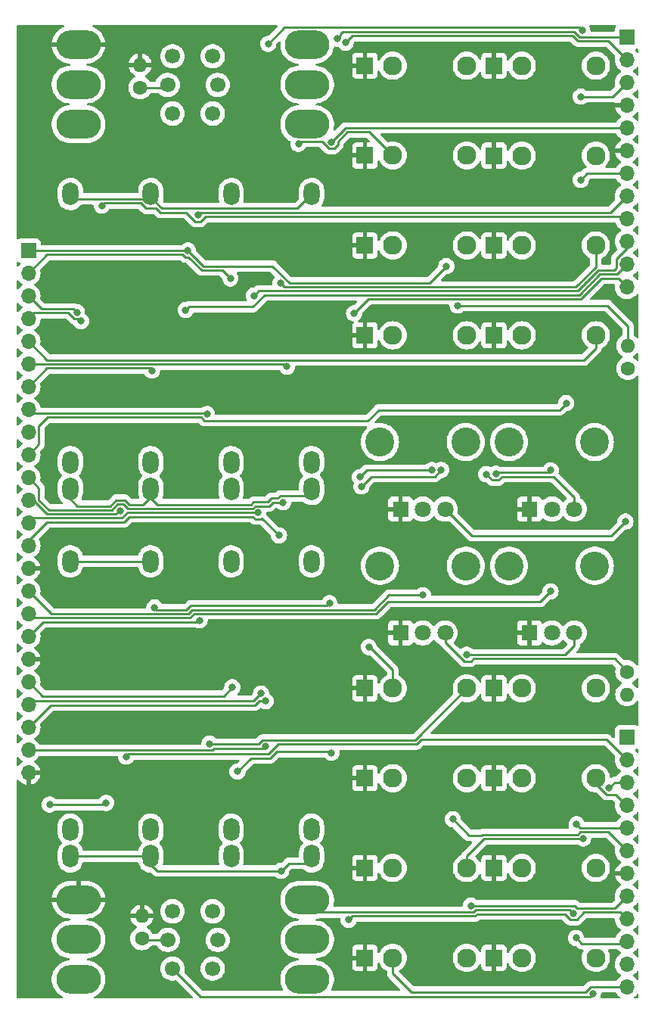
<source format=gbr>
%TF.GenerationSoftware,KiCad,Pcbnew,7.0.1-0*%
%TF.CreationDate,2024-01-08T18:45:34+13:00*%
%TF.ProjectId,MOL-control,4d4f4c2d-636f-46e7-9472-6f6c2e6b6963,001*%
%TF.SameCoordinates,Original*%
%TF.FileFunction,Copper,L1,Top*%
%TF.FilePolarity,Positive*%
%FSLAX46Y46*%
G04 Gerber Fmt 4.6, Leading zero omitted, Abs format (unit mm)*
G04 Created by KiCad (PCBNEW 7.0.1-0) date 2024-01-08 18:45:34*
%MOMM*%
%LPD*%
G01*
G04 APERTURE LIST*
%TA.AperFunction,ComponentPad*%
%ADD10O,1.800000X2.600000*%
%TD*%
%TA.AperFunction,ComponentPad*%
%ADD11R,1.830000X1.930000*%
%TD*%
%TA.AperFunction,ComponentPad*%
%ADD12C,2.130000*%
%TD*%
%TA.AperFunction,ComponentPad*%
%ADD13C,1.700000*%
%TD*%
%TA.AperFunction,ComponentPad*%
%ADD14C,3.240000*%
%TD*%
%TA.AperFunction,ComponentPad*%
%ADD15R,1.800000X1.800000*%
%TD*%
%TA.AperFunction,ComponentPad*%
%ADD16C,1.800000*%
%TD*%
%TA.AperFunction,ComponentPad*%
%ADD17C,1.600000*%
%TD*%
%TA.AperFunction,ComponentPad*%
%ADD18O,1.600000X1.600000*%
%TD*%
%TA.AperFunction,ComponentPad*%
%ADD19O,5.000000X3.200000*%
%TD*%
%TA.AperFunction,ComponentPad*%
%ADD20R,1.700000X1.700000*%
%TD*%
%TA.AperFunction,ComponentPad*%
%ADD21O,1.700000X1.700000*%
%TD*%
%TA.AperFunction,ViaPad*%
%ADD22C,0.800000*%
%TD*%
%TA.AperFunction,Conductor*%
%ADD23C,0.250000*%
%TD*%
G04 APERTURE END LIST*
D10*
%TO.P,RV6,1,1*%
%TO.N,/Control/Decay_1_B_(C)*%
X121800000Y-125650000D03*
%TO.P,RV6,2,2*%
%TO.N,/Control/Discharge_B_(C)*%
X121800000Y-128650000D03*
%TO.P,RV6,3,3*%
X121800000Y-95650000D03*
%TD*%
D11*
%TO.P,J9,1*%
%TO.N,GND*%
X160220000Y-119900000D03*
D12*
%TO.P,J9,2*%
%TO.N,/Control/InvEnv_Out_B_(C)*%
X171620000Y-119900000D03*
%TO.P,J9,3*%
%TO.N,unconnected-(J9-Pad3)*%
X163320000Y-119900000D03*
%TD*%
D11*
%TO.P,J3,1*%
%TO.N,GND*%
X145770000Y-109850000D03*
D12*
%TO.P,J3,2*%
%TO.N,/Control/Gate_in_B_(C)*%
X157170000Y-109850000D03*
%TO.P,J3,3*%
%TO.N,/Control/Gate_in_A_(C)*%
X148870000Y-109850000D03*
%TD*%
D13*
%TO.P,SW2,1,1*%
%TO.N,/Control/5.4v_(C)*%
X124235000Y-141195000D03*
X124235000Y-134795000D03*
%TO.P,SW2,2,2*%
%TO.N,/Control/Gate_in_B_(C)*%
X128735000Y-141195000D03*
X128735000Y-134795000D03*
%TO.P,SW2,3,K*%
%TO.N,Net-(SW2-K)*%
X123685000Y-137995000D03*
%TO.P,SW2,4,A*%
%TO.N,/Control/EG_LED_Anode_B_(C)*%
X129285000Y-137995000D03*
%TD*%
D14*
%TO.P,RV10,*%
%TO.N,*%
X161900000Y-96150000D03*
X171500000Y-96150000D03*
D15*
%TO.P,RV10,1,1*%
%TO.N,GND*%
X164200000Y-103650000D03*
D16*
%TO.P,RV10,2,2*%
%TO.N,/Control/CV_In_5v_B_(C)*%
X166700000Y-103650000D03*
%TO.P,RV10,3,3*%
%TO.N,Net-(J13-Pad2)*%
X169200000Y-103650000D03*
%TD*%
D10*
%TO.P,RV2,1,1*%
%TO.N,/Control/Decay_1_A_(C)*%
X121800000Y-84550000D03*
%TO.P,RV2,2,2*%
%TO.N,/Control/Discharge_A_(C)*%
X121800000Y-87550000D03*
%TO.P,RV2,3,3*%
X121800000Y-54550000D03*
%TD*%
%TO.P,RV3,1,1*%
%TO.N,/Control/Sustain_1_A_(C)*%
X130800000Y-84550000D03*
%TO.P,RV3,2,2*%
%TO.N,/Control/Sustain_2_A_(C)*%
X130800000Y-87550000D03*
%TO.P,RV3,3,3*%
%TO.N,/Control/Sustain_3_A_(C)*%
X130800000Y-54550000D03*
%TD*%
%TO.P,RV7,1,1*%
%TO.N,/Control/Sustain_1_B_(C)*%
X130800000Y-125650000D03*
%TO.P,RV7,2,2*%
%TO.N,/Control/Sustain_2_B_(C)*%
X130800000Y-128650000D03*
%TO.P,RV7,3,3*%
%TO.N,/Control/Sustain_3_B_(C)*%
X130800000Y-95650000D03*
%TD*%
D11*
%TO.P,J7,1*%
%TO.N,GND*%
X160220000Y-140000000D03*
D12*
%TO.P,J7,2*%
%TO.N,/Control/Audio_Out_B_(C)*%
X171620000Y-140000000D03*
%TO.P,J7,3*%
%TO.N,unconnected-(J7-Pad3)*%
X163320000Y-140000000D03*
%TD*%
D17*
%TO.P,R58,1*%
%TO.N,Net-(SW2-K)*%
X120800000Y-137845000D03*
D18*
%TO.P,R58,2*%
%TO.N,GND*%
X120800000Y-135305000D03*
%TD*%
D11*
%TO.P,J13,1*%
%TO.N,GND*%
X145770000Y-119900000D03*
D12*
%TO.P,J13,2*%
%TO.N,Net-(J13-Pad2)*%
X157170000Y-119900000D03*
%TO.P,J13,3*%
%TO.N,unconnected-(J13-Pad3)*%
X148870000Y-119900000D03*
%TD*%
D11*
%TO.P,J4,1*%
%TO.N,GND*%
X145770000Y-40200000D03*
D12*
%TO.P,J4,2*%
%TO.N,/Control/Audio_In_A_(C)*%
X157170000Y-40200000D03*
%TO.P,J4,3*%
%TO.N,unconnected-(J4-Pad3)*%
X148870000Y-40200000D03*
%TD*%
D10*
%TO.P,RV8,1,1*%
%TO.N,/Control/Release_1_B_(C)*%
X139800000Y-125650000D03*
%TO.P,RV8,2,2*%
%TO.N,/Control/Discharge_B_(C)*%
X139800000Y-128650000D03*
%TO.P,RV8,3,3*%
X139800000Y-95650000D03*
%TD*%
D11*
%TO.P,J8,1*%
%TO.N,GND*%
X160220000Y-60300000D03*
D12*
%TO.P,J8,2*%
%TO.N,/Control/InvEnv_Out_A_(C)*%
X171620000Y-60300000D03*
%TO.P,J8,3*%
%TO.N,unconnected-(J8-Pad3)*%
X163320000Y-60300000D03*
%TD*%
D19*
%TO.P,SW6,1,A*%
%TO.N,/Control/Long_B_(C)*%
X139300000Y-142400000D03*
%TO.P,SW6,2,B*%
%TO.N,/Control/Discharge_B_(C)*%
X139300000Y-137950000D03*
%TO.P,SW6,3,C*%
%TO.N,/Control/Short_B_(C)*%
X139300000Y-133500000D03*
%TD*%
D17*
%TO.P,R64,1*%
%TO.N,Net-(R64-Pad1)*%
X175100000Y-108000000D03*
D18*
%TO.P,R64,2*%
%TO.N,Net-(J17-Pad2)*%
X175100000Y-110540000D03*
%TD*%
D17*
%TO.P,R65,1*%
%TO.N,Net-(R65-Pad1)*%
X175200000Y-74045000D03*
D18*
%TO.P,R65,2*%
%TO.N,Net-(J16-Pad2)*%
X175200000Y-71505000D03*
%TD*%
D14*
%TO.P,RV11,*%
%TO.N,*%
X147450000Y-82300000D03*
X157050000Y-82300000D03*
D15*
%TO.P,RV11,1,1*%
%TO.N,GND*%
X149750000Y-89800000D03*
D16*
%TO.P,RV11,2,2*%
%TO.N,/Control/CV_In_10v_A_(C)*%
X152250000Y-89800000D03*
%TO.P,RV11,3,3*%
%TO.N,Net-(R65-Pad1)*%
X154750000Y-89800000D03*
%TD*%
D11*
%TO.P,J12,1*%
%TO.N,GND*%
X145770000Y-60300000D03*
D12*
%TO.P,J12,2*%
%TO.N,Net-(J12-Pad2)*%
X157170000Y-60300000D03*
%TO.P,J12,3*%
%TO.N,unconnected-(J12-Pad3)*%
X148870000Y-60300000D03*
%TD*%
D11*
%TO.P,J5,1*%
%TO.N,GND*%
X145770000Y-140000000D03*
D12*
%TO.P,J5,2*%
%TO.N,/Control/Audio_In_B_(C)*%
X157170000Y-140000000D03*
%TO.P,J5,3*%
%TO.N,/Control/Audio_In_A_(C)*%
X148870000Y-140000000D03*
%TD*%
D14*
%TO.P,RV12,*%
%TO.N,*%
X147450000Y-96150000D03*
X157050000Y-96150000D03*
D15*
%TO.P,RV12,1,1*%
%TO.N,GND*%
X149750000Y-103650000D03*
D16*
%TO.P,RV12,2,2*%
%TO.N,/Control/CV_In_10v_B_(C)*%
X152250000Y-103650000D03*
%TO.P,RV12,3,3*%
%TO.N,Net-(R64-Pad1)*%
X154750000Y-103650000D03*
%TD*%
D19*
%TO.P,SW3,1,A*%
%TO.N,/Control/5v_ref_(C)*%
X113700000Y-46750000D03*
%TO.P,SW3,2,B*%
%TO.N,/Control/inv_offset_A_(C)*%
X113700000Y-42300000D03*
%TO.P,SW3,3,C*%
%TO.N,GND*%
X113700000Y-37850000D03*
%TD*%
D11*
%TO.P,J2,1*%
%TO.N,GND*%
X145770000Y-70350000D03*
D12*
%TO.P,J2,2*%
%TO.N,/Control/Gate_in_A_(C)*%
X157170000Y-70350000D03*
%TO.P,J2,3*%
%TO.N,unconnected-(J2-Pad3)*%
X148870000Y-70350000D03*
%TD*%
D19*
%TO.P,SW5,1,A*%
%TO.N,/Control/Long_A_(C)*%
X139300000Y-37850000D03*
%TO.P,SW5,2,B*%
%TO.N,/Control/Discharge_A_(C)*%
X139300000Y-42300000D03*
%TO.P,SW5,3,C*%
%TO.N,/Control/Short_A_(C)*%
X139300000Y-46750000D03*
%TD*%
D11*
%TO.P,J16,1*%
%TO.N,GND*%
X145770000Y-50240000D03*
D12*
%TO.P,J16,2*%
%TO.N,Net-(J16-Pad2)*%
X157170000Y-50240000D03*
%TO.P,J16,3*%
%TO.N,/Control/Env_A_(C)*%
X148870000Y-50240000D03*
%TD*%
D17*
%TO.P,R56,1*%
%TO.N,Net-(SW1-K)*%
X120600000Y-42645000D03*
D18*
%TO.P,R56,2*%
%TO.N,GND*%
X120600000Y-40105000D03*
%TD*%
D11*
%TO.P,J14,1*%
%TO.N,GND*%
X160220000Y-70350000D03*
D12*
%TO.P,J14,2*%
%TO.N,/Control/ReTrigger_A_(C)*%
X171620000Y-70350000D03*
%TO.P,J14,3*%
%TO.N,unconnected-(J14-Pad3)*%
X163320000Y-70350000D03*
%TD*%
D11*
%TO.P,J6,1*%
%TO.N,GND*%
X160220000Y-40200000D03*
D12*
%TO.P,J6,2*%
%TO.N,/Control/Audio_Out_A_(C)*%
X171620000Y-40200000D03*
%TO.P,J6,3*%
%TO.N,unconnected-(J6-Pad3)*%
X163320000Y-40200000D03*
%TD*%
D11*
%TO.P,J17,1*%
%TO.N,GND*%
X145770000Y-129950000D03*
D12*
%TO.P,J17,2*%
%TO.N,Net-(J17-Pad2)*%
X157170000Y-129950000D03*
%TO.P,J17,3*%
%TO.N,/Control/Env_B_(C)*%
X148870000Y-129950000D03*
%TD*%
D10*
%TO.P,RV4,1,1*%
%TO.N,/Control/Release_1_A_(C)*%
X139800000Y-84550000D03*
%TO.P,RV4,2,2*%
%TO.N,/Control/Discharge_A_(C)*%
X139800000Y-87550000D03*
%TO.P,RV4,3,3*%
X139800000Y-54550000D03*
%TD*%
%TO.P,RV5,1,1*%
%TO.N,/Control/Attack_1_B_(C)*%
X112800000Y-125650000D03*
%TO.P,RV5,2,2*%
%TO.N,/Control/Discharge_B_(C)*%
X112800000Y-128650000D03*
%TO.P,RV5,3,3*%
X112800000Y-95650000D03*
%TD*%
%TO.P,RV1,1,1*%
%TO.N,/Control/Attack_1_A_(C)*%
X112800000Y-84550000D03*
%TO.P,RV1,2,2*%
%TO.N,/Control/Discharge_A_(C)*%
X112800000Y-87550000D03*
%TO.P,RV1,3,3*%
X112800000Y-54550000D03*
%TD*%
D11*
%TO.P,J15,1*%
%TO.N,GND*%
X160220000Y-109850000D03*
D12*
%TO.P,J15,2*%
%TO.N,/Control/ReTrigger_B_(C)*%
X171620000Y-109850000D03*
%TO.P,J15,3*%
%TO.N,unconnected-(J15-Pad3)*%
X163320000Y-109850000D03*
%TD*%
D14*
%TO.P,RV9,*%
%TO.N,*%
X161900000Y-82300000D03*
X171500000Y-82300000D03*
D15*
%TO.P,RV9,1,1*%
%TO.N,GND*%
X164200000Y-89800000D03*
D16*
%TO.P,RV9,2,2*%
%TO.N,/Control/CV_In_5v_A_(C)*%
X166700000Y-89800000D03*
%TO.P,RV9,3,3*%
%TO.N,Net-(J12-Pad2)*%
X169200000Y-89800000D03*
%TD*%
D11*
%TO.P,J11,1*%
%TO.N,GND*%
X160220000Y-129950000D03*
D12*
%TO.P,J11,2*%
%TO.N,/Control/Env_Out_B_(C)*%
X171620000Y-129950000D03*
%TO.P,J11,3*%
%TO.N,unconnected-(J11-Pad3)*%
X163320000Y-129950000D03*
%TD*%
D11*
%TO.P,J10,1*%
%TO.N,GND*%
X160220000Y-50250000D03*
D12*
%TO.P,J10,2*%
%TO.N,/Control/Env_Out_A_(C)*%
X171620000Y-50250000D03*
%TO.P,J10,3*%
%TO.N,unconnected-(J10-Pad3)*%
X163320000Y-50250000D03*
%TD*%
D19*
%TO.P,SW4,1,A*%
%TO.N,/Control/5v_ref_(C)*%
X113700000Y-142400000D03*
%TO.P,SW4,2,B*%
%TO.N,/Control/inv_offset_B_(C)*%
X113700000Y-137950000D03*
%TO.P,SW4,3,C*%
%TO.N,GND*%
X113700000Y-133500000D03*
%TD*%
D13*
%TO.P,SW1,1,1*%
%TO.N,/Control/5.4v_(C)*%
X124235000Y-45545000D03*
X124235000Y-39145000D03*
%TO.P,SW1,2,2*%
%TO.N,/Control/Gate_in_A_(C)*%
X128735000Y-45545000D03*
X128735000Y-39145000D03*
%TO.P,SW1,3,K*%
%TO.N,Net-(SW1-K)*%
X123685000Y-42345000D03*
%TO.P,SW1,4,A*%
%TO.N,/Control/EG_LED_Anode_A_(C)*%
X129285000Y-42345000D03*
%TD*%
D20*
%TO.P,J24,1,Pin_1*%
%TO.N,/Control/Release_1_B_(C)*%
X175100000Y-37000000D03*
D21*
%TO.P,J24,2,Pin_2*%
%TO.N,/Control/Sustain_1_B_(C)*%
X175100000Y-39540000D03*
%TO.P,J24,3,Pin_3*%
%TO.N,/Control/Gate_in_B_(C)*%
X175100000Y-42080000D03*
%TO.P,J24,4,Pin_4*%
%TO.N,GND*%
X175100000Y-44620000D03*
%TO.P,J24,5,Pin_5*%
%TO.N,/Control/Discharge_B_(C)*%
X175100000Y-47160000D03*
%TO.P,J24,6,Pin_6*%
%TO.N,GND*%
X175100000Y-49700000D03*
%TO.P,J24,7,Pin_7*%
%TO.N,/Control/ReTrigger_B_(C)*%
X175100000Y-52240000D03*
%TO.P,J24,8,Pin_8*%
%TO.N,/Control/EG_LED_Anode_B_(C)*%
X175100000Y-54780000D03*
%TO.P,J24,9,Pin_9*%
%TO.N,/Control/5v_ref_(C)*%
X175100000Y-57320000D03*
%TO.P,J24,10,Pin_10*%
%TO.N,/Control/Sustain_2_B_(C)*%
X175100000Y-59860000D03*
%TO.P,J24,11,Pin_11*%
%TO.N,/Control/Decay_1_B_(C)*%
X175100000Y-62400000D03*
%TO.P,J24,12,Pin_12*%
%TO.N,/Control/Env_B_(C)*%
X175100000Y-64940000D03*
%TD*%
D20*
%TO.P,J26,1,Pin_1*%
%TO.N,/Control/Env_Out_B_(C)*%
X175100000Y-115310000D03*
D21*
%TO.P,J26,2,Pin_2*%
%TO.N,/Control/inv_offset_B_(C)*%
X175100000Y-117850000D03*
%TO.P,J26,3,Pin_3*%
%TO.N,/Control/Audio_Out_B_(C)*%
X175100000Y-120390000D03*
%TO.P,J26,4,Pin_4*%
%TO.N,/Control/InvEnv_Out_B_(C)*%
X175100000Y-122930000D03*
%TO.P,J26,5,Pin_5*%
%TO.N,/Control/CV_In_5v_B_(C)*%
X175100000Y-125470000D03*
%TO.P,J26,6,Pin_6*%
%TO.N,/Control/CV_In_10v_B_(C)*%
X175100000Y-128010000D03*
%TO.P,J26,7,Pin_7*%
%TO.N,GND*%
X175100000Y-130550000D03*
%TO.P,J26,8,Pin_8*%
%TO.N,/Control/Audio_In_B_(C)*%
X175100000Y-133090000D03*
%TO.P,J26,9,Pin_9*%
%TO.N,/Control/Long_B_(C)*%
X175100000Y-135630000D03*
%TO.P,J26,10,Pin_10*%
%TO.N,/Control/Short_B_(C)*%
X175100000Y-138170000D03*
%TO.P,J26,11,Pin_11*%
%TO.N,/Control/5.4v_(C)*%
X175100000Y-140710000D03*
%TO.P,J26,12,Pin_12*%
%TO.N,/Control/Audio_In_A_(C)*%
X175100000Y-143250000D03*
%TD*%
D20*
%TO.P,J22,1,Pin_1*%
%TO.N,/Control/Gate_in_A_(C)*%
X108100000Y-60880000D03*
D21*
%TO.P,J22,2,Pin_2*%
%TO.N,/Control/Sustain_1_A_(C)*%
X108100000Y-63420000D03*
%TO.P,J22,3,Pin_3*%
%TO.N,/Control/Attack_1_A_(C)*%
X108100000Y-65960000D03*
%TO.P,J22,4,Pin_4*%
%TO.N,/Control/Attack_1_B_(C)*%
X108100000Y-68500000D03*
%TO.P,J22,5,Pin_5*%
%TO.N,/Control/ReTrigger_A_(C)*%
X108100000Y-71040000D03*
%TO.P,J22,6,Pin_6*%
%TO.N,/Control/Release_1_A_(C)*%
X108100000Y-73580000D03*
%TO.P,J22,7,Pin_7*%
%TO.N,/Control/Decay_1_A_(C)*%
X108100000Y-76120000D03*
%TO.P,J22,8,Pin_8*%
%TO.N,/Control/Sustain_2_A_(C)*%
X108100000Y-78660000D03*
%TO.P,J22,9,Pin_9*%
%TO.N,/Control/Discharge_A_(C)*%
X108100000Y-81200000D03*
%TO.P,J22,10,Pin_10*%
%TO.N,/Control/Env_Out_A_(C)*%
X108100000Y-83740000D03*
%TO.P,J22,11,Pin_11*%
%TO.N,/Control/Env_A_(C)*%
X108100000Y-86280000D03*
%TO.P,J22,12,Pin_12*%
%TO.N,/Control/inv_offset_A_(C)*%
X108100000Y-88820000D03*
%TO.P,J22,13,Pin_13*%
%TO.N,/Control/EG_LED_Anode_A_(C)*%
X108100000Y-91360000D03*
%TO.P,J22,14,Pin_14*%
%TO.N,/Control/InvEnv_Out_A_(C)*%
X108100000Y-93900000D03*
%TO.P,J22,15,Pin_15*%
%TO.N,GND*%
X108100000Y-96440000D03*
%TO.P,J22,16,Pin_16*%
%TO.N,/Control/CV_In_10v_A_(C)*%
X108100000Y-98980000D03*
%TO.P,J22,17,Pin_17*%
%TO.N,/Control/CV_In_5v_A_(C)*%
X108100000Y-101520000D03*
%TO.P,J22,18,Pin_18*%
%TO.N,/Control/Sustain_3_A_(C)*%
X108100000Y-104060000D03*
%TO.P,J22,19,Pin_19*%
%TO.N,GND*%
X108100000Y-106600000D03*
%TO.P,J22,20,Pin_20*%
%TO.N,/Control/Sustain_3_B_(C)*%
X108100000Y-109140000D03*
%TO.P,J22,21,Pin_21*%
%TO.N,/Control/Audio_Out_A_(C)*%
X108100000Y-111680000D03*
%TO.P,J22,22,Pin_22*%
%TO.N,/Control/Long_A_(C)*%
X108100000Y-114220000D03*
%TO.P,J22,23,Pin_23*%
%TO.N,/Control/Short_A_(C)*%
X108100000Y-116760000D03*
%TO.P,J22,24,Pin_24*%
%TO.N,GND*%
X108100000Y-119300000D03*
%TD*%
D22*
%TO.N,GND*%
X141170000Y-85970000D03*
X110250000Y-84800000D03*
X129060000Y-83690000D03*
X138350000Y-52180000D03*
X114144545Y-50539951D03*
X112380000Y-81920000D03*
X136270000Y-40250000D03*
X156750000Y-75550000D03*
X141810000Y-39950000D03*
X141250000Y-44510000D03*
X157270000Y-63280000D03*
X110430000Y-77000000D03*
X115020000Y-58640000D03*
%TO.N,Net-(J12-Pad2)*%
X159332701Y-85902701D03*
%TO.N,Net-(J13-Pad2)*%
X157167299Y-106085500D03*
%TO.N,Net-(J16-Pad2)*%
X156154500Y-67014500D03*
%TO.N,Net-(J17-Pad2)*%
X170190000Y-126664500D03*
%TO.N,Net-(R65-Pad1)*%
X174924500Y-91200000D03*
%TO.N,/Control/Gate_in_A_(C)*%
X125950000Y-60890000D03*
X154301368Y-85413231D03*
X146202299Y-105227701D03*
X154880000Y-62620000D03*
X145374000Y-87260534D03*
%TO.N,/Control/Gate_in_B_(C)*%
X160420000Y-85840000D03*
X128385000Y-116035500D03*
X166556514Y-85465500D03*
X169940000Y-43650000D03*
%TO.N,/Control/Audio_In_A_(C)*%
X153260000Y-85430000D03*
X145210000Y-86220000D03*
%TO.N,/Control/Audio_In_B_(C)*%
X157630000Y-134155500D03*
%TO.N,/Control/Audio_Out_A_(C)*%
X134950000Y-37750000D03*
X170090000Y-36275500D03*
X134140000Y-110430000D03*
%TO.N,/Control/Audio_Out_B_(C)*%
X173096000Y-121010000D03*
%TO.N,/Control/InvEnv_Out_A_(C)*%
X136144500Y-92745500D03*
X136310000Y-64520000D03*
%TO.N,/Control/Env_Out_A_(C)*%
X168300000Y-77950000D03*
%TO.N,/Control/ReTrigger_B_(C)*%
X169931572Y-52963027D03*
%TO.N,/Control/Env_A_(C)*%
X136594500Y-89040000D03*
X138327687Y-48948311D03*
%TO.N,/Control/Env_B_(C)*%
X144550000Y-67899500D03*
%TO.N,/Control/Sustain_1_A_(C)*%
X130700000Y-64000000D03*
%TO.N,/Control/Attack_1_A_(C)*%
X113524500Y-67775500D03*
%TO.N,/Control/Attack_1_B_(C)*%
X113974500Y-68774907D03*
%TO.N,/Control/Release_1_A_(C)*%
X137044500Y-73854500D03*
%TO.N,/Control/Decay_1_A_(C)*%
X121930000Y-74304500D03*
%TO.N,/Control/Sustain_2_A_(C)*%
X128094500Y-79180000D03*
%TO.N,/Control/inv_offset_A_(C)*%
X118381397Y-89972759D03*
%TO.N,/Control/EG_LED_Anode_A_(C)*%
X133795500Y-90199500D03*
%TO.N,/Control/CV_In_10v_A_(C)*%
X152250000Y-99420000D03*
%TO.N,/Control/CV_In_5v_A_(C)*%
X166550000Y-99000000D03*
%TO.N,/Control/Sustain_3_A_(C)*%
X127249500Y-102244000D03*
%TO.N,/Control/Sustain_3_B_(C)*%
X130930000Y-109740000D03*
%TO.N,/Control/Long_A_(C)*%
X134650821Y-111289108D03*
%TO.N,/Control/Short_A_(C)*%
X134640000Y-116360000D03*
%TO.N,/Control/Release_1_B_(C)*%
X142700000Y-37180000D03*
%TO.N,/Control/Sustain_1_B_(C)*%
X131500000Y-119150000D03*
X143596360Y-37622204D03*
X142007299Y-117057299D03*
%TO.N,/Control/Discharge_B_(C)*%
X141795500Y-100325500D03*
X136390000Y-130275000D03*
X122210000Y-100805500D03*
X142025500Y-48735500D03*
%TO.N,/Control/EG_LED_Anode_B_(C)*%
X127080000Y-56899500D03*
%TO.N,/Control/5v_ref_(C)*%
X110480000Y-122860000D03*
X116326000Y-55852299D03*
X116812299Y-122662299D03*
%TO.N,/Control/Sustain_2_B_(C)*%
X133345500Y-65925000D03*
%TO.N,/Control/Decay_1_B_(C)*%
X125695500Y-67530000D03*
%TO.N,/Control/inv_offset_B_(C)*%
X119040000Y-117484500D03*
%TO.N,/Control/CV_In_5v_B_(C)*%
X169465500Y-125070000D03*
%TO.N,/Control/CV_In_10v_B_(C)*%
X155610000Y-124500000D03*
%TO.N,/Control/Long_B_(C)*%
X143950000Y-135750000D03*
%TO.N,/Control/Short_B_(C)*%
X169400500Y-137780000D03*
X169082854Y-135025500D03*
%TO.N,/Control/5.4v_(C)*%
X171275000Y-144050000D03*
%TD*%
D23*
%TO.N,Net-(J12-Pad2)*%
X160720305Y-86565000D02*
X161095305Y-86190000D01*
X161095305Y-86190000D02*
X166900000Y-86190000D01*
X166900000Y-86190000D02*
X169200000Y-88490000D01*
X159332701Y-85902701D02*
X159995000Y-86565000D01*
X169200000Y-88490000D02*
X169200000Y-89800000D01*
X159995000Y-86565000D02*
X160720305Y-86565000D01*
%TO.N,Net-(J13-Pad2)*%
X168204500Y-106085500D02*
X169200000Y-105090000D01*
X169200000Y-105090000D02*
X169200000Y-103650000D01*
X157167299Y-106085500D02*
X168204500Y-106085500D01*
%TO.N,Net-(J16-Pad2)*%
X156154500Y-67014500D02*
X172914500Y-67014500D01*
X172914500Y-67014500D02*
X175200000Y-69300000D01*
X175200000Y-69300000D02*
X175200000Y-71505000D01*
%TO.N,Net-(J17-Pad2)*%
X157170000Y-129950000D02*
X157170000Y-128640000D01*
X157170000Y-128640000D02*
X159145500Y-126664500D01*
X159145500Y-126664500D02*
X170190000Y-126664500D01*
%TO.N,Net-(SW1-K)*%
X123385000Y-42645000D02*
X123685000Y-42345000D01*
X120600000Y-42645000D02*
X123385000Y-42645000D01*
%TO.N,Net-(SW2-K)*%
X123685000Y-137995000D02*
X120950000Y-137995000D01*
X120950000Y-137995000D02*
X120800000Y-137845000D01*
%TO.N,Net-(R64-Pad1)*%
X175100000Y-107910000D02*
X173740000Y-106550000D01*
X173740000Y-106550000D02*
X158200000Y-106550000D01*
X157639500Y-106810500D02*
X156866994Y-106810500D01*
X158185500Y-106535500D02*
X157914500Y-106535500D01*
X175100000Y-108000000D02*
X175100000Y-107910000D01*
X157914500Y-106535500D02*
X157639500Y-106810500D01*
X154750000Y-104693506D02*
X154750000Y-103650000D01*
X156866994Y-106810500D02*
X154750000Y-104693506D01*
X158200000Y-106550000D02*
X158185500Y-106535500D01*
%TO.N,Net-(R65-Pad1)*%
X173364500Y-92760000D02*
X157710000Y-92760000D01*
X157710000Y-92760000D02*
X154750000Y-89800000D01*
X174924500Y-91200000D02*
X173364500Y-92760000D01*
%TO.N,/Control/Gate_in_A_(C)*%
X146479534Y-86155000D02*
X145374000Y-87260534D01*
X154301368Y-85413231D02*
X153559599Y-86155000D01*
X148870000Y-107770000D02*
X148870000Y-109850000D01*
X153559599Y-86155000D02*
X146479534Y-86155000D01*
X146202299Y-105227701D02*
X146327701Y-105227701D01*
X135435305Y-62620000D02*
X137305305Y-64490000D01*
X137305305Y-64490000D02*
X153010000Y-64490000D01*
X153010000Y-64490000D02*
X154880000Y-62620000D01*
X125950000Y-60890000D02*
X125940000Y-60880000D01*
X146327701Y-105227701D02*
X148870000Y-107770000D01*
X127680000Y-62620000D02*
X135435305Y-62620000D01*
X125940000Y-60880000D02*
X108100000Y-60880000D01*
X125950000Y-60890000D02*
X127680000Y-62620000D01*
%TO.N,/Control/Gate_in_B_(C)*%
X128385000Y-116035500D02*
X128449500Y-116100000D01*
X151385000Y-115635000D02*
X157170000Y-109850000D01*
X160550000Y-85710000D02*
X160420000Y-85840000D01*
X173530000Y-43650000D02*
X175100000Y-42080000D01*
X166556514Y-85465500D02*
X166312014Y-85710000D01*
X166312014Y-85710000D02*
X160550000Y-85710000D01*
X169940000Y-43650000D02*
X173530000Y-43650000D01*
X128449500Y-116100000D02*
X133874695Y-116100000D01*
X133874695Y-116100000D02*
X134339695Y-115635000D01*
X134339695Y-115635000D02*
X151385000Y-115635000D01*
%TO.N,/Control/Audio_In_A_(C)*%
X148870000Y-141740000D02*
X148870000Y-140000000D01*
X171049695Y-143250000D02*
X170479695Y-143820000D01*
X175100000Y-143250000D02*
X171049695Y-143250000D01*
X150950000Y-143820000D02*
X148870000Y-141740000D01*
X146000000Y-85430000D02*
X153260000Y-85430000D01*
X170479695Y-143820000D02*
X150950000Y-143820000D01*
X145210000Y-86220000D02*
X146000000Y-85430000D01*
%TO.N,/Control/Audio_In_B_(C)*%
X169542659Y-134460000D02*
X173730000Y-134460000D01*
X157630000Y-134155500D02*
X157634500Y-134160000D01*
X173730000Y-134460000D02*
X175100000Y-133090000D01*
X169242659Y-134160000D02*
X169542659Y-134460000D01*
X157634500Y-134160000D02*
X169242659Y-134160000D01*
%TO.N,/Control/Audio_Out_A_(C)*%
X136775000Y-35925000D02*
X134950000Y-37750000D01*
X134140000Y-110430000D02*
X133300000Y-111270000D01*
X169739500Y-35925000D02*
X136775000Y-35925000D01*
X133300000Y-111270000D02*
X108510000Y-111270000D01*
X108510000Y-111270000D02*
X108100000Y-111680000D01*
X170090000Y-36275500D02*
X169739500Y-35925000D01*
%TO.N,/Control/Audio_Out_B_(C)*%
X173716000Y-120390000D02*
X175100000Y-120390000D01*
X173096000Y-121010000D02*
X173716000Y-120390000D01*
%TO.N,/Control/InvEnv_Out_A_(C)*%
X110180000Y-91250000D02*
X108100000Y-93330000D01*
X108100000Y-93330000D02*
X108100000Y-93900000D01*
X136310000Y-64520000D02*
X136730000Y-64940000D01*
X133495195Y-90924500D02*
X133220195Y-90649500D01*
X133220195Y-90649500D02*
X119366357Y-90649500D01*
X136144500Y-92745500D02*
X134209652Y-90810652D01*
X171620000Y-62703604D02*
X171620000Y-60300000D01*
X169383604Y-64940000D02*
X171620000Y-62703604D01*
X119366357Y-90649500D02*
X118765857Y-91250000D01*
X136730000Y-64940000D02*
X169383604Y-64940000D01*
X118765857Y-91250000D02*
X110180000Y-91250000D01*
X134095805Y-90924500D02*
X133495195Y-90924500D01*
X134209652Y-90810652D02*
X134095805Y-90924500D01*
%TO.N,/Control/InvEnv_Out_B_(C)*%
X175000000Y-122930000D02*
X173805000Y-121735000D01*
X175100000Y-122930000D02*
X175000000Y-122930000D01*
X171620000Y-120559305D02*
X171620000Y-119900000D01*
X172795695Y-121735000D02*
X171620000Y-120559305D01*
X173805000Y-121735000D02*
X172795695Y-121735000D01*
%TO.N,/Control/Env_Out_A_(C)*%
X127794195Y-79905000D02*
X127419195Y-79530000D01*
X147300000Y-78700000D02*
X146095000Y-79905000D01*
X167550000Y-78700000D02*
X147300000Y-78700000D01*
X109275000Y-82565000D02*
X108100000Y-83740000D01*
X110240000Y-79530000D02*
X109275000Y-80495000D01*
X127419195Y-79530000D02*
X110240000Y-79530000D01*
X168300000Y-77950000D02*
X167550000Y-78700000D01*
X146095000Y-79905000D02*
X127794195Y-79905000D01*
X109275000Y-80495000D02*
X109275000Y-82565000D01*
%TO.N,/Control/ReTrigger_A_(C)*%
X171620000Y-71830000D02*
X171620000Y-70350000D01*
X170320000Y-73130000D02*
X171620000Y-71830000D01*
X108100000Y-71040000D02*
X110190000Y-73130000D01*
X110190000Y-73130000D02*
X170320000Y-73130000D01*
%TO.N,/Control/ReTrigger_B_(C)*%
X175100000Y-52240000D02*
X170654599Y-52240000D01*
X170654599Y-52240000D02*
X169931572Y-52963027D01*
%TO.N,/Control/Env_A_(C)*%
X140985000Y-48675000D02*
X141300500Y-48990500D01*
X142750500Y-49035805D02*
X142750500Y-48646896D01*
X135470000Y-89040000D02*
X135035500Y-89474500D01*
X138327687Y-48948311D02*
X138600998Y-48675000D01*
X142325805Y-49460500D02*
X142750500Y-49035805D01*
X142750500Y-48646896D02*
X143787396Y-47610000D01*
X135035500Y-89474500D02*
X133495195Y-89474500D01*
X136594500Y-89040000D02*
X135470000Y-89040000D01*
X141300500Y-48990500D02*
X141300500Y-49035805D01*
X143787396Y-47610000D02*
X146240000Y-47610000D01*
X118081092Y-89247759D02*
X117428851Y-89900000D01*
X110396396Y-89900000D02*
X109275000Y-88778604D01*
X138600998Y-48675000D02*
X140985000Y-48675000D01*
X117428851Y-89900000D02*
X110396396Y-89900000D01*
X141725195Y-49460500D02*
X142325805Y-49460500D01*
X141300500Y-49035805D02*
X141725195Y-49460500D01*
X119209500Y-89749500D02*
X118707759Y-89247759D01*
X146240000Y-47610000D02*
X148870000Y-50240000D01*
X109275000Y-88778604D02*
X109275000Y-87455000D01*
X133495195Y-89474500D02*
X133220195Y-89749500D01*
X109275000Y-87455000D02*
X108100000Y-86280000D01*
X118707759Y-89247759D02*
X118081092Y-89247759D01*
X133220195Y-89749500D02*
X119209500Y-89749500D01*
%TO.N,/Control/Env_B_(C)*%
X175100000Y-64940000D02*
X174140000Y-63980000D01*
X172252792Y-63980000D02*
X169942792Y-66290000D01*
X174140000Y-63980000D02*
X172252792Y-63980000D01*
X146159500Y-66290000D02*
X144550000Y-67899500D01*
X169942792Y-66290000D02*
X146159500Y-66290000D01*
%TO.N,/Control/Sustain_1_A_(C)*%
X127493604Y-63070000D02*
X129770000Y-63070000D01*
X108100000Y-63420000D02*
X110190000Y-61330000D01*
X125364695Y-61330000D02*
X125649695Y-61615000D01*
X125649695Y-61615000D02*
X126038604Y-61615000D01*
X110190000Y-61330000D02*
X125364695Y-61330000D01*
X126038604Y-61615000D02*
X127493604Y-63070000D01*
X129770000Y-63070000D02*
X130700000Y-64000000D01*
%TO.N,/Control/Attack_1_A_(C)*%
X113524500Y-67775500D02*
X113200000Y-67451000D01*
X109540000Y-67400000D02*
X108100000Y-65960000D01*
X113160000Y-67400000D02*
X109540000Y-67400000D01*
X113200000Y-67440000D02*
X113160000Y-67400000D01*
X113200000Y-67451000D02*
X113200000Y-67440000D01*
%TO.N,/Control/Attack_1_B_(C)*%
X113224195Y-68500500D02*
X112573695Y-67850000D01*
X112573695Y-67850000D02*
X108750000Y-67850000D01*
X108750000Y-67850000D02*
X108100000Y-68500000D01*
X113974500Y-68774907D02*
X113700093Y-68500500D01*
X113700093Y-68500500D02*
X113224195Y-68500500D01*
%TO.N,/Control/Release_1_A_(C)*%
X137044500Y-73854500D02*
X136770000Y-73580000D01*
X136770000Y-73580000D02*
X108100000Y-73580000D01*
%TO.N,/Control/Decay_1_A_(C)*%
X110190000Y-74030000D02*
X108100000Y-76120000D01*
X121655500Y-74030000D02*
X110190000Y-74030000D01*
X121930000Y-74304500D02*
X121655500Y-74030000D01*
%TO.N,/Control/Sustain_2_A_(C)*%
X108520000Y-79080000D02*
X108100000Y-78660000D01*
X127994500Y-79080000D02*
X108520000Y-79080000D01*
X128094500Y-79180000D02*
X127994500Y-79080000D01*
%TO.N,/Control/Discharge_A_(C)*%
X121800000Y-54550000D02*
X121800000Y-54910000D01*
X136894805Y-88315000D02*
X136919805Y-88340000D01*
X123065000Y-56175000D02*
X138175000Y-56175000D01*
X121800000Y-54910000D02*
X123065000Y-56175000D01*
X122559500Y-89299500D02*
X133033799Y-89299500D01*
X112800000Y-88660000D02*
X113590000Y-89450000D01*
X136019195Y-88590000D02*
X136294195Y-88315000D01*
X118894155Y-88797759D02*
X119395896Y-89299500D01*
X139010000Y-88340000D02*
X139800000Y-87550000D01*
X136294195Y-88315000D02*
X136894805Y-88315000D01*
X121800000Y-87550000D02*
X121800000Y-88540000D01*
X113360000Y-55110000D02*
X121240000Y-55110000D01*
X138175000Y-56175000D02*
X139800000Y-54550000D01*
X119395896Y-89299500D02*
X120960500Y-89299500D01*
X113590000Y-89450000D02*
X117242455Y-89450000D01*
X133308799Y-89024500D02*
X134849104Y-89024500D01*
X136919805Y-88340000D02*
X139010000Y-88340000D01*
X133033799Y-89299500D02*
X133308799Y-89024500D01*
X117242455Y-89450000D02*
X117894696Y-88797759D01*
X112800000Y-54550000D02*
X113360000Y-55110000D01*
X135283604Y-88590000D02*
X136019195Y-88590000D01*
X117894696Y-88797759D02*
X118894155Y-88797759D01*
X121800000Y-88540000D02*
X122559500Y-89299500D01*
X112800000Y-87550000D02*
X112800000Y-88660000D01*
X134849104Y-89024500D02*
X135283604Y-88590000D01*
X121240000Y-55110000D02*
X121800000Y-54550000D01*
X121800000Y-88460000D02*
X121800000Y-87550000D01*
X120960500Y-89299500D02*
X121800000Y-88460000D01*
%TO.N,/Control/inv_offset_A_(C)*%
X118280845Y-89972759D02*
X117903604Y-90350000D01*
X117903604Y-90350000D02*
X110210000Y-90350000D01*
X118381397Y-89972759D02*
X118280845Y-89972759D01*
X108680000Y-88820000D02*
X108100000Y-88820000D01*
X110210000Y-90350000D02*
X108680000Y-88820000D01*
%TO.N,/Control/EG_LED_Anode_A_(C)*%
X133795500Y-90199500D02*
X119160500Y-90199500D01*
X119106397Y-90253603D02*
X119106397Y-90273064D01*
X108660000Y-90800000D02*
X108100000Y-91360000D01*
X119106397Y-90273064D02*
X118579461Y-90800000D01*
X118579461Y-90800000D02*
X108660000Y-90800000D01*
X119160500Y-90199500D02*
X119106397Y-90253603D01*
%TO.N,/Control/CV_In_10v_A_(C)*%
X146840000Y-101050000D02*
X126453604Y-101050000D01*
X125973604Y-101530000D02*
X110650000Y-101530000D01*
X126453604Y-101050000D02*
X125973604Y-101530000D01*
X148470000Y-99420000D02*
X146840000Y-101050000D01*
X110650000Y-101530000D02*
X108100000Y-98980000D01*
X152250000Y-99420000D02*
X148470000Y-99420000D01*
%TO.N,/Control/CV_In_5v_A_(C)*%
X147026396Y-101500000D02*
X148376396Y-100150000D01*
X148376396Y-100150000D02*
X165400000Y-100150000D01*
X108560000Y-101980000D02*
X126160000Y-101980000D01*
X126160000Y-101980000D02*
X126640000Y-101500000D01*
X108100000Y-101520000D02*
X108560000Y-101980000D01*
X126640000Y-101500000D02*
X147026396Y-101500000D01*
X165400000Y-100150000D02*
X166550000Y-99000000D01*
%TO.N,/Control/Sustain_3_A_(C)*%
X109720000Y-102440000D02*
X108100000Y-104060000D01*
X127053500Y-102440000D02*
X109720000Y-102440000D01*
X127249500Y-102244000D02*
X127053500Y-102440000D01*
%TO.N,/Control/Sustain_3_B_(C)*%
X109680000Y-110720000D02*
X108100000Y-109140000D01*
X130930000Y-109740000D02*
X129950000Y-110720000D01*
X129950000Y-110720000D02*
X109680000Y-110720000D01*
%TO.N,/Control/Long_A_(C)*%
X133486396Y-111720000D02*
X110600000Y-111720000D01*
X133917288Y-111289108D02*
X133486396Y-111720000D01*
X110600000Y-111720000D02*
X108100000Y-114220000D01*
X134650821Y-111289108D02*
X133917288Y-111289108D01*
%TO.N,/Control/Short_A_(C)*%
X128685805Y-116760000D02*
X108100000Y-116760000D01*
X134640000Y-116360000D02*
X134450000Y-116550000D01*
X128895805Y-116550000D02*
X128685805Y-116760000D01*
X134450000Y-116550000D02*
X128895805Y-116550000D01*
%TO.N,/Control/Release_1_B_(C)*%
X143023790Y-36856210D02*
X143023790Y-36636210D01*
X169209195Y-36420000D02*
X169789195Y-37000000D01*
X142700000Y-37180000D02*
X143023790Y-36856210D01*
X169789195Y-37000000D02*
X175100000Y-37000000D01*
X143240000Y-36420000D02*
X169209195Y-36420000D01*
X143023790Y-36636210D02*
X143240000Y-36420000D01*
%TO.N,/Control/Sustain_1_B_(C)*%
X143596360Y-37622204D02*
X144348564Y-36870000D01*
X141890000Y-116940000D02*
X135866396Y-116940000D01*
X135146396Y-117660000D02*
X132990000Y-117660000D01*
X142007299Y-117057299D02*
X141890000Y-116940000D01*
X173010000Y-37450000D02*
X175100000Y-39540000D01*
X169022799Y-36870000D02*
X169602799Y-37450000D01*
X135866396Y-116940000D02*
X135146396Y-117660000D01*
X132990000Y-117660000D02*
X131500000Y-119150000D01*
X169602799Y-37450000D02*
X173010000Y-37450000D01*
X144348564Y-36870000D02*
X169022799Y-36870000D01*
%TO.N,/Control/Discharge_B_(C)*%
X137245000Y-129420000D02*
X139030000Y-129420000D01*
X112800000Y-95650000D02*
X121800000Y-95650000D01*
X122515000Y-130275000D02*
X136390000Y-130275000D01*
X136390000Y-130275000D02*
X137245000Y-129420000D01*
X122484500Y-101080000D02*
X122210000Y-100805500D01*
X141795500Y-100325500D02*
X141521000Y-100600000D01*
X121800000Y-129560000D02*
X122515000Y-130275000D01*
X126267208Y-100600000D02*
X125787208Y-101080000D01*
X142025500Y-48735500D02*
X143601000Y-47160000D01*
X141521000Y-100600000D02*
X126267208Y-100600000D01*
X143601000Y-47160000D02*
X175100000Y-47160000D01*
X121800000Y-128650000D02*
X121800000Y-129560000D01*
X112800000Y-128650000D02*
X121800000Y-128650000D01*
X125787208Y-101080000D02*
X122484500Y-101080000D01*
X139030000Y-129420000D02*
X139800000Y-128650000D01*
%TO.N,/Control/EG_LED_Anode_B_(C)*%
X173255000Y-56625000D02*
X175100000Y-54780000D01*
X127080000Y-56899500D02*
X127354500Y-56625000D01*
X127354500Y-56625000D02*
X173255000Y-56625000D01*
%TO.N,/Control/5v_ref_(C)*%
X122835000Y-56625000D02*
X125780195Y-56625000D01*
X116618299Y-55560000D02*
X120677588Y-55560000D01*
X174855000Y-57075000D02*
X175100000Y-57320000D01*
X110510000Y-122890000D02*
X110480000Y-122860000D01*
X125780195Y-56625000D02*
X126779695Y-57624500D01*
X126779695Y-57624500D02*
X127380305Y-57624500D01*
X116584598Y-122890000D02*
X110510000Y-122890000D01*
X116812299Y-122662299D02*
X116584598Y-122890000D01*
X122385000Y-56175000D02*
X122835000Y-56625000D01*
X121292588Y-56175000D02*
X122385000Y-56175000D01*
X127929805Y-57075000D02*
X174855000Y-57075000D01*
X116326000Y-55852299D02*
X116618299Y-55560000D01*
X127380305Y-57624500D02*
X127929805Y-57075000D01*
X120677588Y-55560000D02*
X121292588Y-56175000D01*
%TO.N,/Control/Sustain_2_B_(C)*%
X173670000Y-63080000D02*
X173925000Y-62825000D01*
X173925000Y-61795000D02*
X175100000Y-60620000D01*
X175100000Y-60620000D02*
X175100000Y-59860000D01*
X169570000Y-65390000D02*
X171880000Y-63080000D01*
X171880000Y-63080000D02*
X173670000Y-63080000D01*
X133880500Y-65390000D02*
X169570000Y-65390000D01*
X133345500Y-65925000D02*
X133880500Y-65390000D01*
X173925000Y-62825000D02*
X173925000Y-61795000D01*
%TO.N,/Control/Decay_1_B_(C)*%
X126050500Y-67175000D02*
X133215000Y-67175000D01*
X169756396Y-65840000D02*
X172066396Y-63530000D01*
X133215000Y-67175000D02*
X134550000Y-65840000D01*
X173970000Y-63530000D02*
X175100000Y-62400000D01*
X134550000Y-65840000D02*
X169756396Y-65840000D01*
X172066396Y-63530000D02*
X173970000Y-63530000D01*
X125695500Y-67530000D02*
X126050500Y-67175000D01*
%TO.N,/Control/inv_offset_B_(C)*%
X136085000Y-116085000D02*
X151571396Y-116085000D01*
X152046396Y-115610000D02*
X172860000Y-115610000D01*
X172860000Y-115610000D02*
X175100000Y-117850000D01*
X119040000Y-117484500D02*
X119314500Y-117210000D01*
X151571396Y-116085000D02*
X152046396Y-115610000D01*
X134960000Y-117210000D02*
X136085000Y-116085000D01*
X119314500Y-117210000D02*
X134960000Y-117210000D01*
%TO.N,/Control/CV_In_5v_B_(C)*%
X169865500Y-125470000D02*
X175100000Y-125470000D01*
X169465500Y-125070000D02*
X169865500Y-125470000D01*
%TO.N,/Control/CV_In_10v_B_(C)*%
X158959104Y-126214500D02*
X169614695Y-126214500D01*
X158853604Y-126320000D02*
X158959104Y-126214500D01*
X157430000Y-126320000D02*
X158853604Y-126320000D01*
X155610000Y-124500000D02*
X157430000Y-126320000D01*
X173029500Y-125939500D02*
X175100000Y-128010000D01*
X169614695Y-126214500D02*
X169889695Y-125939500D01*
X169889695Y-125939500D02*
X173029500Y-125939500D01*
%TO.N,/Control/Long_B_(C)*%
X158347201Y-135100000D02*
X158116701Y-135330500D01*
X144369500Y-135330500D02*
X143950000Y-135750000D01*
X175100000Y-135630000D02*
X174380000Y-134910000D01*
X168782549Y-135750500D02*
X168132049Y-135100000D01*
X174380000Y-134910000D02*
X170320305Y-134910000D01*
X158116701Y-135330500D02*
X144369500Y-135330500D01*
X168132049Y-135100000D02*
X158347201Y-135100000D01*
X170320305Y-134910000D02*
X169479805Y-135750500D01*
X169479805Y-135750500D02*
X168782549Y-135750500D01*
%TO.N,/Control/Short_B_(C)*%
X140680500Y-134880500D02*
X139300000Y-133500000D01*
X158160805Y-134650000D02*
X157930305Y-134880500D01*
X170045500Y-138425000D02*
X174845000Y-138425000D01*
X168707354Y-134650000D02*
X158160805Y-134650000D01*
X157930305Y-134880500D02*
X140680500Y-134880500D01*
X169082854Y-135025500D02*
X168707354Y-134650000D01*
X169400500Y-137780000D02*
X170045500Y-138425000D01*
X174845000Y-138425000D02*
X175100000Y-138170000D01*
%TO.N,/Control/5.4v_(C)*%
X171000000Y-144325000D02*
X127365000Y-144325000D01*
X171275000Y-144050000D02*
X171000000Y-144325000D01*
X127365000Y-144325000D02*
X124235000Y-141195000D01*
%TD*%
%TA.AperFunction,Conductor*%
%TO.N,GND*%
G36*
X172593687Y-116252939D02*
G01*
X172633915Y-116279819D01*
X173750936Y-117396840D01*
X173782806Y-117451603D01*
X173783461Y-117514960D01*
X173755435Y-117625634D01*
X173736843Y-117850000D01*
X173755435Y-118074363D01*
X173755435Y-118074366D01*
X173755436Y-118074368D01*
X173810564Y-118292064D01*
X173810705Y-118292618D01*
X173901138Y-118498788D01*
X173901140Y-118498791D01*
X174024278Y-118687268D01*
X174176760Y-118852906D01*
X174354424Y-118991189D01*
X174354426Y-118991190D01*
X174390931Y-119010946D01*
X174438436Y-119056527D01*
X174455913Y-119120000D01*
X174438436Y-119183473D01*
X174390931Y-119229054D01*
X174354426Y-119248809D01*
X174176760Y-119387094D01*
X174024276Y-119552732D01*
X173927853Y-119700321D01*
X173883062Y-119741555D01*
X173824044Y-119756500D01*
X173799628Y-119756500D01*
X173778892Y-119754211D01*
X173776091Y-119754299D01*
X173708001Y-119756439D01*
X173704106Y-119756500D01*
X173676144Y-119756500D01*
X173672032Y-119757019D01*
X173660401Y-119757934D01*
X173616110Y-119759326D01*
X173596507Y-119765022D01*
X173577456Y-119768967D01*
X173557203Y-119771525D01*
X173516008Y-119787835D01*
X173504962Y-119791616D01*
X173462405Y-119803981D01*
X173444827Y-119814376D01*
X173427360Y-119822933D01*
X173408384Y-119830446D01*
X173383675Y-119848398D01*
X173322943Y-119871481D01*
X173258876Y-119860687D01*
X173209061Y-119818978D01*
X173187175Y-119757810D01*
X173178934Y-119653089D01*
X173121115Y-119412258D01*
X173026334Y-119183437D01*
X172896925Y-118972260D01*
X172886515Y-118960072D01*
X172824256Y-118887176D01*
X172736073Y-118783927D01*
X172585431Y-118655266D01*
X172547743Y-118623077D01*
X172547740Y-118623075D01*
X172336563Y-118493666D01*
X172336560Y-118493665D01*
X172336559Y-118493664D01*
X172107742Y-118398884D01*
X171866912Y-118341066D01*
X171620000Y-118321634D01*
X171373087Y-118341066D01*
X171132257Y-118398884D01*
X170903440Y-118493664D01*
X170692256Y-118623077D01*
X170503927Y-118783927D01*
X170343077Y-118972256D01*
X170213664Y-119183440D01*
X170118884Y-119412257D01*
X170061066Y-119653087D01*
X170041634Y-119900000D01*
X170061066Y-120146912D01*
X170118884Y-120387742D01*
X170197010Y-120576352D01*
X170213666Y-120616563D01*
X170222290Y-120630636D01*
X170343077Y-120827743D01*
X170406930Y-120902504D01*
X170503927Y-121016073D01*
X170692260Y-121176925D01*
X170903437Y-121306334D01*
X170908309Y-121308352D01*
X171132257Y-121401115D01*
X171208342Y-121419381D01*
X171373089Y-121458934D01*
X171599531Y-121476755D01*
X171641716Y-121487763D01*
X171677483Y-121512692D01*
X172288607Y-122123817D01*
X172301651Y-122140098D01*
X172303694Y-122142016D01*
X172303695Y-122142018D01*
X172353380Y-122188675D01*
X172356144Y-122191354D01*
X172375925Y-122211135D01*
X172379206Y-122213680D01*
X172388065Y-122221247D01*
X172420374Y-122251586D01*
X172429313Y-122256500D01*
X172438259Y-122261418D01*
X172454520Y-122272099D01*
X172470654Y-122284614D01*
X172511320Y-122302210D01*
X172521807Y-122307348D01*
X172560635Y-122328695D01*
X172580403Y-122333770D01*
X172598814Y-122340073D01*
X172617550Y-122348181D01*
X172661321Y-122355113D01*
X172672736Y-122357477D01*
X172715665Y-122368500D01*
X172736079Y-122368500D01*
X172755478Y-122370027D01*
X172775638Y-122373220D01*
X172819751Y-122369050D01*
X172831421Y-122368500D01*
X173491234Y-122368500D01*
X173538687Y-122377939D01*
X173578915Y-122404819D01*
X173730730Y-122556634D01*
X173762600Y-122611397D01*
X173763255Y-122674754D01*
X173755435Y-122705634D01*
X173736843Y-122930000D01*
X173755435Y-123154363D01*
X173810705Y-123372618D01*
X173901138Y-123578788D01*
X173901140Y-123578791D01*
X174024278Y-123767268D01*
X174176760Y-123932906D01*
X174354424Y-124071189D01*
X174354426Y-124071190D01*
X174390931Y-124090946D01*
X174438436Y-124136527D01*
X174455913Y-124200000D01*
X174438436Y-124263473D01*
X174390931Y-124309054D01*
X174354426Y-124328809D01*
X174176760Y-124467094D01*
X174024276Y-124632732D01*
X173927853Y-124780321D01*
X173883062Y-124821555D01*
X173824044Y-124836500D01*
X170434976Y-124836500D01*
X170384541Y-124825780D01*
X170342826Y-124795472D01*
X170317045Y-124750819D01*
X170300026Y-124698442D01*
X170204542Y-124533058D01*
X170153162Y-124475995D01*
X170076753Y-124391134D01*
X169965181Y-124310072D01*
X169922251Y-124278881D01*
X169747785Y-124201204D01*
X169560989Y-124161500D01*
X169560987Y-124161500D01*
X169370013Y-124161500D01*
X169370011Y-124161500D01*
X169183214Y-124201204D01*
X169008748Y-124278881D01*
X168854248Y-124391133D01*
X168726457Y-124533058D01*
X168630972Y-124698443D01*
X168571958Y-124880070D01*
X168551996Y-125070000D01*
X168571958Y-125259929D01*
X168623540Y-125418682D01*
X168628082Y-125476398D01*
X168605927Y-125529886D01*
X168561904Y-125567485D01*
X168505609Y-125581000D01*
X159042738Y-125581000D01*
X159021995Y-125578710D01*
X158951074Y-125580939D01*
X158947179Y-125581000D01*
X158919245Y-125581000D01*
X158915141Y-125581518D01*
X158903509Y-125582433D01*
X158859214Y-125583825D01*
X158839600Y-125589523D01*
X158820564Y-125593465D01*
X158800310Y-125596025D01*
X158759120Y-125612332D01*
X158748074Y-125616113D01*
X158705511Y-125628479D01*
X158687932Y-125638876D01*
X158670468Y-125647432D01*
X158663526Y-125650181D01*
X158651483Y-125654949D01*
X158640651Y-125662820D01*
X158606085Y-125680432D01*
X158567769Y-125686500D01*
X157743766Y-125686500D01*
X157696313Y-125677061D01*
X157656085Y-125650181D01*
X156556620Y-124550715D01*
X156532380Y-124516417D01*
X156520981Y-124476000D01*
X156503542Y-124310072D01*
X156455268Y-124161500D01*
X156444527Y-124128443D01*
X156349042Y-123963058D01*
X156321892Y-123932905D01*
X156221253Y-123821134D01*
X156094160Y-123728795D01*
X156066751Y-123708881D01*
X155892285Y-123631204D01*
X155705489Y-123591500D01*
X155705487Y-123591500D01*
X155514513Y-123591500D01*
X155514511Y-123591500D01*
X155327714Y-123631204D01*
X155153248Y-123708881D01*
X154998748Y-123821133D01*
X154870957Y-123963058D01*
X154775472Y-124128443D01*
X154716458Y-124310070D01*
X154699019Y-124475995D01*
X154696496Y-124500000D01*
X154701826Y-124550715D01*
X154716458Y-124689929D01*
X154775472Y-124871556D01*
X154870957Y-125036941D01*
X154870960Y-125036944D01*
X154998747Y-125178866D01*
X155110319Y-125259928D01*
X155153248Y-125291118D01*
X155327714Y-125368795D01*
X155514511Y-125408500D01*
X155514513Y-125408500D01*
X155571234Y-125408500D01*
X155618687Y-125417939D01*
X155658915Y-125444819D01*
X156922910Y-126708814D01*
X156935959Y-126725101D01*
X156937999Y-126727016D01*
X156938000Y-126727018D01*
X156987701Y-126773690D01*
X156990464Y-126776368D01*
X157010231Y-126796135D01*
X157013497Y-126798668D01*
X157022378Y-126806253D01*
X157054680Y-126836587D01*
X157072565Y-126846419D01*
X157088832Y-126857104D01*
X157104959Y-126869614D01*
X157145616Y-126887207D01*
X157156112Y-126892348D01*
X157194940Y-126913695D01*
X157214708Y-126918770D01*
X157233119Y-126925073D01*
X157251855Y-126933181D01*
X157295626Y-126940113D01*
X157307041Y-126942477D01*
X157349970Y-126953500D01*
X157370384Y-126953500D01*
X157389783Y-126955027D01*
X157409943Y-126958220D01*
X157454056Y-126954050D01*
X157465726Y-126953500D01*
X157661234Y-126953500D01*
X157717529Y-126967015D01*
X157761552Y-127004615D01*
X157783707Y-127058102D01*
X157779165Y-127115818D01*
X157748915Y-127165180D01*
X157579776Y-127334319D01*
X156781180Y-128132913D01*
X156764895Y-128145961D01*
X156716338Y-128197669D01*
X156713632Y-128200462D01*
X156693861Y-128220233D01*
X156691321Y-128223508D01*
X156683752Y-128232369D01*
X156653414Y-128264677D01*
X156643582Y-128282563D01*
X156632901Y-128298823D01*
X156620385Y-128314959D01*
X156602786Y-128355628D01*
X156597648Y-128366117D01*
X156576303Y-128404943D01*
X156571226Y-128424718D01*
X156564923Y-128443126D01*
X156556207Y-128463266D01*
X156529397Y-128502384D01*
X156489863Y-128528577D01*
X156453440Y-128543664D01*
X156242256Y-128673077D01*
X156053927Y-128833927D01*
X155893077Y-129022256D01*
X155763664Y-129233440D01*
X155668884Y-129462257D01*
X155611066Y-129703087D01*
X155591634Y-129950000D01*
X155611066Y-130196912D01*
X155668884Y-130437742D01*
X155762527Y-130663814D01*
X155763666Y-130666563D01*
X155872725Y-130844532D01*
X155893077Y-130877743D01*
X155923377Y-130913219D01*
X156053927Y-131066073D01*
X156242260Y-131226925D01*
X156453437Y-131356334D01*
X156537965Y-131391346D01*
X156682257Y-131451115D01*
X156758342Y-131469381D01*
X156923089Y-131508934D01*
X157170000Y-131528366D01*
X157416911Y-131508934D01*
X157657742Y-131451115D01*
X157886563Y-131356334D01*
X158097740Y-131226925D01*
X158286073Y-131066073D01*
X158446925Y-130877740D01*
X158575274Y-130668291D01*
X158621262Y-130624422D01*
X158682948Y-130609099D01*
X158744121Y-130626352D01*
X158788710Y-130671647D01*
X158805000Y-130733084D01*
X158805000Y-130962824D01*
X158811402Y-131022375D01*
X158861647Y-131157089D01*
X158947811Y-131272188D01*
X159062910Y-131358352D01*
X159197624Y-131408597D01*
X159257176Y-131415000D01*
X159970000Y-131415000D01*
X160470000Y-131415000D01*
X161182824Y-131415000D01*
X161242375Y-131408597D01*
X161377089Y-131358352D01*
X161492188Y-131272188D01*
X161578352Y-131157089D01*
X161628597Y-131022375D01*
X161635000Y-130962824D01*
X161635000Y-130617194D01*
X161653273Y-130552404D01*
X161702705Y-130506709D01*
X161768729Y-130493576D01*
X161831885Y-130516876D01*
X161873561Y-130569741D01*
X161896210Y-130624422D01*
X161913666Y-130666563D01*
X162022725Y-130844532D01*
X162043077Y-130877743D01*
X162073377Y-130913219D01*
X162203927Y-131066073D01*
X162392260Y-131226925D01*
X162603437Y-131356334D01*
X162687965Y-131391346D01*
X162832257Y-131451115D01*
X162908342Y-131469381D01*
X163073089Y-131508934D01*
X163320000Y-131528366D01*
X163566911Y-131508934D01*
X163807742Y-131451115D01*
X164036563Y-131356334D01*
X164247740Y-131226925D01*
X164436073Y-131066073D01*
X164596925Y-130877740D01*
X164726334Y-130666563D01*
X164821115Y-130437742D01*
X164878934Y-130196911D01*
X164898366Y-129950000D01*
X170041634Y-129950000D01*
X170061066Y-130196912D01*
X170118884Y-130437742D01*
X170212527Y-130663814D01*
X170213666Y-130666563D01*
X170322725Y-130844532D01*
X170343077Y-130877743D01*
X170373377Y-130913219D01*
X170503927Y-131066073D01*
X170692260Y-131226925D01*
X170903437Y-131356334D01*
X170987965Y-131391346D01*
X171132257Y-131451115D01*
X171208342Y-131469381D01*
X171373089Y-131508934D01*
X171620000Y-131528366D01*
X171866911Y-131508934D01*
X172107742Y-131451115D01*
X172336563Y-131356334D01*
X172547740Y-131226925D01*
X172736073Y-131066073D01*
X172896925Y-130877740D01*
X173026334Y-130666563D01*
X173121115Y-130437742D01*
X173178934Y-130196911D01*
X173198366Y-129950000D01*
X173178934Y-129703089D01*
X173135200Y-129520924D01*
X173121115Y-129462257D01*
X173052570Y-129296777D01*
X173026334Y-129233437D01*
X172896925Y-129022260D01*
X172875616Y-128997311D01*
X172823929Y-128936793D01*
X172736073Y-128833927D01*
X172549197Y-128674319D01*
X172547743Y-128673077D01*
X172530483Y-128662500D01*
X172336563Y-128543666D01*
X172336560Y-128543665D01*
X172336559Y-128543664D01*
X172107742Y-128448884D01*
X171866912Y-128391066D01*
X171620000Y-128371634D01*
X171373087Y-128391066D01*
X171132257Y-128448884D01*
X170903440Y-128543664D01*
X170692256Y-128673077D01*
X170503927Y-128833927D01*
X170343077Y-129022256D01*
X170213664Y-129233440D01*
X170118884Y-129462257D01*
X170061066Y-129703087D01*
X170041634Y-129950000D01*
X164898366Y-129950000D01*
X164878934Y-129703089D01*
X164835200Y-129520924D01*
X164821115Y-129462257D01*
X164752570Y-129296777D01*
X164726334Y-129233437D01*
X164596925Y-129022260D01*
X164575616Y-128997311D01*
X164523929Y-128936793D01*
X164436073Y-128833927D01*
X164249197Y-128674319D01*
X164247743Y-128673077D01*
X164230483Y-128662500D01*
X164036563Y-128543666D01*
X164036560Y-128543665D01*
X164036559Y-128543664D01*
X163807742Y-128448884D01*
X163566912Y-128391066D01*
X163320000Y-128371634D01*
X163073087Y-128391066D01*
X162832257Y-128448884D01*
X162603440Y-128543664D01*
X162392256Y-128673077D01*
X162203927Y-128833927D01*
X162043077Y-129022256D01*
X161913664Y-129233440D01*
X161873561Y-129330259D01*
X161831885Y-129383124D01*
X161768729Y-129406424D01*
X161702705Y-129393291D01*
X161653273Y-129347596D01*
X161635000Y-129282806D01*
X161635000Y-128937176D01*
X161628597Y-128877624D01*
X161578352Y-128742910D01*
X161492188Y-128627811D01*
X161377089Y-128541647D01*
X161242375Y-128491402D01*
X161182824Y-128485000D01*
X160470000Y-128485000D01*
X160470000Y-131415000D01*
X159970000Y-131415000D01*
X159970000Y-128485000D01*
X159257176Y-128485000D01*
X159197624Y-128491402D01*
X159062910Y-128541647D01*
X158947811Y-128627811D01*
X158861647Y-128742910D01*
X158811402Y-128877624D01*
X158805000Y-128937176D01*
X158805000Y-129166916D01*
X158788710Y-129228353D01*
X158744121Y-129273648D01*
X158682948Y-129290901D01*
X158621262Y-129275578D01*
X158575274Y-129231708D01*
X158446925Y-129022260D01*
X158425616Y-128997311D01*
X158373929Y-128936793D01*
X158286073Y-128833927D01*
X158164730Y-128730290D01*
X158127332Y-128674319D01*
X158124689Y-128607054D01*
X158157580Y-128548322D01*
X159371585Y-127334319D01*
X159411814Y-127307439D01*
X159459267Y-127298000D01*
X169482691Y-127298000D01*
X169533127Y-127308721D01*
X169574842Y-127339029D01*
X169578746Y-127343365D01*
X169733248Y-127455618D01*
X169907714Y-127533295D01*
X170094511Y-127573000D01*
X170094513Y-127573000D01*
X170285487Y-127573000D01*
X170285489Y-127573000D01*
X170472285Y-127533295D01*
X170472286Y-127533294D01*
X170472288Y-127533294D01*
X170646752Y-127455618D01*
X170801253Y-127343366D01*
X170929040Y-127201444D01*
X170949977Y-127165181D01*
X171024527Y-127036056D01*
X171046960Y-126967015D01*
X171083542Y-126854428D01*
X171101450Y-126684036D01*
X171121970Y-126627660D01*
X171166557Y-126587514D01*
X171224771Y-126573000D01*
X172715734Y-126573000D01*
X172763187Y-126582439D01*
X172803415Y-126609319D01*
X173750936Y-127556840D01*
X173782806Y-127611603D01*
X173783461Y-127674960D01*
X173755435Y-127785634D01*
X173736843Y-128009999D01*
X173755435Y-128234363D01*
X173755435Y-128234366D01*
X173755436Y-128234368D01*
X173810704Y-128452616D01*
X173824460Y-128483978D01*
X173901138Y-128658788D01*
X173901140Y-128658791D01*
X174024278Y-128847268D01*
X174176760Y-129012906D01*
X174354424Y-129151189D01*
X174397697Y-129174607D01*
X174443336Y-129217156D01*
X174462475Y-129276545D01*
X174450267Y-129337737D01*
X174409803Y-129385236D01*
X174228918Y-129511893D01*
X174061890Y-129678921D01*
X173926400Y-129872421D01*
X173826569Y-130086507D01*
X173769364Y-130299999D01*
X173769364Y-130300000D01*
X175226000Y-130300000D01*
X175288000Y-130316613D01*
X175333387Y-130362000D01*
X175350000Y-130424000D01*
X175350000Y-130676000D01*
X175333387Y-130738000D01*
X175288000Y-130783387D01*
X175226000Y-130800000D01*
X173769364Y-130800000D01*
X173826569Y-131013492D01*
X173926399Y-131227576D01*
X174061893Y-131421081D01*
X174228918Y-131588106D01*
X174409802Y-131714763D01*
X174450265Y-131762261D01*
X174462474Y-131823452D01*
X174443336Y-131882842D01*
X174397698Y-131925392D01*
X174354422Y-131948812D01*
X174176760Y-132087094D01*
X174024279Y-132252730D01*
X173901138Y-132441211D01*
X173810705Y-132647381D01*
X173755435Y-132865636D01*
X173736843Y-133089999D01*
X173755435Y-133314363D01*
X173783461Y-133425036D01*
X173782806Y-133488394D01*
X173750936Y-133543157D01*
X173503911Y-133790183D01*
X173463686Y-133817061D01*
X173416233Y-133826500D01*
X169856426Y-133826500D01*
X169808973Y-133817061D01*
X169768745Y-133790181D01*
X169749746Y-133771182D01*
X169736699Y-133754896D01*
X169684991Y-133706340D01*
X169682222Y-133703658D01*
X169662429Y-133683865D01*
X169662428Y-133683864D01*
X169662427Y-133683863D01*
X169659154Y-133681324D01*
X169650281Y-133673745D01*
X169617980Y-133643414D01*
X169600092Y-133633580D01*
X169583828Y-133622896D01*
X169567699Y-133610385D01*
X169527036Y-133592789D01*
X169516542Y-133587648D01*
X169477721Y-133566305D01*
X169466045Y-133563307D01*
X169457943Y-133561227D01*
X169439538Y-133554926D01*
X169420804Y-133546819D01*
X169420802Y-133546818D01*
X169420801Y-133546818D01*
X169377042Y-133539887D01*
X169365602Y-133537518D01*
X169322690Y-133526500D01*
X169322689Y-133526500D01*
X169302275Y-133526500D01*
X169282876Y-133524973D01*
X169262717Y-133521780D01*
X169262716Y-133521780D01*
X169229977Y-133524874D01*
X169218602Y-133525950D01*
X169206933Y-133526500D01*
X158341361Y-133526500D01*
X158290925Y-133515779D01*
X158249211Y-133485472D01*
X158241254Y-133476635D01*
X158241251Y-133476633D01*
X158086752Y-133364382D01*
X158086751Y-133364381D01*
X157912285Y-133286704D01*
X157725489Y-133247000D01*
X157725487Y-133247000D01*
X157534513Y-133247000D01*
X157534511Y-133247000D01*
X157347714Y-133286704D01*
X157173248Y-133364381D01*
X157018748Y-133476633D01*
X156890957Y-133618558D01*
X156795472Y-133783943D01*
X156736458Y-133965570D01*
X156736457Y-133965572D01*
X156736458Y-133965572D01*
X156724565Y-134078733D01*
X156718550Y-134135962D01*
X156698030Y-134192340D01*
X156653443Y-134232486D01*
X156595229Y-134247000D01*
X142343920Y-134247000D01*
X142288760Y-134234056D01*
X142245116Y-134197926D01*
X142222101Y-134146153D01*
X142224518Y-134089546D01*
X142242286Y-134026128D01*
X142269223Y-133929989D01*
X142308500Y-133644225D01*
X142308500Y-133355775D01*
X142269223Y-133070011D01*
X142191400Y-132792256D01*
X142076481Y-132527686D01*
X141926606Y-132281228D01*
X141744568Y-132057474D01*
X141628220Y-131948812D01*
X141533760Y-131860592D01*
X141298103Y-131694246D01*
X141041988Y-131561539D01*
X140770195Y-131464944D01*
X140487782Y-131406258D01*
X140315178Y-131394451D01*
X140272029Y-131391500D01*
X138327971Y-131391500D01*
X138292012Y-131393959D01*
X138112217Y-131406258D01*
X137829804Y-131464944D01*
X137558011Y-131561539D01*
X137301896Y-131694246D01*
X137066239Y-131860592D01*
X136855432Y-132057473D01*
X136673393Y-132281228D01*
X136523519Y-132527685D01*
X136408601Y-132792253D01*
X136330776Y-133070013D01*
X136291500Y-133355775D01*
X136291500Y-133644225D01*
X136330776Y-133929986D01*
X136330777Y-133929988D01*
X136330777Y-133929989D01*
X136408600Y-134207744D01*
X136450992Y-134305341D01*
X136523519Y-134472314D01*
X136673393Y-134718771D01*
X136855432Y-134942526D01*
X137066239Y-135139407D01*
X137301896Y-135305753D01*
X137425617Y-135369859D01*
X137558008Y-135438459D01*
X137573011Y-135443791D01*
X137829804Y-135535055D01*
X138071601Y-135585301D01*
X138112222Y-135593742D01*
X138222554Y-135601289D01*
X138280916Y-135620546D01*
X138322863Y-135665461D01*
X138338092Y-135725000D01*
X138322863Y-135784539D01*
X138280916Y-135829454D01*
X138222554Y-135848710D01*
X138197254Y-135850441D01*
X138112217Y-135856258D01*
X137829804Y-135914944D01*
X137558011Y-136011539D01*
X137301896Y-136144246D01*
X137066239Y-136310592D01*
X136855432Y-136507473D01*
X136673393Y-136731228D01*
X136523519Y-136977685D01*
X136432056Y-137188254D01*
X136408600Y-137242256D01*
X136395250Y-137289904D01*
X136330776Y-137520013D01*
X136291500Y-137805775D01*
X136291500Y-138094225D01*
X136330776Y-138379986D01*
X136330777Y-138379989D01*
X136408600Y-138657744D01*
X136505728Y-138881354D01*
X136523519Y-138922314D01*
X136673393Y-139168771D01*
X136855432Y-139392526D01*
X137066239Y-139589407D01*
X137301896Y-139755753D01*
X137384858Y-139798740D01*
X137558008Y-139888459D01*
X137829804Y-139985055D01*
X138112222Y-140043742D01*
X138222554Y-140051289D01*
X138280916Y-140070546D01*
X138322863Y-140115461D01*
X138338092Y-140175000D01*
X138322863Y-140234539D01*
X138280916Y-140279454D01*
X138222554Y-140298710D01*
X138197254Y-140300441D01*
X138112217Y-140306258D01*
X137829804Y-140364944D01*
X137558011Y-140461539D01*
X137301896Y-140594246D01*
X137066239Y-140760592D01*
X136855432Y-140957473D01*
X136673393Y-141181228D01*
X136523519Y-141427685D01*
X136413963Y-141679909D01*
X136408600Y-141692256D01*
X136402814Y-141712906D01*
X136330776Y-141970013D01*
X136291500Y-142255775D01*
X136291500Y-142544225D01*
X136330776Y-142829986D01*
X136408601Y-143107746D01*
X136523517Y-143372311D01*
X136523519Y-143372314D01*
X136603035Y-143503072D01*
X136621069Y-143565383D01*
X136605173Y-143628274D01*
X136559697Y-143674533D01*
X136497087Y-143691500D01*
X127678767Y-143691500D01*
X127631314Y-143682061D01*
X127591086Y-143655181D01*
X125584062Y-141648157D01*
X125552192Y-141593393D01*
X125551538Y-141530037D01*
X125579564Y-141419368D01*
X125598156Y-141195000D01*
X125598156Y-141194999D01*
X127371843Y-141194999D01*
X127390435Y-141419363D01*
X127390436Y-141419365D01*
X127390436Y-141419368D01*
X127441562Y-141621260D01*
X127445705Y-141637618D01*
X127536138Y-141843788D01*
X127536140Y-141843791D01*
X127659278Y-142032268D01*
X127811760Y-142197906D01*
X127989424Y-142336189D01*
X128187426Y-142443342D01*
X128400365Y-142516444D01*
X128622431Y-142553500D01*
X128847569Y-142553500D01*
X129069635Y-142516444D01*
X129282574Y-142443342D01*
X129480576Y-142336189D01*
X129658240Y-142197906D01*
X129810722Y-142032268D01*
X129933860Y-141843791D01*
X130024296Y-141637616D01*
X130079564Y-141419368D01*
X130098156Y-141195000D01*
X130079564Y-140970632D01*
X130024296Y-140752384D01*
X129933860Y-140546209D01*
X129810722Y-140357732D01*
X129658240Y-140192094D01*
X129480576Y-140053811D01*
X129282574Y-139946658D01*
X129282573Y-139946657D01*
X129282572Y-139946657D01*
X129069636Y-139873556D01*
X128847569Y-139836500D01*
X128622431Y-139836500D01*
X128400363Y-139873556D01*
X128187427Y-139946657D01*
X127989424Y-140053811D01*
X127811760Y-140192094D01*
X127659279Y-140357730D01*
X127536138Y-140546211D01*
X127464295Y-140710000D01*
X127445704Y-140752384D01*
X127437930Y-140783084D01*
X127390435Y-140970636D01*
X127371843Y-141194999D01*
X125598156Y-141194999D01*
X125579564Y-140970632D01*
X125524296Y-140752384D01*
X125433860Y-140546209D01*
X125310722Y-140357732D01*
X125158240Y-140192094D01*
X124980576Y-140053811D01*
X124782574Y-139946658D01*
X124782573Y-139946657D01*
X124782572Y-139946657D01*
X124569636Y-139873556D01*
X124347569Y-139836500D01*
X124122431Y-139836500D01*
X123900363Y-139873556D01*
X123687427Y-139946657D01*
X123489424Y-140053811D01*
X123311760Y-140192094D01*
X123159279Y-140357730D01*
X123036138Y-140546211D01*
X122964295Y-140710000D01*
X122945704Y-140752384D01*
X122937930Y-140783084D01*
X122890435Y-140970636D01*
X122871843Y-141194999D01*
X122890435Y-141419363D01*
X122890436Y-141419365D01*
X122890436Y-141419368D01*
X122941562Y-141621260D01*
X122945705Y-141637618D01*
X123036138Y-141843788D01*
X123036140Y-141843791D01*
X123159278Y-142032268D01*
X123311760Y-142197906D01*
X123489424Y-142336189D01*
X123687426Y-142443342D01*
X123900365Y-142516444D01*
X124122431Y-142553500D01*
X124347568Y-142553500D01*
X124347569Y-142553500D01*
X124569635Y-142516444D01*
X124569639Y-142516442D01*
X124579770Y-142514752D01*
X124580231Y-142517515D01*
X124632291Y-142514812D01*
X124692040Y-142547944D01*
X126481915Y-144337819D01*
X126512165Y-144387182D01*
X126516707Y-144444898D01*
X126494552Y-144498385D01*
X126450529Y-144535985D01*
X126394234Y-144549500D01*
X115543538Y-144549500D01*
X115480563Y-144532318D01*
X115435040Y-144485534D01*
X115419584Y-144422113D01*
X115438480Y-144359630D01*
X115486490Y-144315402D01*
X115698103Y-144205753D01*
X115761135Y-144161260D01*
X115933758Y-144039409D01*
X116144568Y-143842526D01*
X116326606Y-143618772D01*
X116476481Y-143372314D01*
X116591400Y-143107744D01*
X116669223Y-142829989D01*
X116708500Y-142544225D01*
X116708500Y-142255775D01*
X116669223Y-141970011D01*
X116591400Y-141692256D01*
X116476481Y-141427686D01*
X116326606Y-141181228D01*
X116144568Y-140957474D01*
X116112731Y-140927740D01*
X115933760Y-140760592D01*
X115698103Y-140594246D01*
X115441988Y-140461539D01*
X115170195Y-140364944D01*
X114887782Y-140306258D01*
X114819751Y-140301604D01*
X114777444Y-140298710D01*
X114719083Y-140279454D01*
X114677136Y-140234539D01*
X114661907Y-140175000D01*
X114677136Y-140115461D01*
X114719083Y-140070546D01*
X114777444Y-140051289D01*
X114887778Y-140043742D01*
X115170196Y-139985055D01*
X115441992Y-139888459D01*
X115698103Y-139755753D01*
X115933758Y-139589409D01*
X116144568Y-139392526D01*
X116326606Y-139168772D01*
X116476481Y-138922314D01*
X116591400Y-138657744D01*
X116669223Y-138379989D01*
X116708500Y-138094225D01*
X116708500Y-137845000D01*
X119486501Y-137845000D01*
X119506456Y-138073084D01*
X119565717Y-138294246D01*
X119662474Y-138501744D01*
X119662476Y-138501746D01*
X119662477Y-138501749D01*
X119793802Y-138689300D01*
X119955700Y-138851198D01*
X120143251Y-138982523D01*
X120143254Y-138982524D01*
X120143255Y-138982525D01*
X120184190Y-139001613D01*
X120350757Y-139079284D01*
X120571913Y-139138543D01*
X120800000Y-139158498D01*
X121028087Y-139138543D01*
X121249243Y-139079284D01*
X121456749Y-138982523D01*
X121644300Y-138851198D01*
X121806198Y-138689300D01*
X121811747Y-138681374D01*
X121856065Y-138642510D01*
X121913321Y-138628500D01*
X122409044Y-138628500D01*
X122468062Y-138643445D01*
X122512853Y-138684679D01*
X122609276Y-138832267D01*
X122672673Y-138901133D01*
X122761760Y-138997906D01*
X122939424Y-139136189D01*
X123137426Y-139243342D01*
X123350365Y-139316444D01*
X123572431Y-139353500D01*
X123797569Y-139353500D01*
X124019635Y-139316444D01*
X124232574Y-139243342D01*
X124430576Y-139136189D01*
X124608240Y-138997906D01*
X124760722Y-138832268D01*
X124883860Y-138643791D01*
X124974296Y-138437616D01*
X125029564Y-138219368D01*
X125048156Y-137995000D01*
X127921843Y-137995000D01*
X127940435Y-138219363D01*
X127940435Y-138219366D01*
X127940436Y-138219368D01*
X127981110Y-138379986D01*
X127995705Y-138437618D01*
X128086138Y-138643788D01*
X128086140Y-138643791D01*
X128209278Y-138832268D01*
X128361760Y-138997906D01*
X128539424Y-139136189D01*
X128737426Y-139243342D01*
X128950365Y-139316444D01*
X129172431Y-139353500D01*
X129397569Y-139353500D01*
X129619635Y-139316444D01*
X129832574Y-139243342D01*
X130030576Y-139136189D01*
X130208240Y-138997906D01*
X130360722Y-138832268D01*
X130483860Y-138643791D01*
X130574296Y-138437616D01*
X130629564Y-138219368D01*
X130648156Y-137995000D01*
X130629564Y-137770632D01*
X130574296Y-137552384D01*
X130483860Y-137346209D01*
X130360722Y-137157732D01*
X130208240Y-136992094D01*
X130030576Y-136853811D01*
X129832574Y-136746658D01*
X129832573Y-136746657D01*
X129832572Y-136746657D01*
X129619636Y-136673556D01*
X129397569Y-136636500D01*
X129172431Y-136636500D01*
X128950363Y-136673556D01*
X128737427Y-136746657D01*
X128539424Y-136853811D01*
X128361760Y-136992094D01*
X128209279Y-137157730D01*
X128086138Y-137346211D01*
X127995705Y-137552381D01*
X127940435Y-137770636D01*
X127921843Y-137995000D01*
X125048156Y-137995000D01*
X125029564Y-137770632D01*
X124974296Y-137552384D01*
X124883860Y-137346209D01*
X124760722Y-137157732D01*
X124608240Y-136992094D01*
X124430576Y-136853811D01*
X124232574Y-136746658D01*
X124232573Y-136746657D01*
X124232572Y-136746657D01*
X124019636Y-136673556D01*
X123797569Y-136636500D01*
X123572431Y-136636500D01*
X123350363Y-136673556D01*
X123137427Y-136746657D01*
X122939424Y-136853811D01*
X122761760Y-136992094D01*
X122609276Y-137157732D01*
X122512853Y-137305321D01*
X122468062Y-137346555D01*
X122409044Y-137361500D01*
X122097306Y-137361500D01*
X122030681Y-137342080D01*
X121984924Y-137289904D01*
X121970392Y-137258740D01*
X121937523Y-137188251D01*
X121806198Y-137000700D01*
X121644300Y-136838802D01*
X121456749Y-136707477D01*
X121456748Y-136707476D01*
X121456746Y-136707475D01*
X121403598Y-136682692D01*
X121351422Y-136636934D01*
X121332003Y-136570309D01*
X121351423Y-136503683D01*
X121403600Y-136457927D01*
X121452481Y-136435133D01*
X121638819Y-136304658D01*
X121799658Y-136143819D01*
X121930134Y-135957480D01*
X122026266Y-135751326D01*
X122078872Y-135555000D01*
X119521128Y-135555000D01*
X119573733Y-135751326D01*
X119669865Y-135957480D01*
X119800341Y-136143819D01*
X119961180Y-136304658D01*
X120147516Y-136435132D01*
X120196400Y-136457927D01*
X120248576Y-136503684D01*
X120267996Y-136570309D01*
X120248577Y-136636934D01*
X120196402Y-136682691D01*
X120143256Y-136707474D01*
X120143255Y-136707475D01*
X120143251Y-136707477D01*
X119958949Y-136836527D01*
X119955696Y-136838805D01*
X119793805Y-137000696D01*
X119793802Y-137000699D01*
X119793802Y-137000700D01*
X119728139Y-137094475D01*
X119662474Y-137188255D01*
X119565717Y-137395753D01*
X119506456Y-137616915D01*
X119486501Y-137845000D01*
X116708500Y-137845000D01*
X116708500Y-137805775D01*
X116669223Y-137520011D01*
X116591400Y-137242256D01*
X116476481Y-136977686D01*
X116326606Y-136731228D01*
X116144568Y-136507474D01*
X116091516Y-136457927D01*
X115933760Y-136310592D01*
X115698103Y-136144246D01*
X115441988Y-136011539D01*
X115170195Y-135914944D01*
X114887782Y-135856258D01*
X114715170Y-135844451D01*
X114656808Y-135825194D01*
X114614861Y-135780279D01*
X114599632Y-135720740D01*
X114614861Y-135661200D01*
X114656809Y-135616286D01*
X114715170Y-135597029D01*
X114886620Y-135585301D01*
X115167897Y-135526851D01*
X115438593Y-135430645D01*
X115693679Y-135298471D01*
X115928375Y-135132804D01*
X116011683Y-135055000D01*
X119521128Y-135055000D01*
X120550000Y-135055000D01*
X120550000Y-134026128D01*
X121050000Y-134026128D01*
X121050000Y-135055000D01*
X122078872Y-135055000D01*
X122078871Y-135054999D01*
X122026266Y-134858673D01*
X121996574Y-134794999D01*
X122871843Y-134794999D01*
X122890435Y-135019363D01*
X122890435Y-135019366D01*
X122890436Y-135019368D01*
X122899459Y-135055000D01*
X122945705Y-135237618D01*
X123036138Y-135443788D01*
X123036140Y-135443791D01*
X123159278Y-135632268D01*
X123311760Y-135797906D01*
X123489424Y-135936189D01*
X123687426Y-136043342D01*
X123900365Y-136116444D01*
X124122431Y-136153500D01*
X124347569Y-136153500D01*
X124569635Y-136116444D01*
X124782574Y-136043342D01*
X124980576Y-135936189D01*
X125158240Y-135797906D01*
X125310722Y-135632268D01*
X125433860Y-135443791D01*
X125524296Y-135237616D01*
X125579564Y-135019368D01*
X125598156Y-134795000D01*
X127371843Y-134795000D01*
X127390435Y-135019363D01*
X127390435Y-135019366D01*
X127390436Y-135019368D01*
X127399459Y-135055000D01*
X127445705Y-135237618D01*
X127536138Y-135443788D01*
X127536140Y-135443791D01*
X127659278Y-135632268D01*
X127811760Y-135797906D01*
X127989424Y-135936189D01*
X128187426Y-136043342D01*
X128400365Y-136116444D01*
X128622431Y-136153500D01*
X128847569Y-136153500D01*
X129069635Y-136116444D01*
X129282574Y-136043342D01*
X129480576Y-135936189D01*
X129658240Y-135797906D01*
X129810722Y-135632268D01*
X129933860Y-135443791D01*
X130024296Y-135237616D01*
X130079564Y-135019368D01*
X130098156Y-134795000D01*
X130079564Y-134570632D01*
X130024296Y-134352384D01*
X129933860Y-134146209D01*
X129810722Y-133957732D01*
X129658240Y-133792094D01*
X129480576Y-133653811D01*
X129282574Y-133546658D01*
X129282573Y-133546657D01*
X129282572Y-133546657D01*
X129069636Y-133473556D01*
X128847569Y-133436500D01*
X128622431Y-133436500D01*
X128400363Y-133473556D01*
X128187427Y-133546657D01*
X127989424Y-133653811D01*
X127811760Y-133792094D01*
X127659279Y-133957730D01*
X127536138Y-134146211D01*
X127451863Y-134338342D01*
X127445704Y-134352384D01*
X127438291Y-134381658D01*
X127390435Y-134570636D01*
X127371843Y-134795000D01*
X125598156Y-134795000D01*
X125579564Y-134570632D01*
X125524296Y-134352384D01*
X125433860Y-134146209D01*
X125310722Y-133957732D01*
X125158240Y-133792094D01*
X124980576Y-133653811D01*
X124782574Y-133546658D01*
X124782573Y-133546657D01*
X124782572Y-133546657D01*
X124569636Y-133473556D01*
X124347569Y-133436500D01*
X124122431Y-133436500D01*
X123900363Y-133473556D01*
X123687427Y-133546657D01*
X123489424Y-133653811D01*
X123311760Y-133792094D01*
X123159279Y-133957730D01*
X123036138Y-134146211D01*
X122951863Y-134338342D01*
X122945704Y-134352384D01*
X122938291Y-134381658D01*
X122890435Y-134570636D01*
X122871843Y-134794999D01*
X121996574Y-134794999D01*
X121930134Y-134652519D01*
X121799658Y-134466180D01*
X121638819Y-134305341D01*
X121452480Y-134174865D01*
X121246326Y-134078733D01*
X121050000Y-134026128D01*
X120550000Y-134026128D01*
X120549999Y-134026128D01*
X120353673Y-134078733D01*
X120147519Y-134174865D01*
X119961180Y-134305341D01*
X119800341Y-134466180D01*
X119669865Y-134652519D01*
X119573733Y-134858673D01*
X119521128Y-135054999D01*
X119521128Y-135055000D01*
X116011683Y-135055000D01*
X116138344Y-134936707D01*
X116319646Y-134713856D01*
X116468915Y-134468394D01*
X116583370Y-134204892D01*
X116660881Y-133928254D01*
X116685382Y-133750000D01*
X110714618Y-133750000D01*
X110739118Y-133928254D01*
X110816629Y-134204892D01*
X110931084Y-134468394D01*
X111080353Y-134713856D01*
X111261655Y-134936707D01*
X111471624Y-135132804D01*
X111706320Y-135298471D01*
X111961406Y-135430645D01*
X112232102Y-135526851D01*
X112513379Y-135585301D01*
X112684829Y-135597029D01*
X112743190Y-135616286D01*
X112785138Y-135661200D01*
X112800367Y-135720740D01*
X112785138Y-135780279D01*
X112743191Y-135825194D01*
X112684829Y-135844451D01*
X112512217Y-135856258D01*
X112229804Y-135914944D01*
X111958011Y-136011539D01*
X111701896Y-136144246D01*
X111466239Y-136310592D01*
X111255432Y-136507473D01*
X111073393Y-136731228D01*
X110923519Y-136977685D01*
X110832056Y-137188254D01*
X110808600Y-137242256D01*
X110795250Y-137289904D01*
X110730776Y-137520013D01*
X110691500Y-137805775D01*
X110691500Y-138094225D01*
X110730776Y-138379986D01*
X110730777Y-138379989D01*
X110808600Y-138657744D01*
X110905728Y-138881354D01*
X110923519Y-138922314D01*
X111073393Y-139168771D01*
X111255432Y-139392526D01*
X111466239Y-139589407D01*
X111701896Y-139755753D01*
X111784858Y-139798740D01*
X111958008Y-139888459D01*
X112229804Y-139985055D01*
X112512222Y-140043742D01*
X112622554Y-140051289D01*
X112680916Y-140070546D01*
X112722863Y-140115461D01*
X112738092Y-140175000D01*
X112722863Y-140234539D01*
X112680916Y-140279454D01*
X112622554Y-140298710D01*
X112597254Y-140300441D01*
X112512217Y-140306258D01*
X112229804Y-140364944D01*
X111958011Y-140461539D01*
X111701896Y-140594246D01*
X111466239Y-140760592D01*
X111255432Y-140957473D01*
X111073393Y-141181228D01*
X110923519Y-141427685D01*
X110813963Y-141679909D01*
X110808600Y-141692256D01*
X110802814Y-141712906D01*
X110730776Y-141970013D01*
X110691500Y-142255775D01*
X110691500Y-142544225D01*
X110730776Y-142829986D01*
X110808601Y-143107746D01*
X110923519Y-143372314D01*
X111073393Y-143618771D01*
X111255432Y-143842526D01*
X111466239Y-144039407D01*
X111701896Y-144205753D01*
X111913510Y-144315402D01*
X111961520Y-144359630D01*
X111980416Y-144422113D01*
X111964960Y-144485534D01*
X111919437Y-144532318D01*
X111856462Y-144549500D01*
X106914500Y-144549500D01*
X106852500Y-144532887D01*
X106807113Y-144487500D01*
X106790500Y-144425500D01*
X106790500Y-133250000D01*
X110714618Y-133250000D01*
X113450000Y-133250000D01*
X113450000Y-131400000D01*
X113950000Y-131400000D01*
X113950000Y-133250000D01*
X116685381Y-133250000D01*
X116660881Y-133071745D01*
X116583370Y-132795107D01*
X116468915Y-132531605D01*
X116319646Y-132286143D01*
X116138344Y-132063292D01*
X115928375Y-131867195D01*
X115693679Y-131701528D01*
X115438593Y-131569354D01*
X115167897Y-131473148D01*
X114886620Y-131414698D01*
X114671738Y-131400000D01*
X113950000Y-131400000D01*
X113450000Y-131400000D01*
X112728262Y-131400000D01*
X112513379Y-131414698D01*
X112232102Y-131473148D01*
X111961406Y-131569354D01*
X111706320Y-131701528D01*
X111471624Y-131867195D01*
X111261655Y-132063292D01*
X111080353Y-132286143D01*
X110931084Y-132531605D01*
X110816629Y-132795107D01*
X110739118Y-133071745D01*
X110714618Y-133250000D01*
X106790500Y-133250000D01*
X106790500Y-129109830D01*
X111391500Y-129109830D01*
X111406740Y-129288896D01*
X111467155Y-129520925D01*
X111565913Y-129739401D01*
X111634971Y-129841576D01*
X111700175Y-129938047D01*
X111866075Y-130111144D01*
X112058843Y-130253715D01*
X112272933Y-130361657D01*
X112502185Y-130431864D01*
X112740005Y-130462318D01*
X112979551Y-130452143D01*
X113213932Y-130401630D01*
X113436404Y-130312233D01*
X113640569Y-130186524D01*
X113820551Y-130028119D01*
X113971175Y-129841576D01*
X114088105Y-129632260D01*
X114167980Y-129406194D01*
X114168120Y-129405377D01*
X114171350Y-129386544D01*
X114193870Y-129333765D01*
X114237741Y-129296777D01*
X114293566Y-129283500D01*
X120309488Y-129283500D01*
X120362158Y-129295242D01*
X120404853Y-129328243D01*
X120429487Y-129376255D01*
X120467155Y-129520925D01*
X120565913Y-129739401D01*
X120634971Y-129841576D01*
X120700175Y-129938047D01*
X120866075Y-130111144D01*
X121058843Y-130253715D01*
X121272933Y-130361657D01*
X121502185Y-130431864D01*
X121740005Y-130462318D01*
X121749281Y-130461923D01*
X121799553Y-130470267D01*
X121842226Y-130498130D01*
X122007910Y-130663814D01*
X122020959Y-130680101D01*
X122022999Y-130682016D01*
X122023000Y-130682018D01*
X122072701Y-130728690D01*
X122075464Y-130731368D01*
X122095231Y-130751135D01*
X122098497Y-130753668D01*
X122107378Y-130761253D01*
X122139680Y-130791587D01*
X122157565Y-130801419D01*
X122173832Y-130812104D01*
X122189959Y-130824614D01*
X122230616Y-130842207D01*
X122241112Y-130847348D01*
X122279940Y-130868695D01*
X122299708Y-130873770D01*
X122318119Y-130880073D01*
X122336855Y-130888181D01*
X122380626Y-130895113D01*
X122392041Y-130897477D01*
X122434970Y-130908500D01*
X122455384Y-130908500D01*
X122474783Y-130910027D01*
X122494943Y-130913220D01*
X122539056Y-130909050D01*
X122550726Y-130908500D01*
X135682691Y-130908500D01*
X135733127Y-130919221D01*
X135774842Y-130949529D01*
X135778746Y-130953865D01*
X135933248Y-131066118D01*
X136107714Y-131143795D01*
X136294511Y-131183500D01*
X136294513Y-131183500D01*
X136485487Y-131183500D01*
X136485489Y-131183500D01*
X136672285Y-131143795D01*
X136672286Y-131143794D01*
X136672288Y-131143794D01*
X136846752Y-131066118D01*
X137001253Y-130953866D01*
X137129040Y-130811944D01*
X137132403Y-130806120D01*
X137224527Y-130646556D01*
X137234067Y-130617194D01*
X137283542Y-130464928D01*
X137300982Y-130298994D01*
X137312380Y-130258579D01*
X137336614Y-130224288D01*
X137471087Y-130089816D01*
X137511314Y-130062939D01*
X137558766Y-130053500D01*
X138757916Y-130053500D01*
X138806582Y-130063449D01*
X138847438Y-130091699D01*
X138866074Y-130111143D01*
X138866075Y-130111144D01*
X139058843Y-130253715D01*
X139272933Y-130361657D01*
X139502185Y-130431864D01*
X139740005Y-130462318D01*
X139979551Y-130452143D01*
X140213932Y-130401630D01*
X140436404Y-130312233D01*
X140618683Y-130200000D01*
X144355000Y-130200000D01*
X144355000Y-130962824D01*
X144361402Y-131022375D01*
X144411647Y-131157089D01*
X144497811Y-131272188D01*
X144612910Y-131358352D01*
X144747624Y-131408597D01*
X144807176Y-131415000D01*
X145520000Y-131415000D01*
X146020000Y-131415000D01*
X146732824Y-131415000D01*
X146792375Y-131408597D01*
X146927089Y-131358352D01*
X147042188Y-131272188D01*
X147128352Y-131157089D01*
X147178597Y-131022375D01*
X147185000Y-130962824D01*
X147185000Y-130617194D01*
X147203273Y-130552404D01*
X147252705Y-130506709D01*
X147318729Y-130493576D01*
X147381885Y-130516876D01*
X147423561Y-130569741D01*
X147446210Y-130624422D01*
X147463666Y-130666563D01*
X147572725Y-130844532D01*
X147593077Y-130877743D01*
X147623377Y-130913219D01*
X147753927Y-131066073D01*
X147942260Y-131226925D01*
X148153437Y-131356334D01*
X148237965Y-131391346D01*
X148382257Y-131451115D01*
X148458342Y-131469381D01*
X148623089Y-131508934D01*
X148870000Y-131528366D01*
X149116911Y-131508934D01*
X149357742Y-131451115D01*
X149586563Y-131356334D01*
X149797740Y-131226925D01*
X149986073Y-131066073D01*
X150146925Y-130877740D01*
X150276334Y-130666563D01*
X150371115Y-130437742D01*
X150428934Y-130196911D01*
X150448366Y-129950000D01*
X150428934Y-129703089D01*
X150385200Y-129520924D01*
X150371115Y-129462257D01*
X150302570Y-129296777D01*
X150276334Y-129233437D01*
X150146925Y-129022260D01*
X150125616Y-128997311D01*
X150073929Y-128936793D01*
X149986073Y-128833927D01*
X149799197Y-128674319D01*
X149797743Y-128673077D01*
X149780483Y-128662500D01*
X149586563Y-128543666D01*
X149586560Y-128543665D01*
X149586559Y-128543664D01*
X149357742Y-128448884D01*
X149116912Y-128391066D01*
X148870000Y-128371634D01*
X148623087Y-128391066D01*
X148382257Y-128448884D01*
X148153440Y-128543664D01*
X147942256Y-128673077D01*
X147753927Y-128833927D01*
X147593077Y-129022256D01*
X147463664Y-129233440D01*
X147423561Y-129330259D01*
X147381885Y-129383124D01*
X147318729Y-129406424D01*
X147252705Y-129393291D01*
X147203273Y-129347596D01*
X147185000Y-129282806D01*
X147185000Y-128937176D01*
X147178597Y-128877624D01*
X147128352Y-128742910D01*
X147042188Y-128627811D01*
X146927089Y-128541647D01*
X146792375Y-128491402D01*
X146732824Y-128485000D01*
X146020000Y-128485000D01*
X146020000Y-131415000D01*
X145520000Y-131415000D01*
X145520000Y-130200000D01*
X144355000Y-130200000D01*
X140618683Y-130200000D01*
X140640569Y-130186524D01*
X140820551Y-130028119D01*
X140971175Y-129841576D01*
X141050263Y-129700000D01*
X144355000Y-129700000D01*
X145520000Y-129700000D01*
X145520000Y-128485000D01*
X144807176Y-128485000D01*
X144747624Y-128491402D01*
X144612910Y-128541647D01*
X144497811Y-128627811D01*
X144411647Y-128742910D01*
X144361402Y-128877624D01*
X144355000Y-128937176D01*
X144355000Y-129700000D01*
X141050263Y-129700000D01*
X141088105Y-129632260D01*
X141167980Y-129406194D01*
X141167981Y-129406188D01*
X141208500Y-129169883D01*
X141208500Y-128190170D01*
X141193259Y-128011103D01*
X141181576Y-127966235D01*
X141162719Y-127893811D01*
X141132844Y-127779074D01*
X141034086Y-127560598D01*
X140899825Y-127361953D01*
X140813496Y-127271879D01*
X140779517Y-127236426D01*
X140748206Y-127178463D01*
X140751002Y-127112642D01*
X140787116Y-127057544D01*
X140820551Y-127028119D01*
X140971175Y-126841576D01*
X141088105Y-126632260D01*
X141167980Y-126406194D01*
X141167981Y-126406189D01*
X141208500Y-126169883D01*
X141208500Y-125190170D01*
X141193259Y-125011103D01*
X141132844Y-124779074D01*
X141034086Y-124560598D01*
X140899825Y-124361953D01*
X140765363Y-124221658D01*
X140733925Y-124188856D01*
X140719709Y-124178342D01*
X140541157Y-124046285D01*
X140327067Y-123938343D01*
X140097815Y-123868136D01*
X140097814Y-123868135D01*
X139859995Y-123837682D01*
X139859991Y-123837682D01*
X139620451Y-123847856D01*
X139386066Y-123898370D01*
X139163599Y-123987765D01*
X138959429Y-124113477D01*
X138779449Y-124271880D01*
X138628824Y-124458423D01*
X138511895Y-124667738D01*
X138432018Y-124893810D01*
X138391500Y-125130117D01*
X138391500Y-126109830D01*
X138406740Y-126288896D01*
X138467155Y-126520925D01*
X138565913Y-126739401D01*
X138700174Y-126938046D01*
X138820481Y-127063572D01*
X138851793Y-127121534D01*
X138848998Y-127187354D01*
X138812884Y-127242453D01*
X138779451Y-127271879D01*
X138628824Y-127458424D01*
X138511895Y-127667738D01*
X138432018Y-127893810D01*
X138391500Y-128130117D01*
X138391500Y-128662500D01*
X138374887Y-128724500D01*
X138329500Y-128769887D01*
X138267500Y-128786500D01*
X137328634Y-128786500D01*
X137307891Y-128784210D01*
X137236970Y-128786439D01*
X137233075Y-128786500D01*
X137205141Y-128786500D01*
X137201037Y-128787018D01*
X137189405Y-128787933D01*
X137145110Y-128789325D01*
X137125496Y-128795023D01*
X137106460Y-128798965D01*
X137086206Y-128801525D01*
X137045016Y-128817832D01*
X137033970Y-128821613D01*
X136991407Y-128833979D01*
X136973828Y-128844376D01*
X136956364Y-128852932D01*
X136947620Y-128856394D01*
X136937382Y-128860448D01*
X136901539Y-128886489D01*
X136891782Y-128892898D01*
X136853638Y-128915457D01*
X136839200Y-128929895D01*
X136824411Y-128942525D01*
X136807894Y-128954525D01*
X136779644Y-128988673D01*
X136771783Y-128997311D01*
X136438912Y-129330183D01*
X136398687Y-129357061D01*
X136351234Y-129366500D01*
X136294511Y-129366500D01*
X136107714Y-129406204D01*
X135933248Y-129483881D01*
X135778746Y-129596134D01*
X135774842Y-129600471D01*
X135733127Y-129630779D01*
X135682691Y-129641500D01*
X132260165Y-129641500D01*
X132203168Y-129627624D01*
X132158927Y-129589102D01*
X132137343Y-129534554D01*
X132143247Y-129476192D01*
X132167980Y-129406194D01*
X132181346Y-129328243D01*
X132208500Y-129169883D01*
X132208500Y-128190170D01*
X132193259Y-128011103D01*
X132181576Y-127966235D01*
X132162719Y-127893811D01*
X132132844Y-127779074D01*
X132034086Y-127560598D01*
X131899825Y-127361953D01*
X131813496Y-127271879D01*
X131779517Y-127236426D01*
X131748206Y-127178463D01*
X131751002Y-127112642D01*
X131787116Y-127057544D01*
X131820551Y-127028119D01*
X131971175Y-126841576D01*
X132088105Y-126632260D01*
X132167980Y-126406194D01*
X132167981Y-126406189D01*
X132208500Y-126169883D01*
X132208500Y-125190170D01*
X132193259Y-125011103D01*
X132132844Y-124779074D01*
X132034086Y-124560598D01*
X131899825Y-124361953D01*
X131765363Y-124221658D01*
X131733925Y-124188856D01*
X131719709Y-124178342D01*
X131541157Y-124046285D01*
X131327067Y-123938343D01*
X131097815Y-123868136D01*
X131097814Y-123868135D01*
X130859995Y-123837682D01*
X130859991Y-123837682D01*
X130620451Y-123847856D01*
X130386066Y-123898370D01*
X130163599Y-123987765D01*
X129959429Y-124113477D01*
X129779449Y-124271880D01*
X129628824Y-124458423D01*
X129511895Y-124667738D01*
X129432018Y-124893810D01*
X129391500Y-125130117D01*
X129391500Y-126109830D01*
X129406740Y-126288896D01*
X129467155Y-126520925D01*
X129565913Y-126739401D01*
X129700174Y-126938046D01*
X129820481Y-127063572D01*
X129851793Y-127121534D01*
X129848998Y-127187354D01*
X129812884Y-127242453D01*
X129779451Y-127271879D01*
X129628824Y-127458424D01*
X129511895Y-127667738D01*
X129432018Y-127893810D01*
X129391500Y-128130117D01*
X129391500Y-129109830D01*
X129406740Y-129288896D01*
X129458129Y-129486255D01*
X129459617Y-129542336D01*
X129436238Y-129593334D01*
X129392777Y-129628809D01*
X129338130Y-129641500D01*
X123260165Y-129641500D01*
X123203168Y-129627624D01*
X123158927Y-129589102D01*
X123137343Y-129534554D01*
X123143247Y-129476192D01*
X123167980Y-129406194D01*
X123181346Y-129328243D01*
X123208500Y-129169883D01*
X123208500Y-128190170D01*
X123193259Y-128011103D01*
X123181576Y-127966235D01*
X123162719Y-127893811D01*
X123132844Y-127779074D01*
X123034086Y-127560598D01*
X122899825Y-127361953D01*
X122813496Y-127271879D01*
X122779517Y-127236426D01*
X122748206Y-127178463D01*
X122751002Y-127112642D01*
X122787116Y-127057544D01*
X122820551Y-127028119D01*
X122971175Y-126841576D01*
X123088105Y-126632260D01*
X123167980Y-126406194D01*
X123167981Y-126406189D01*
X123208500Y-126169883D01*
X123208500Y-125190170D01*
X123193259Y-125011103D01*
X123132844Y-124779074D01*
X123034086Y-124560598D01*
X122899825Y-124361953D01*
X122765363Y-124221658D01*
X122733925Y-124188856D01*
X122719709Y-124178342D01*
X122541157Y-124046285D01*
X122327067Y-123938343D01*
X122097815Y-123868136D01*
X122097814Y-123868135D01*
X121859995Y-123837682D01*
X121859991Y-123837682D01*
X121620451Y-123847856D01*
X121386066Y-123898370D01*
X121163599Y-123987765D01*
X120959429Y-124113477D01*
X120779449Y-124271880D01*
X120628824Y-124458423D01*
X120511895Y-124667738D01*
X120432018Y-124893810D01*
X120391500Y-125130117D01*
X120391500Y-126109830D01*
X120406740Y-126288896D01*
X120467155Y-126520925D01*
X120565913Y-126739401D01*
X120700174Y-126938046D01*
X120820481Y-127063572D01*
X120851793Y-127121534D01*
X120848998Y-127187354D01*
X120812884Y-127242453D01*
X120779451Y-127271879D01*
X120628824Y-127458424D01*
X120511895Y-127667738D01*
X120432018Y-127893811D01*
X120428650Y-127913456D01*
X120406130Y-127966235D01*
X120362259Y-128003223D01*
X120306434Y-128016500D01*
X114290512Y-128016500D01*
X114237842Y-128004758D01*
X114195147Y-127971757D01*
X114170513Y-127923745D01*
X114132844Y-127779074D01*
X114034086Y-127560598D01*
X113899825Y-127361953D01*
X113813496Y-127271879D01*
X113779517Y-127236426D01*
X113748206Y-127178463D01*
X113751002Y-127112642D01*
X113787116Y-127057544D01*
X113820551Y-127028119D01*
X113971175Y-126841576D01*
X114088105Y-126632260D01*
X114167980Y-126406194D01*
X114167981Y-126406189D01*
X114208500Y-126169883D01*
X114208500Y-125190170D01*
X114193259Y-125011103D01*
X114132844Y-124779074D01*
X114034086Y-124560598D01*
X113899825Y-124361953D01*
X113765363Y-124221658D01*
X113733925Y-124188856D01*
X113719709Y-124178342D01*
X113541157Y-124046285D01*
X113327067Y-123938343D01*
X113097815Y-123868136D01*
X113097814Y-123868135D01*
X112859995Y-123837682D01*
X112859991Y-123837682D01*
X112620451Y-123847856D01*
X112386066Y-123898370D01*
X112163599Y-123987765D01*
X111959429Y-124113477D01*
X111779449Y-124271880D01*
X111628824Y-124458423D01*
X111511895Y-124667738D01*
X111432018Y-124893810D01*
X111391500Y-125130117D01*
X111391500Y-126109830D01*
X111406740Y-126288896D01*
X111467155Y-126520925D01*
X111565913Y-126739401D01*
X111700174Y-126938046D01*
X111820481Y-127063572D01*
X111851793Y-127121534D01*
X111848998Y-127187354D01*
X111812884Y-127242453D01*
X111779451Y-127271879D01*
X111628824Y-127458424D01*
X111511895Y-127667738D01*
X111432018Y-127893810D01*
X111391500Y-128130117D01*
X111391500Y-129109830D01*
X106790500Y-129109830D01*
X106790500Y-122859999D01*
X109566496Y-122859999D01*
X109586458Y-123049929D01*
X109645472Y-123231556D01*
X109740957Y-123396941D01*
X109740960Y-123396944D01*
X109868747Y-123538866D01*
X109995839Y-123631204D01*
X110023248Y-123651118D01*
X110197714Y-123728795D01*
X110384511Y-123768500D01*
X110384513Y-123768500D01*
X110575487Y-123768500D01*
X110575489Y-123768500D01*
X110762285Y-123728795D01*
X110762286Y-123728794D01*
X110762288Y-123728794D01*
X110936752Y-123651118D01*
X111079807Y-123547181D01*
X111114375Y-123529569D01*
X111152693Y-123523500D01*
X116486599Y-123523500D01*
X116516930Y-123529947D01*
X116517263Y-123528384D01*
X116716810Y-123570799D01*
X116716812Y-123570799D01*
X116907786Y-123570799D01*
X116907788Y-123570799D01*
X117094584Y-123531094D01*
X117094585Y-123531093D01*
X117094587Y-123531093D01*
X117269051Y-123453417D01*
X117423552Y-123341165D01*
X117551339Y-123199243D01*
X117646826Y-123033855D01*
X117705841Y-122852227D01*
X117725803Y-122662299D01*
X117705841Y-122472371D01*
X117662855Y-122340074D01*
X117646826Y-122290742D01*
X117551341Y-122125357D01*
X117510098Y-122079552D01*
X117423552Y-121983433D01*
X117269051Y-121871181D01*
X117269050Y-121871180D01*
X117094584Y-121793503D01*
X116907788Y-121753799D01*
X116907786Y-121753799D01*
X116716812Y-121753799D01*
X116716810Y-121753799D01*
X116530013Y-121793503D01*
X116355547Y-121871180D01*
X116201047Y-121983432D01*
X116073256Y-122125357D01*
X116033338Y-122194500D01*
X115987951Y-122239887D01*
X115925951Y-122256500D01*
X111214321Y-122256500D01*
X111163886Y-122245780D01*
X111122172Y-122215473D01*
X111091254Y-122181135D01*
X111091251Y-122181133D01*
X110936752Y-122068882D01*
X110936751Y-122068881D01*
X110762285Y-121991204D01*
X110575489Y-121951500D01*
X110575487Y-121951500D01*
X110384513Y-121951500D01*
X110384511Y-121951500D01*
X110197714Y-121991204D01*
X110023248Y-122068881D01*
X109868748Y-122181133D01*
X109740957Y-122323058D01*
X109645472Y-122488443D01*
X109586458Y-122670070D01*
X109566496Y-122859999D01*
X106790500Y-122859999D01*
X106790500Y-120176770D01*
X106806047Y-120116654D01*
X106848790Y-120071612D01*
X106908010Y-120052940D01*
X106968858Y-120065320D01*
X107016075Y-120105647D01*
X107061890Y-120171078D01*
X107228918Y-120338106D01*
X107422423Y-120473600D01*
X107636507Y-120573430D01*
X107849999Y-120630635D01*
X107850000Y-120630636D01*
X107850000Y-119550000D01*
X108350000Y-119550000D01*
X108350000Y-120630635D01*
X108563492Y-120573430D01*
X108777576Y-120473600D01*
X108971081Y-120338106D01*
X109138106Y-120171081D01*
X109152867Y-120150000D01*
X144355000Y-120150000D01*
X144355000Y-120912824D01*
X144361402Y-120972375D01*
X144411647Y-121107089D01*
X144497811Y-121222188D01*
X144612910Y-121308352D01*
X144747624Y-121358597D01*
X144807176Y-121365000D01*
X145520000Y-121365000D01*
X146020000Y-121365000D01*
X146732824Y-121365000D01*
X146792375Y-121358597D01*
X146927089Y-121308352D01*
X147042188Y-121222188D01*
X147128352Y-121107089D01*
X147178597Y-120972375D01*
X147185000Y-120912824D01*
X147185000Y-120567194D01*
X147203273Y-120502404D01*
X147252705Y-120456709D01*
X147318729Y-120443576D01*
X147381885Y-120466876D01*
X147423561Y-120519741D01*
X147446210Y-120574422D01*
X147463666Y-120616563D01*
X147472290Y-120630636D01*
X147593077Y-120827743D01*
X147656930Y-120902504D01*
X147753927Y-121016073D01*
X147942260Y-121176925D01*
X148153437Y-121306334D01*
X148158309Y-121308352D01*
X148382257Y-121401115D01*
X148458342Y-121419381D01*
X148623089Y-121458934D01*
X148870000Y-121478366D01*
X149116911Y-121458934D01*
X149357742Y-121401115D01*
X149586563Y-121306334D01*
X149797740Y-121176925D01*
X149986073Y-121016073D01*
X150146925Y-120827740D01*
X150276334Y-120616563D01*
X150371115Y-120387742D01*
X150428934Y-120146911D01*
X150448366Y-119900000D01*
X155591634Y-119900000D01*
X155611066Y-120146912D01*
X155668884Y-120387742D01*
X155747010Y-120576352D01*
X155763666Y-120616563D01*
X155772290Y-120630636D01*
X155893077Y-120827743D01*
X155956930Y-120902504D01*
X156053927Y-121016073D01*
X156242260Y-121176925D01*
X156453437Y-121306334D01*
X156458309Y-121308352D01*
X156682257Y-121401115D01*
X156758342Y-121419381D01*
X156923089Y-121458934D01*
X157170000Y-121478366D01*
X157416911Y-121458934D01*
X157657742Y-121401115D01*
X157886563Y-121306334D01*
X158097740Y-121176925D01*
X158286073Y-121016073D01*
X158446925Y-120827740D01*
X158575274Y-120618291D01*
X158621262Y-120574422D01*
X158682948Y-120559099D01*
X158744121Y-120576352D01*
X158788710Y-120621647D01*
X158805000Y-120683084D01*
X158805000Y-120912824D01*
X158811402Y-120972375D01*
X158861647Y-121107089D01*
X158947811Y-121222188D01*
X159062910Y-121308352D01*
X159197624Y-121358597D01*
X159257176Y-121365000D01*
X159970000Y-121365000D01*
X160470000Y-121365000D01*
X161182824Y-121365000D01*
X161242375Y-121358597D01*
X161377089Y-121308352D01*
X161492188Y-121222188D01*
X161578352Y-121107089D01*
X161628597Y-120972375D01*
X161635000Y-120912824D01*
X161635000Y-120567194D01*
X161653273Y-120502404D01*
X161702705Y-120456709D01*
X161768729Y-120443576D01*
X161831885Y-120466876D01*
X161873561Y-120519741D01*
X161896210Y-120574422D01*
X161913666Y-120616563D01*
X161922290Y-120630636D01*
X162043077Y-120827743D01*
X162106930Y-120902504D01*
X162203927Y-121016073D01*
X162392260Y-121176925D01*
X162603437Y-121306334D01*
X162608309Y-121308352D01*
X162832257Y-121401115D01*
X162908342Y-121419381D01*
X163073089Y-121458934D01*
X163320000Y-121478366D01*
X163566911Y-121458934D01*
X163807742Y-121401115D01*
X164036563Y-121306334D01*
X164247740Y-121176925D01*
X164436073Y-121016073D01*
X164596925Y-120827740D01*
X164726334Y-120616563D01*
X164821115Y-120387742D01*
X164878934Y-120146911D01*
X164898366Y-119900000D01*
X164878934Y-119653089D01*
X164821115Y-119412258D01*
X164726334Y-119183437D01*
X164596925Y-118972260D01*
X164586515Y-118960072D01*
X164524256Y-118887176D01*
X164436073Y-118783927D01*
X164285431Y-118655266D01*
X164247743Y-118623077D01*
X164247740Y-118623075D01*
X164036563Y-118493666D01*
X164036560Y-118493665D01*
X164036559Y-118493664D01*
X163807742Y-118398884D01*
X163566912Y-118341066D01*
X163320000Y-118321634D01*
X163073087Y-118341066D01*
X162832257Y-118398884D01*
X162603440Y-118493664D01*
X162392256Y-118623077D01*
X162203927Y-118783927D01*
X162043077Y-118972256D01*
X161913664Y-119183440D01*
X161873561Y-119280259D01*
X161831885Y-119333124D01*
X161768729Y-119356424D01*
X161702705Y-119343291D01*
X161653273Y-119297596D01*
X161635000Y-119232806D01*
X161635000Y-118887176D01*
X161628597Y-118827624D01*
X161578352Y-118692910D01*
X161492188Y-118577811D01*
X161377089Y-118491647D01*
X161242375Y-118441402D01*
X161182824Y-118435000D01*
X160470000Y-118435000D01*
X160470000Y-121365000D01*
X159970000Y-121365000D01*
X159970000Y-118435000D01*
X159257176Y-118435000D01*
X159197624Y-118441402D01*
X159062910Y-118491647D01*
X158947811Y-118577811D01*
X158861647Y-118692910D01*
X158811402Y-118827624D01*
X158805000Y-118887176D01*
X158805000Y-119116916D01*
X158788710Y-119178353D01*
X158744121Y-119223648D01*
X158682948Y-119240901D01*
X158621262Y-119225578D01*
X158575274Y-119181708D01*
X158446925Y-118972260D01*
X158436515Y-118960072D01*
X158374256Y-118887176D01*
X158286073Y-118783927D01*
X158135431Y-118655266D01*
X158097743Y-118623077D01*
X158097740Y-118623075D01*
X157886563Y-118493666D01*
X157886560Y-118493665D01*
X157886559Y-118493664D01*
X157657742Y-118398884D01*
X157416912Y-118341066D01*
X157170000Y-118321634D01*
X156923087Y-118341066D01*
X156682257Y-118398884D01*
X156453440Y-118493664D01*
X156242256Y-118623077D01*
X156053927Y-118783927D01*
X155893077Y-118972256D01*
X155763664Y-119183440D01*
X155668884Y-119412257D01*
X155611066Y-119653087D01*
X155591634Y-119900000D01*
X150448366Y-119900000D01*
X150428934Y-119653089D01*
X150371115Y-119412258D01*
X150276334Y-119183437D01*
X150146925Y-118972260D01*
X150136515Y-118960072D01*
X150074256Y-118887176D01*
X149986073Y-118783927D01*
X149835431Y-118655266D01*
X149797743Y-118623077D01*
X149797740Y-118623075D01*
X149586563Y-118493666D01*
X149586560Y-118493665D01*
X149586559Y-118493664D01*
X149357742Y-118398884D01*
X149116912Y-118341066D01*
X148870000Y-118321634D01*
X148623087Y-118341066D01*
X148382257Y-118398884D01*
X148153440Y-118493664D01*
X147942256Y-118623077D01*
X147753927Y-118783927D01*
X147593077Y-118972256D01*
X147463664Y-119183440D01*
X147423561Y-119280259D01*
X147381885Y-119333124D01*
X147318729Y-119356424D01*
X147252705Y-119343291D01*
X147203273Y-119297596D01*
X147185000Y-119232806D01*
X147185000Y-118887176D01*
X147178597Y-118827624D01*
X147128352Y-118692910D01*
X147042188Y-118577811D01*
X146927089Y-118491647D01*
X146792375Y-118441402D01*
X146732824Y-118435000D01*
X146020000Y-118435000D01*
X146020000Y-121365000D01*
X145520000Y-121365000D01*
X145520000Y-120150000D01*
X144355000Y-120150000D01*
X109152867Y-120150000D01*
X109273600Y-119977576D01*
X109373430Y-119763492D01*
X109430636Y-119550000D01*
X108350000Y-119550000D01*
X107850000Y-119550000D01*
X107850000Y-119174000D01*
X107866613Y-119112000D01*
X107912000Y-119066613D01*
X107974000Y-119050000D01*
X109430636Y-119050000D01*
X109430635Y-119049999D01*
X109373430Y-118836507D01*
X109273599Y-118622421D01*
X109138109Y-118428921D01*
X108971081Y-118261893D01*
X108790197Y-118135236D01*
X108749733Y-118087737D01*
X108737525Y-118026545D01*
X108756664Y-117967156D01*
X108802302Y-117924607D01*
X108845576Y-117901189D01*
X109023240Y-117762906D01*
X109175722Y-117597268D01*
X109177111Y-117595142D01*
X109272147Y-117449679D01*
X109316938Y-117408445D01*
X109375956Y-117393500D01*
X118005281Y-117393500D01*
X118063495Y-117408014D01*
X118108082Y-117448160D01*
X118128602Y-117504538D01*
X118146458Y-117674429D01*
X118205472Y-117856056D01*
X118300957Y-118021441D01*
X118300960Y-118021444D01*
X118428747Y-118163366D01*
X118583248Y-118275618D01*
X118757714Y-118353295D01*
X118944511Y-118393000D01*
X118944513Y-118393000D01*
X119135487Y-118393000D01*
X119135489Y-118393000D01*
X119322285Y-118353295D01*
X119322286Y-118353294D01*
X119322288Y-118353294D01*
X119496752Y-118275618D01*
X119651253Y-118163366D01*
X119779040Y-118021444D01*
X119779042Y-118021441D01*
X119845981Y-117905500D01*
X119891368Y-117860113D01*
X119953368Y-117843500D01*
X131611233Y-117843500D01*
X131667528Y-117857015D01*
X131711551Y-117894615D01*
X131733706Y-117948102D01*
X131729164Y-118005818D01*
X131698914Y-118055181D01*
X131548914Y-118205181D01*
X131508686Y-118232061D01*
X131461233Y-118241500D01*
X131404511Y-118241500D01*
X131217714Y-118281204D01*
X131043248Y-118358881D01*
X130888748Y-118471133D01*
X130760957Y-118613058D01*
X130665472Y-118778443D01*
X130606458Y-118960070D01*
X130586496Y-119150000D01*
X130606458Y-119339929D01*
X130665472Y-119521556D01*
X130760957Y-119686941D01*
X130760960Y-119686944D01*
X130888747Y-119828866D01*
X130996008Y-119906796D01*
X131043248Y-119941118D01*
X131217714Y-120018795D01*
X131404511Y-120058500D01*
X131404513Y-120058500D01*
X131595487Y-120058500D01*
X131595489Y-120058500D01*
X131782285Y-120018795D01*
X131782286Y-120018794D01*
X131782288Y-120018794D01*
X131956752Y-119941118D01*
X132111253Y-119828866D01*
X132239040Y-119686944D01*
X132258588Y-119653087D01*
X132260370Y-119650000D01*
X144355000Y-119650000D01*
X145520000Y-119650000D01*
X145520000Y-118435000D01*
X144807176Y-118435000D01*
X144747624Y-118441402D01*
X144612910Y-118491647D01*
X144497811Y-118577811D01*
X144411647Y-118692910D01*
X144361402Y-118827624D01*
X144355000Y-118887176D01*
X144355000Y-119650000D01*
X132260370Y-119650000D01*
X132334527Y-119521556D01*
X132370040Y-119412258D01*
X132393542Y-119339928D01*
X132410981Y-119173998D01*
X132422381Y-119133580D01*
X132446621Y-119099282D01*
X133216085Y-118329819D01*
X133256313Y-118302939D01*
X133303766Y-118293500D01*
X135062763Y-118293500D01*
X135083504Y-118295789D01*
X135086301Y-118295701D01*
X135086305Y-118295702D01*
X135154413Y-118293560D01*
X135158309Y-118293500D01*
X135186250Y-118293500D01*
X135186252Y-118293500D01*
X135190352Y-118292981D01*
X135202002Y-118292064D01*
X135246285Y-118290673D01*
X135265894Y-118284975D01*
X135284927Y-118281033D01*
X135305193Y-118278474D01*
X135346402Y-118262157D01*
X135357433Y-118258380D01*
X135399989Y-118246018D01*
X135417556Y-118235628D01*
X135435028Y-118227068D01*
X135454013Y-118219552D01*
X135489871Y-118193498D01*
X135499619Y-118187096D01*
X135537758Y-118164542D01*
X135552196Y-118150103D01*
X135566984Y-118137472D01*
X135583503Y-118125472D01*
X135611755Y-118091319D01*
X135619589Y-118082709D01*
X136092484Y-117609816D01*
X136132710Y-117582939D01*
X136180163Y-117573500D01*
X141194373Y-117573500D01*
X141244808Y-117584220D01*
X141286522Y-117614526D01*
X141396046Y-117736165D01*
X141432852Y-117762906D01*
X141550547Y-117848417D01*
X141725013Y-117926094D01*
X141911810Y-117965799D01*
X141911812Y-117965799D01*
X142102786Y-117965799D01*
X142102788Y-117965799D01*
X142289584Y-117926094D01*
X142289585Y-117926093D01*
X142289587Y-117926093D01*
X142464051Y-117848417D01*
X142618552Y-117736165D01*
X142746339Y-117594243D01*
X142752866Y-117582939D01*
X142841826Y-117428855D01*
X142852228Y-117396840D01*
X142900841Y-117247227D01*
X142920803Y-117057299D01*
X142900841Y-116867371D01*
X142900840Y-116867369D01*
X142899589Y-116855461D01*
X142911460Y-116788142D01*
X142957200Y-116737342D01*
X143022910Y-116718500D01*
X151487763Y-116718500D01*
X151508504Y-116720789D01*
X151511301Y-116720701D01*
X151511305Y-116720702D01*
X151579413Y-116718560D01*
X151583309Y-116718500D01*
X151611250Y-116718500D01*
X151611252Y-116718500D01*
X151615352Y-116717981D01*
X151627002Y-116717064D01*
X151671285Y-116715673D01*
X151690894Y-116709975D01*
X151709927Y-116706033D01*
X151730193Y-116703474D01*
X151771402Y-116687157D01*
X151782433Y-116683380D01*
X151824989Y-116671018D01*
X151842556Y-116660628D01*
X151860028Y-116652068D01*
X151879013Y-116644552D01*
X151914871Y-116618498D01*
X151924619Y-116612096D01*
X151962758Y-116589542D01*
X151977196Y-116575103D01*
X151991984Y-116562472D01*
X152008503Y-116550472D01*
X152036755Y-116516319D01*
X152044589Y-116507709D01*
X152272483Y-116279816D01*
X152312710Y-116252939D01*
X152360162Y-116243500D01*
X172546234Y-116243500D01*
X172593687Y-116252939D01*
G37*
%TD.AperFunction*%
%TA.AperFunction,Conductor*%
G36*
X142989295Y-135532842D02*
G01*
X143035036Y-135583642D01*
X143046905Y-135650959D01*
X143039124Y-135725000D01*
X143036496Y-135750000D01*
X143056458Y-135939929D01*
X143115472Y-136121556D01*
X143210957Y-136286941D01*
X143232252Y-136310591D01*
X143338747Y-136428866D01*
X143441725Y-136503684D01*
X143493248Y-136541118D01*
X143667714Y-136618795D01*
X143854511Y-136658500D01*
X143854513Y-136658500D01*
X144045487Y-136658500D01*
X144045489Y-136658500D01*
X144232285Y-136618795D01*
X144232286Y-136618794D01*
X144232288Y-136618794D01*
X144406752Y-136541118D01*
X144561253Y-136428866D01*
X144689040Y-136286944D01*
X144784527Y-136121556D01*
X144807879Y-136049683D01*
X144833661Y-136005028D01*
X144875375Y-135974720D01*
X144925811Y-135964000D01*
X158033068Y-135964000D01*
X158053809Y-135966289D01*
X158056606Y-135966201D01*
X158056610Y-135966202D01*
X158124718Y-135964060D01*
X158128614Y-135964000D01*
X158156555Y-135964000D01*
X158156557Y-135964000D01*
X158160657Y-135963481D01*
X158172307Y-135962564D01*
X158216590Y-135961173D01*
X158236199Y-135955475D01*
X158255232Y-135951533D01*
X158275498Y-135948974D01*
X158316707Y-135932657D01*
X158327738Y-135928880D01*
X158370294Y-135916518D01*
X158387861Y-135906128D01*
X158405333Y-135897568D01*
X158424318Y-135890052D01*
X158460176Y-135863998D01*
X158469924Y-135857596D01*
X158508063Y-135835042D01*
X158522501Y-135820603D01*
X158537289Y-135807972D01*
X158553808Y-135795972D01*
X158568294Y-135778460D01*
X158611042Y-135745302D01*
X158663839Y-135733500D01*
X167818283Y-135733500D01*
X167865736Y-135742939D01*
X167905963Y-135769818D01*
X168091624Y-135955480D01*
X168275462Y-136139318D01*
X168288508Y-136155601D01*
X168290548Y-136157516D01*
X168290549Y-136157518D01*
X168340234Y-136204175D01*
X168342998Y-136206854D01*
X168362779Y-136226635D01*
X168366060Y-136229180D01*
X168374919Y-136236747D01*
X168407228Y-136267086D01*
X168425113Y-136276918D01*
X168441374Y-136287599D01*
X168457508Y-136300114D01*
X168498174Y-136317710D01*
X168508661Y-136322848D01*
X168547489Y-136344195D01*
X168565726Y-136348877D01*
X168567257Y-136349270D01*
X168585668Y-136355573D01*
X168604404Y-136363681D01*
X168648175Y-136370613D01*
X168659590Y-136372977D01*
X168702519Y-136384000D01*
X168722933Y-136384000D01*
X168742332Y-136385527D01*
X168762492Y-136388720D01*
X168806605Y-136384550D01*
X168818275Y-136384000D01*
X169396172Y-136384000D01*
X169416913Y-136386289D01*
X169419710Y-136386201D01*
X169419714Y-136386202D01*
X169487822Y-136384060D01*
X169491718Y-136384000D01*
X169519659Y-136384000D01*
X169519661Y-136384000D01*
X169523761Y-136383481D01*
X169535411Y-136382564D01*
X169579694Y-136381173D01*
X169599303Y-136375475D01*
X169618336Y-136371533D01*
X169638602Y-136368974D01*
X169679811Y-136352657D01*
X169690842Y-136348880D01*
X169733398Y-136336518D01*
X169750965Y-136326128D01*
X169768437Y-136317568D01*
X169787422Y-136310052D01*
X169823280Y-136283998D01*
X169833028Y-136277596D01*
X169871167Y-136255042D01*
X169885605Y-136240603D01*
X169900393Y-136227972D01*
X169916912Y-136215972D01*
X169945164Y-136181819D01*
X169953008Y-136173199D01*
X170546389Y-135579819D01*
X170586618Y-135552939D01*
X170634071Y-135543500D01*
X173615526Y-135543500D01*
X173674543Y-135558445D01*
X173719335Y-135599678D01*
X173739102Y-135657260D01*
X173755435Y-135854363D01*
X173755435Y-135854366D01*
X173755436Y-135854368D01*
X173795237Y-136011539D01*
X173810705Y-136072618D01*
X173901138Y-136278788D01*
X173901140Y-136278791D01*
X174024278Y-136467268D01*
X174176760Y-136632906D01*
X174354424Y-136771189D01*
X174354426Y-136771190D01*
X174390931Y-136790946D01*
X174438436Y-136836527D01*
X174455913Y-136900000D01*
X174438436Y-136963473D01*
X174390931Y-137009054D01*
X174354426Y-137028809D01*
X174176760Y-137167094D01*
X174024279Y-137332730D01*
X173901138Y-137521211D01*
X173815123Y-137717310D01*
X173788032Y-137756381D01*
X173748230Y-137782385D01*
X173701567Y-137791500D01*
X170426863Y-137791500D01*
X170368649Y-137776986D01*
X170324063Y-137736840D01*
X170303542Y-137680462D01*
X170296863Y-137616915D01*
X170294042Y-137590072D01*
X170235027Y-137408444D01*
X170235027Y-137408443D01*
X170139542Y-137243058D01*
X170090193Y-137188251D01*
X170011753Y-137101134D01*
X169857252Y-136988882D01*
X169857251Y-136988881D01*
X169682785Y-136911204D01*
X169495989Y-136871500D01*
X169495987Y-136871500D01*
X169305013Y-136871500D01*
X169305011Y-136871500D01*
X169118214Y-136911204D01*
X168943748Y-136988881D01*
X168789248Y-137101133D01*
X168661457Y-137243058D01*
X168565972Y-137408443D01*
X168506958Y-137590070D01*
X168486996Y-137779999D01*
X168506958Y-137969929D01*
X168565972Y-138151556D01*
X168661457Y-138316941D01*
X168661460Y-138316944D01*
X168789247Y-138458866D01*
X168894036Y-138535000D01*
X168943748Y-138571118D01*
X169118214Y-138648795D01*
X169305011Y-138688500D01*
X169305013Y-138688500D01*
X169361733Y-138688500D01*
X169409186Y-138697939D01*
X169449414Y-138724819D01*
X169538413Y-138813818D01*
X169551459Y-138830101D01*
X169553499Y-138832016D01*
X169553500Y-138832018D01*
X169603185Y-138878675D01*
X169605948Y-138881353D01*
X169625730Y-138901135D01*
X169629011Y-138903680D01*
X169637870Y-138911247D01*
X169670179Y-138941586D01*
X169688064Y-138951418D01*
X169704325Y-138962099D01*
X169720459Y-138974614D01*
X169761125Y-138992210D01*
X169771612Y-138997348D01*
X169810440Y-139018695D01*
X169830208Y-139023770D01*
X169848619Y-139030073D01*
X169867355Y-139038181D01*
X169911126Y-139045113D01*
X169922541Y-139047477D01*
X169965470Y-139058500D01*
X169985884Y-139058500D01*
X170005283Y-139060027D01*
X170025443Y-139063220D01*
X170069556Y-139059050D01*
X170081226Y-139058500D01*
X170130090Y-139058500D01*
X170192792Y-139075521D01*
X170238279Y-139121911D01*
X170254066Y-139184935D01*
X170235817Y-139247290D01*
X170213667Y-139283435D01*
X170118884Y-139512257D01*
X170061066Y-139753087D01*
X170041634Y-140000000D01*
X170061066Y-140246912D01*
X170118884Y-140487742D01*
X170213664Y-140716559D01*
X170213666Y-140716563D01*
X170240647Y-140760592D01*
X170343077Y-140927743D01*
X170368469Y-140957473D01*
X170503927Y-141116073D01*
X170692260Y-141276925D01*
X170903437Y-141406334D01*
X170954983Y-141427685D01*
X171132257Y-141501115D01*
X171208342Y-141519381D01*
X171373089Y-141558934D01*
X171620000Y-141578366D01*
X171866911Y-141558934D01*
X172107742Y-141501115D01*
X172336563Y-141406334D01*
X172547740Y-141276925D01*
X172736073Y-141116073D01*
X172896925Y-140927740D01*
X173026334Y-140716563D01*
X173121115Y-140487742D01*
X173178934Y-140246911D01*
X173198366Y-140000000D01*
X173178934Y-139753089D01*
X173121115Y-139512258D01*
X173026334Y-139283437D01*
X173004182Y-139247289D01*
X172985934Y-139184935D01*
X173001721Y-139121911D01*
X173047208Y-139075521D01*
X173109910Y-139058500D01*
X174017050Y-139058500D01*
X174066860Y-139068944D01*
X174108279Y-139098517D01*
X174129815Y-139121911D01*
X174176760Y-139172906D01*
X174354424Y-139311189D01*
X174354426Y-139311190D01*
X174390931Y-139330946D01*
X174438436Y-139376527D01*
X174455913Y-139440000D01*
X174438436Y-139503473D01*
X174390931Y-139549054D01*
X174354426Y-139568809D01*
X174176760Y-139707094D01*
X174024279Y-139872730D01*
X173901138Y-140061211D01*
X173818329Y-140250000D01*
X173810704Y-140267384D01*
X173785998Y-140364945D01*
X173755435Y-140485636D01*
X173736843Y-140709999D01*
X173755435Y-140934363D01*
X173755435Y-140934366D01*
X173755436Y-140934368D01*
X173790384Y-141072375D01*
X173810705Y-141152618D01*
X173901138Y-141358788D01*
X173901140Y-141358791D01*
X174024278Y-141547268D01*
X174176760Y-141712906D01*
X174354424Y-141851189D01*
X174354426Y-141851190D01*
X174390931Y-141870946D01*
X174438436Y-141916527D01*
X174455913Y-141980000D01*
X174438436Y-142043473D01*
X174390931Y-142089054D01*
X174354426Y-142108809D01*
X174176760Y-142247094D01*
X174024276Y-142412732D01*
X173927853Y-142560321D01*
X173883062Y-142601555D01*
X173824044Y-142616500D01*
X171133329Y-142616500D01*
X171112586Y-142614210D01*
X171041665Y-142616439D01*
X171037770Y-142616500D01*
X171009836Y-142616500D01*
X171005732Y-142617018D01*
X170994100Y-142617933D01*
X170949805Y-142619325D01*
X170930196Y-142625022D01*
X170911156Y-142628965D01*
X170890900Y-142631525D01*
X170849700Y-142647836D01*
X170838656Y-142651617D01*
X170796105Y-142663981D01*
X170796102Y-142663982D01*
X170778522Y-142674377D01*
X170761065Y-142682930D01*
X170742073Y-142690449D01*
X170706229Y-142716491D01*
X170696472Y-142722901D01*
X170658333Y-142745457D01*
X170643895Y-142759895D01*
X170629106Y-142772525D01*
X170612589Y-142784525D01*
X170584339Y-142818673D01*
X170576478Y-142827311D01*
X170253609Y-143150181D01*
X170213381Y-143177061D01*
X170165928Y-143186500D01*
X151263767Y-143186500D01*
X151216314Y-143177061D01*
X151176086Y-143150181D01*
X149602098Y-141576193D01*
X149572623Y-141529138D01*
X149566639Y-141473937D01*
X149585344Y-141421658D01*
X149624984Y-141382789D01*
X149797740Y-141276925D01*
X149986073Y-141116073D01*
X150146925Y-140927740D01*
X150276334Y-140716563D01*
X150371115Y-140487742D01*
X150428934Y-140246911D01*
X150448366Y-140000000D01*
X155591634Y-140000000D01*
X155611066Y-140246912D01*
X155668884Y-140487742D01*
X155763664Y-140716559D01*
X155763666Y-140716563D01*
X155790647Y-140760592D01*
X155893077Y-140927743D01*
X155918469Y-140957473D01*
X156053927Y-141116073D01*
X156242260Y-141276925D01*
X156453437Y-141406334D01*
X156504983Y-141427685D01*
X156682257Y-141501115D01*
X156758342Y-141519381D01*
X156923089Y-141558934D01*
X157170000Y-141578366D01*
X157416911Y-141558934D01*
X157657742Y-141501115D01*
X157886563Y-141406334D01*
X158097740Y-141276925D01*
X158286073Y-141116073D01*
X158446925Y-140927740D01*
X158575274Y-140718291D01*
X158621262Y-140674422D01*
X158682948Y-140659099D01*
X158744121Y-140676352D01*
X158788710Y-140721647D01*
X158805000Y-140783084D01*
X158805000Y-141012824D01*
X158811402Y-141072375D01*
X158861647Y-141207089D01*
X158947811Y-141322188D01*
X159062910Y-141408352D01*
X159197624Y-141458597D01*
X159257176Y-141465000D01*
X159970000Y-141465000D01*
X160470000Y-141465000D01*
X161182824Y-141465000D01*
X161242375Y-141458597D01*
X161377089Y-141408352D01*
X161492188Y-141322188D01*
X161578352Y-141207089D01*
X161628597Y-141072375D01*
X161635000Y-141012824D01*
X161635000Y-140667194D01*
X161653273Y-140602404D01*
X161702705Y-140556709D01*
X161768729Y-140543576D01*
X161831885Y-140566876D01*
X161873561Y-140619741D01*
X161910947Y-140710000D01*
X161913666Y-140716563D01*
X161940647Y-140760592D01*
X162043077Y-140927743D01*
X162068469Y-140957473D01*
X162203927Y-141116073D01*
X162392260Y-141276925D01*
X162603437Y-141406334D01*
X162654983Y-141427685D01*
X162832257Y-141501115D01*
X162908342Y-141519381D01*
X163073089Y-141558934D01*
X163320000Y-141578366D01*
X163566911Y-141558934D01*
X163807742Y-141501115D01*
X164036563Y-141406334D01*
X164247740Y-141276925D01*
X164436073Y-141116073D01*
X164596925Y-140927740D01*
X164726334Y-140716563D01*
X164821115Y-140487742D01*
X164878934Y-140246911D01*
X164898366Y-140000000D01*
X164878934Y-139753089D01*
X164821115Y-139512258D01*
X164817476Y-139503473D01*
X164746013Y-139330946D01*
X164726334Y-139283437D01*
X164596925Y-139072260D01*
X164589203Y-139063219D01*
X164541416Y-139007268D01*
X164436073Y-138883927D01*
X164322504Y-138786930D01*
X164247743Y-138723077D01*
X164247740Y-138723075D01*
X164036563Y-138593666D01*
X164036560Y-138593665D01*
X164036559Y-138593664D01*
X163807742Y-138498884D01*
X163566912Y-138441066D01*
X163443455Y-138431350D01*
X163320000Y-138421634D01*
X163319999Y-138421634D01*
X163073087Y-138441066D01*
X162832257Y-138498884D01*
X162603440Y-138593664D01*
X162392256Y-138723077D01*
X162203927Y-138883927D01*
X162043077Y-139072256D01*
X161913664Y-139283440D01*
X161873561Y-139380259D01*
X161831885Y-139433124D01*
X161768729Y-139456424D01*
X161702705Y-139443291D01*
X161653273Y-139397596D01*
X161635000Y-139332806D01*
X161635000Y-138987176D01*
X161628597Y-138927624D01*
X161578352Y-138792910D01*
X161492188Y-138677811D01*
X161377089Y-138591647D01*
X161242375Y-138541402D01*
X161182824Y-138535000D01*
X160470000Y-138535000D01*
X160470000Y-141465000D01*
X159970000Y-141465000D01*
X159970000Y-138535000D01*
X159257176Y-138535000D01*
X159197624Y-138541402D01*
X159062910Y-138591647D01*
X158947811Y-138677811D01*
X158861647Y-138792910D01*
X158811402Y-138927624D01*
X158805000Y-138987176D01*
X158805000Y-139216916D01*
X158788710Y-139278353D01*
X158744121Y-139323648D01*
X158682948Y-139340901D01*
X158621262Y-139325578D01*
X158575274Y-139281708D01*
X158446925Y-139072260D01*
X158439203Y-139063219D01*
X158391416Y-139007268D01*
X158286073Y-138883927D01*
X158172504Y-138786930D01*
X158097743Y-138723077D01*
X158097740Y-138723075D01*
X157886563Y-138593666D01*
X157886560Y-138593665D01*
X157886559Y-138593664D01*
X157657742Y-138498884D01*
X157416912Y-138441066D01*
X157293455Y-138431350D01*
X157170000Y-138421634D01*
X157169999Y-138421634D01*
X156923087Y-138441066D01*
X156682257Y-138498884D01*
X156453440Y-138593664D01*
X156242256Y-138723077D01*
X156053927Y-138883927D01*
X155893077Y-139072256D01*
X155763664Y-139283440D01*
X155668884Y-139512257D01*
X155611066Y-139753087D01*
X155591634Y-140000000D01*
X150448366Y-140000000D01*
X150428934Y-139753089D01*
X150371115Y-139512258D01*
X150367476Y-139503473D01*
X150296013Y-139330946D01*
X150276334Y-139283437D01*
X150146925Y-139072260D01*
X150139203Y-139063219D01*
X150091416Y-139007268D01*
X149986073Y-138883927D01*
X149872504Y-138786930D01*
X149797743Y-138723077D01*
X149797740Y-138723075D01*
X149586563Y-138593666D01*
X149586560Y-138593665D01*
X149586559Y-138593664D01*
X149357742Y-138498884D01*
X149116912Y-138441066D01*
X148993455Y-138431350D01*
X148870000Y-138421634D01*
X148869999Y-138421634D01*
X148623087Y-138441066D01*
X148382257Y-138498884D01*
X148153440Y-138593664D01*
X147942256Y-138723077D01*
X147753927Y-138883927D01*
X147593077Y-139072256D01*
X147463664Y-139283440D01*
X147423561Y-139380259D01*
X147381885Y-139433124D01*
X147318729Y-139456424D01*
X147252705Y-139443291D01*
X147203273Y-139397596D01*
X147185000Y-139332806D01*
X147185000Y-138987176D01*
X147178597Y-138927624D01*
X147128352Y-138792910D01*
X147042188Y-138677811D01*
X146927089Y-138591647D01*
X146792375Y-138541402D01*
X146732824Y-138535000D01*
X146020000Y-138535000D01*
X146020000Y-141465000D01*
X146732824Y-141465000D01*
X146792375Y-141458597D01*
X146927089Y-141408352D01*
X147042188Y-141322188D01*
X147128352Y-141207089D01*
X147178597Y-141072375D01*
X147185000Y-141012824D01*
X147185000Y-140667194D01*
X147203273Y-140602404D01*
X147252705Y-140556709D01*
X147318729Y-140543576D01*
X147381885Y-140566876D01*
X147423561Y-140619741D01*
X147460947Y-140710000D01*
X147463666Y-140716563D01*
X147490647Y-140760592D01*
X147593077Y-140927743D01*
X147618469Y-140957473D01*
X147753927Y-141116073D01*
X147942260Y-141276925D01*
X148153437Y-141406334D01*
X148153442Y-141406336D01*
X148159955Y-141409034D01*
X148200183Y-141435914D01*
X148227061Y-141476142D01*
X148236500Y-141523594D01*
X148236500Y-141656367D01*
X148234210Y-141677108D01*
X148236439Y-141748017D01*
X148236500Y-141751913D01*
X148236500Y-141779855D01*
X148237018Y-141783956D01*
X148237934Y-141795597D01*
X148239326Y-141839888D01*
X148245022Y-141859492D01*
X148248967Y-141878544D01*
X148251525Y-141898798D01*
X148267838Y-141940001D01*
X148271621Y-141951049D01*
X148283982Y-141993593D01*
X148294374Y-142011166D01*
X148302931Y-142028633D01*
X148310448Y-142047618D01*
X148336491Y-142083463D01*
X148342905Y-142093227D01*
X148365458Y-142131362D01*
X148379890Y-142145794D01*
X148392526Y-142160589D01*
X148404526Y-142177105D01*
X148438667Y-142205349D01*
X148447308Y-142213212D01*
X149713915Y-143479819D01*
X149744165Y-143529182D01*
X149748707Y-143586898D01*
X149726552Y-143640385D01*
X149682529Y-143677985D01*
X149626234Y-143691500D01*
X142102913Y-143691500D01*
X142040303Y-143674533D01*
X141994827Y-143628274D01*
X141978931Y-143565383D01*
X141996964Y-143503072D01*
X142076481Y-143372314D01*
X142191400Y-143107744D01*
X142269223Y-142829989D01*
X142308500Y-142544225D01*
X142308500Y-142255775D01*
X142269223Y-141970011D01*
X142191400Y-141692256D01*
X142076481Y-141427686D01*
X141926606Y-141181228D01*
X141744568Y-140957474D01*
X141712731Y-140927740D01*
X141533760Y-140760592D01*
X141298103Y-140594246D01*
X141041988Y-140461539D01*
X140770195Y-140364944D01*
X140487782Y-140306258D01*
X140419751Y-140301604D01*
X140377444Y-140298710D01*
X140319083Y-140279454D01*
X140291575Y-140250000D01*
X144355000Y-140250000D01*
X144355000Y-141012824D01*
X144361402Y-141072375D01*
X144411647Y-141207089D01*
X144497811Y-141322188D01*
X144612910Y-141408352D01*
X144747624Y-141458597D01*
X144807176Y-141465000D01*
X145520000Y-141465000D01*
X145520000Y-140250000D01*
X144355000Y-140250000D01*
X140291575Y-140250000D01*
X140277136Y-140234539D01*
X140261907Y-140175000D01*
X140277136Y-140115461D01*
X140319083Y-140070546D01*
X140377444Y-140051289D01*
X140487778Y-140043742D01*
X140770196Y-139985055D01*
X141041992Y-139888459D01*
X141298103Y-139755753D01*
X141306253Y-139750000D01*
X144355000Y-139750000D01*
X145520000Y-139750000D01*
X145520000Y-138535000D01*
X144807176Y-138535000D01*
X144747624Y-138541402D01*
X144612910Y-138591647D01*
X144497811Y-138677811D01*
X144411647Y-138792910D01*
X144361402Y-138927624D01*
X144355000Y-138987176D01*
X144355000Y-139750000D01*
X141306253Y-139750000D01*
X141533758Y-139589409D01*
X141744568Y-139392526D01*
X141926606Y-139168772D01*
X142076481Y-138922314D01*
X142191400Y-138657744D01*
X142269223Y-138379989D01*
X142308500Y-138094225D01*
X142308500Y-137805775D01*
X142269223Y-137520011D01*
X142191400Y-137242256D01*
X142076481Y-136977686D01*
X141926606Y-136731228D01*
X141744568Y-136507474D01*
X141691516Y-136457927D01*
X141533760Y-136310592D01*
X141298103Y-136144246D01*
X141041988Y-136011539D01*
X140770195Y-135914944D01*
X140487782Y-135856258D01*
X140419751Y-135851604D01*
X140377444Y-135848710D01*
X140319083Y-135829454D01*
X140277136Y-135784539D01*
X140261907Y-135725000D01*
X140277136Y-135665461D01*
X140319083Y-135620546D01*
X140377444Y-135601289D01*
X140487778Y-135593742D01*
X140770196Y-135535055D01*
X140809293Y-135521159D01*
X140850818Y-135514000D01*
X142923585Y-135514000D01*
X142989295Y-135532842D01*
G37*
%TD.AperFunction*%
%TA.AperFunction,Conductor*%
G36*
X125098381Y-61972939D02*
G01*
X125138609Y-61999819D01*
X125142608Y-62003818D01*
X125155654Y-62020101D01*
X125157694Y-62022016D01*
X125157695Y-62022018D01*
X125207380Y-62068675D01*
X125210144Y-62071354D01*
X125229925Y-62091135D01*
X125233206Y-62093680D01*
X125242065Y-62101247D01*
X125274374Y-62131586D01*
X125285576Y-62137744D01*
X125292259Y-62141418D01*
X125308520Y-62152099D01*
X125324654Y-62164614D01*
X125365320Y-62182210D01*
X125375807Y-62187348D01*
X125414635Y-62208695D01*
X125434403Y-62213770D01*
X125452814Y-62220073D01*
X125471550Y-62228181D01*
X125515321Y-62235113D01*
X125526736Y-62237477D01*
X125569665Y-62248500D01*
X125590079Y-62248500D01*
X125609478Y-62250027D01*
X125629638Y-62253220D01*
X125673751Y-62249050D01*
X125685421Y-62248500D01*
X125724838Y-62248500D01*
X125772291Y-62257939D01*
X125812519Y-62284819D01*
X126986516Y-63458817D01*
X126999560Y-63475098D01*
X127001603Y-63477016D01*
X127001604Y-63477018D01*
X127051289Y-63523675D01*
X127054052Y-63526353D01*
X127073834Y-63546135D01*
X127077115Y-63548680D01*
X127085974Y-63556247D01*
X127118283Y-63586586D01*
X127136168Y-63596418D01*
X127152429Y-63607099D01*
X127168563Y-63619614D01*
X127209229Y-63637210D01*
X127219716Y-63642348D01*
X127258544Y-63663695D01*
X127278312Y-63668770D01*
X127296723Y-63675073D01*
X127315459Y-63683181D01*
X127359230Y-63690113D01*
X127370645Y-63692477D01*
X127413574Y-63703500D01*
X127433988Y-63703500D01*
X127453387Y-63705027D01*
X127473547Y-63708220D01*
X127517660Y-63704050D01*
X127529330Y-63703500D01*
X129456234Y-63703500D01*
X129503687Y-63712939D01*
X129543915Y-63739819D01*
X129753378Y-63949282D01*
X129777617Y-63983579D01*
X129789018Y-64024001D01*
X129806458Y-64189929D01*
X129865472Y-64371556D01*
X129960957Y-64536941D01*
X129960960Y-64536944D01*
X130088747Y-64678866D01*
X130241694Y-64789989D01*
X130243248Y-64791118D01*
X130417714Y-64868795D01*
X130604511Y-64908500D01*
X130604513Y-64908500D01*
X130795487Y-64908500D01*
X130795489Y-64908500D01*
X130982285Y-64868795D01*
X130982286Y-64868794D01*
X130982288Y-64868794D01*
X131156752Y-64791118D01*
X131311253Y-64678866D01*
X131439040Y-64536944D01*
X131534527Y-64371556D01*
X131593542Y-64189928D01*
X131613504Y-64000000D01*
X131593542Y-63810072D01*
X131548419Y-63671198D01*
X131534527Y-63628443D01*
X131439040Y-63463055D01*
X131436714Y-63460472D01*
X131409432Y-63410846D01*
X131407060Y-63354265D01*
X131430094Y-63302530D01*
X131473729Y-63266432D01*
X131528864Y-63253500D01*
X135121539Y-63253500D01*
X135168992Y-63262939D01*
X135209220Y-63289819D01*
X135644815Y-63725414D01*
X135676330Y-63778916D01*
X135677956Y-63840989D01*
X135649284Y-63896067D01*
X135570959Y-63983055D01*
X135475472Y-64148443D01*
X135416458Y-64330070D01*
X135396496Y-64520000D01*
X135406958Y-64619539D01*
X135395087Y-64686858D01*
X135349347Y-64737658D01*
X135283637Y-64756500D01*
X133964133Y-64756500D01*
X133943391Y-64754210D01*
X133940591Y-64754298D01*
X133872483Y-64756439D01*
X133868587Y-64756500D01*
X133840644Y-64756500D01*
X133836542Y-64757018D01*
X133824903Y-64757934D01*
X133780610Y-64759326D01*
X133761007Y-64765022D01*
X133741955Y-64768967D01*
X133721699Y-64771526D01*
X133680497Y-64787838D01*
X133669451Y-64791621D01*
X133626902Y-64803983D01*
X133609331Y-64814374D01*
X133591870Y-64822929D01*
X133572883Y-64830447D01*
X133537042Y-64856487D01*
X133527280Y-64862899D01*
X133489139Y-64885455D01*
X133474696Y-64899898D01*
X133459909Y-64912527D01*
X133443392Y-64924528D01*
X133415152Y-64958663D01*
X133407295Y-64967298D01*
X133394414Y-64980179D01*
X133354187Y-65007060D01*
X133306732Y-65016500D01*
X133250011Y-65016500D01*
X133063214Y-65056204D01*
X132888748Y-65133881D01*
X132734248Y-65246133D01*
X132606457Y-65388058D01*
X132510972Y-65553443D01*
X132451958Y-65735070D01*
X132448117Y-65771613D01*
X132431996Y-65925000D01*
X132435675Y-65960000D01*
X132451958Y-66114929D01*
X132510972Y-66296556D01*
X132545004Y-66355500D01*
X132561617Y-66417500D01*
X132545004Y-66479500D01*
X132499617Y-66524887D01*
X132437617Y-66541500D01*
X126134133Y-66541500D01*
X126113390Y-66539210D01*
X126042469Y-66541439D01*
X126038574Y-66541500D01*
X126010641Y-66541500D01*
X126006537Y-66542018D01*
X125994905Y-66542933D01*
X125950610Y-66544325D01*
X125931001Y-66550022D01*
X125911961Y-66553965D01*
X125891705Y-66556525D01*
X125850505Y-66572836D01*
X125839461Y-66576617D01*
X125796910Y-66588981D01*
X125796907Y-66588982D01*
X125779327Y-66599377D01*
X125761870Y-66607929D01*
X125749594Y-66612790D01*
X125703942Y-66621500D01*
X125600011Y-66621500D01*
X125413214Y-66661204D01*
X125238748Y-66738881D01*
X125084248Y-66851133D01*
X124956457Y-66993058D01*
X124860972Y-67158443D01*
X124801958Y-67340070D01*
X124781996Y-67529999D01*
X124801958Y-67719929D01*
X124860972Y-67901556D01*
X124956457Y-68066941D01*
X124982658Y-68096040D01*
X125084247Y-68208866D01*
X125169844Y-68271056D01*
X125238748Y-68321118D01*
X125413214Y-68398795D01*
X125600011Y-68438500D01*
X125600013Y-68438500D01*
X125790987Y-68438500D01*
X125790989Y-68438500D01*
X125977785Y-68398795D01*
X125977786Y-68398794D01*
X125977788Y-68398794D01*
X126152252Y-68321118D01*
X126306753Y-68208866D01*
X126434540Y-68066944D01*
X126440060Y-68057384D01*
X126530026Y-67901558D01*
X126532422Y-67894184D01*
X126558203Y-67849529D01*
X126599918Y-67819221D01*
X126650354Y-67808500D01*
X133131367Y-67808500D01*
X133152108Y-67810789D01*
X133154905Y-67810701D01*
X133154909Y-67810702D01*
X133223017Y-67808560D01*
X133226913Y-67808500D01*
X133254854Y-67808500D01*
X133254856Y-67808500D01*
X133258956Y-67807981D01*
X133270606Y-67807064D01*
X133314889Y-67805673D01*
X133334498Y-67799975D01*
X133353531Y-67796033D01*
X133373797Y-67793474D01*
X133415006Y-67777157D01*
X133426037Y-67773380D01*
X133468593Y-67761018D01*
X133486160Y-67750628D01*
X133503632Y-67742068D01*
X133522617Y-67734552D01*
X133558475Y-67708498D01*
X133568223Y-67702096D01*
X133606362Y-67679542D01*
X133620800Y-67665103D01*
X133635588Y-67652472D01*
X133652107Y-67640472D01*
X133680359Y-67606319D01*
X133688203Y-67597699D01*
X134776085Y-66509819D01*
X134816314Y-66482939D01*
X134863767Y-66473500D01*
X144780734Y-66473500D01*
X144837029Y-66487015D01*
X144881052Y-66524615D01*
X144903207Y-66578102D01*
X144898665Y-66635818D01*
X144868415Y-66685179D01*
X144725946Y-66827649D01*
X144598914Y-66954681D01*
X144558686Y-66981561D01*
X144511233Y-66991000D01*
X144454511Y-66991000D01*
X144267714Y-67030704D01*
X144093248Y-67108381D01*
X143938748Y-67220633D01*
X143810957Y-67362558D01*
X143715472Y-67527943D01*
X143656458Y-67709570D01*
X143636496Y-67899500D01*
X143656458Y-68089429D01*
X143715472Y-68271056D01*
X143810957Y-68436441D01*
X143810960Y-68436444D01*
X143938747Y-68578366D01*
X144052045Y-68660682D01*
X144093248Y-68690618D01*
X144267714Y-68768295D01*
X144449661Y-68806969D01*
X144500624Y-68830861D01*
X144535775Y-68874821D01*
X144547871Y-68929791D01*
X144534420Y-68984446D01*
X144498193Y-69027524D01*
X144497812Y-69027808D01*
X144411647Y-69142910D01*
X144361402Y-69277624D01*
X144355000Y-69337176D01*
X144355000Y-70100000D01*
X145520000Y-70100000D01*
X145520000Y-68885000D01*
X145120841Y-68885000D01*
X145061104Y-68869662D01*
X145016145Y-68827443D01*
X144997086Y-68768787D01*
X145008642Y-68708204D01*
X145047955Y-68660682D01*
X145161253Y-68578366D01*
X145289040Y-68436444D01*
X145308147Y-68403351D01*
X145384527Y-68271056D01*
X145441393Y-68096041D01*
X145443542Y-68089428D01*
X145460981Y-67923496D01*
X145472380Y-67883081D01*
X145496617Y-67848786D01*
X146385585Y-66959819D01*
X146425814Y-66932939D01*
X146473267Y-66923500D01*
X155119781Y-66923500D01*
X155177995Y-66938014D01*
X155222582Y-66978160D01*
X155243102Y-67034538D01*
X155260958Y-67204429D01*
X155319972Y-67386056D01*
X155415457Y-67551441D01*
X155415460Y-67551444D01*
X155543247Y-67693366D01*
X155658582Y-67777162D01*
X155697748Y-67805618D01*
X155872214Y-67883295D01*
X156059011Y-67923000D01*
X156059013Y-67923000D01*
X156249987Y-67923000D01*
X156249989Y-67923000D01*
X156436785Y-67883295D01*
X156436786Y-67883294D01*
X156436788Y-67883294D01*
X156611252Y-67805618D01*
X156765753Y-67693366D01*
X156769658Y-67689028D01*
X156811373Y-67658721D01*
X156861809Y-67648000D01*
X172600734Y-67648000D01*
X172648187Y-67657439D01*
X172688415Y-67684319D01*
X174530181Y-69526086D01*
X174557061Y-69566314D01*
X174566500Y-69613767D01*
X174566500Y-70286647D01*
X174552490Y-70343904D01*
X174513624Y-70388221D01*
X174355700Y-70498801D01*
X174193805Y-70660696D01*
X174193802Y-70660699D01*
X174193802Y-70660700D01*
X174182271Y-70677168D01*
X174062474Y-70848255D01*
X173965717Y-71055753D01*
X173906456Y-71276915D01*
X173886501Y-71505000D01*
X173906456Y-71733084D01*
X173931729Y-71827404D01*
X173960815Y-71935954D01*
X173965717Y-71954246D01*
X174062474Y-72161744D01*
X174062476Y-72161746D01*
X174062477Y-72161749D01*
X174193802Y-72349300D01*
X174355700Y-72511198D01*
X174543251Y-72642523D01*
X174583334Y-72661214D01*
X174586345Y-72662618D01*
X174638521Y-72708375D01*
X174657940Y-72775000D01*
X174638521Y-72841625D01*
X174586344Y-72887382D01*
X174543251Y-72907477D01*
X174355700Y-73038802D01*
X174355696Y-73038805D01*
X174193805Y-73200696D01*
X174193802Y-73200699D01*
X174193802Y-73200700D01*
X174182271Y-73217168D01*
X174062474Y-73388255D01*
X173965717Y-73595753D01*
X173906456Y-73816915D01*
X173886501Y-74045000D01*
X173906456Y-74273084D01*
X173932414Y-74369960D01*
X173960815Y-74475954D01*
X173965717Y-74494246D01*
X174062474Y-74701744D01*
X174062476Y-74701746D01*
X174062477Y-74701749D01*
X174193802Y-74889300D01*
X174355700Y-75051198D01*
X174543251Y-75182523D01*
X174543254Y-75182524D01*
X174543255Y-75182525D01*
X174632298Y-75224046D01*
X174750757Y-75279284D01*
X174971913Y-75338543D01*
X175200000Y-75358498D01*
X175428087Y-75338543D01*
X175649243Y-75279284D01*
X175856749Y-75182523D01*
X176044300Y-75051198D01*
X176187818Y-74907679D01*
X176237182Y-74877429D01*
X176294898Y-74872887D01*
X176348385Y-74895042D01*
X176385985Y-74939065D01*
X176399500Y-74995360D01*
X176399500Y-107181301D01*
X176383953Y-107241417D01*
X176341210Y-107286459D01*
X176281990Y-107305131D01*
X176221142Y-107292752D01*
X176173926Y-107252426D01*
X176106198Y-107155700D01*
X175944300Y-106993802D01*
X175756749Y-106862477D01*
X175756746Y-106862476D01*
X175756744Y-106862474D01*
X175549246Y-106765717D01*
X175549243Y-106765716D01*
X175331614Y-106707402D01*
X175328084Y-106706456D01*
X175100000Y-106686501D01*
X174861106Y-106707402D01*
X174860873Y-106704739D01*
X174814137Y-106704739D01*
X174758550Y-106672645D01*
X174247088Y-106161183D01*
X174234044Y-106144901D01*
X174182348Y-106096356D01*
X174179551Y-106093645D01*
X174159773Y-106073867D01*
X174156495Y-106071324D01*
X174147622Y-106063745D01*
X174115321Y-106033414D01*
X174097433Y-106023580D01*
X174081169Y-106012896D01*
X174065040Y-106000385D01*
X174024377Y-105982789D01*
X174013883Y-105977648D01*
X173975062Y-105956305D01*
X173963386Y-105953307D01*
X173955284Y-105951227D01*
X173936879Y-105944926D01*
X173918145Y-105936819D01*
X173918143Y-105936818D01*
X173918142Y-105936818D01*
X173874383Y-105929887D01*
X173862943Y-105927518D01*
X173820031Y-105916500D01*
X173820030Y-105916500D01*
X173799616Y-105916500D01*
X173780217Y-105914973D01*
X173760058Y-105911780D01*
X173760057Y-105911780D01*
X173727318Y-105914874D01*
X173715943Y-105915950D01*
X173704274Y-105916500D01*
X169568765Y-105916500D01*
X169512470Y-105902985D01*
X169468447Y-105865386D01*
X169446292Y-105811898D01*
X169450834Y-105754182D01*
X169481080Y-105704822D01*
X169588820Y-105597082D01*
X169605098Y-105584043D01*
X169607014Y-105582002D01*
X169607018Y-105582000D01*
X169653707Y-105532279D01*
X169656355Y-105529547D01*
X169676135Y-105509769D01*
X169678661Y-105506511D01*
X169686252Y-105497621D01*
X169716586Y-105465321D01*
X169726424Y-105447424D01*
X169737100Y-105431171D01*
X169749614Y-105415040D01*
X169767216Y-105374360D01*
X169772334Y-105363913D01*
X169793695Y-105325060D01*
X169798772Y-105305282D01*
X169805072Y-105286882D01*
X169813181Y-105268145D01*
X169820112Y-105224376D01*
X169822478Y-105212953D01*
X169833500Y-105170030D01*
X169833500Y-105149616D01*
X169835027Y-105130217D01*
X169837580Y-105114095D01*
X169838220Y-105110057D01*
X169834050Y-105065943D01*
X169833500Y-105054274D01*
X169833500Y-104982581D01*
X169850977Y-104919108D01*
X169898482Y-104873527D01*
X169942029Y-104849960D01*
X169973017Y-104833190D01*
X170157220Y-104689818D01*
X170315314Y-104518083D01*
X170442984Y-104322669D01*
X170536749Y-104108907D01*
X170594051Y-103882626D01*
X170613327Y-103650000D01*
X170594051Y-103417374D01*
X170536749Y-103191093D01*
X170442984Y-102977331D01*
X170315314Y-102781917D01*
X170157220Y-102610182D01*
X169973017Y-102466810D01*
X169767727Y-102355713D01*
X169767726Y-102355712D01*
X169767725Y-102355712D01*
X169546953Y-102279919D01*
X169316712Y-102241500D01*
X169083288Y-102241500D01*
X168853046Y-102279919D01*
X168632274Y-102355712D01*
X168426983Y-102466810D01*
X168242780Y-102610181D01*
X168084683Y-102781920D01*
X168053808Y-102829178D01*
X168009017Y-102870411D01*
X167950000Y-102885356D01*
X167890983Y-102870411D01*
X167846192Y-102829178D01*
X167815316Y-102781920D01*
X167815315Y-102781919D01*
X167815314Y-102781917D01*
X167657220Y-102610182D01*
X167473017Y-102466810D01*
X167267727Y-102355713D01*
X167267726Y-102355712D01*
X167267725Y-102355712D01*
X167046953Y-102279919D01*
X166816712Y-102241500D01*
X166583288Y-102241500D01*
X166353046Y-102279919D01*
X166132274Y-102355712D01*
X165926984Y-102466809D01*
X165751093Y-102603711D01*
X165698665Y-102627564D01*
X165641115Y-102625157D01*
X165590862Y-102597008D01*
X165558749Y-102549191D01*
X165543352Y-102507910D01*
X165457188Y-102392811D01*
X165342089Y-102306647D01*
X165207375Y-102256402D01*
X165147824Y-102250000D01*
X164450000Y-102250000D01*
X164450000Y-105050000D01*
X165147824Y-105050000D01*
X165207375Y-105043597D01*
X165342089Y-104993352D01*
X165457188Y-104907188D01*
X165543352Y-104792088D01*
X165558749Y-104750809D01*
X165590862Y-104702991D01*
X165641115Y-104674842D01*
X165698665Y-104672435D01*
X165751093Y-104696288D01*
X165926983Y-104833190D01*
X166132273Y-104944287D01*
X166166258Y-104955954D01*
X166353046Y-105020080D01*
X166583288Y-105058500D01*
X166816712Y-105058500D01*
X167046953Y-105020080D01*
X167183888Y-104973069D01*
X167267727Y-104944287D01*
X167473017Y-104833190D01*
X167657220Y-104689818D01*
X167815314Y-104518083D01*
X167846191Y-104470821D01*
X167890982Y-104429588D01*
X167950000Y-104414643D01*
X168009018Y-104429588D01*
X168053809Y-104470822D01*
X168084684Y-104518081D01*
X168242780Y-104689818D01*
X168391482Y-104805559D01*
X168432035Y-104861538D01*
X168436318Y-104930529D01*
X168403000Y-104991093D01*
X167978414Y-105415681D01*
X167938186Y-105442561D01*
X167890733Y-105452000D01*
X157874608Y-105452000D01*
X157824172Y-105441279D01*
X157782457Y-105410971D01*
X157778552Y-105406634D01*
X157624050Y-105294381D01*
X157449584Y-105216704D01*
X157262788Y-105177000D01*
X157262786Y-105177000D01*
X157071812Y-105177000D01*
X157071810Y-105177000D01*
X156885013Y-105216704D01*
X156710547Y-105294381D01*
X156556041Y-105406637D01*
X156550131Y-105413201D01*
X156494235Y-105448808D01*
X156427985Y-105450541D01*
X156370304Y-105417906D01*
X156066493Y-105114095D01*
X155760192Y-104807793D01*
X155728552Y-104753853D01*
X155727259Y-104691330D01*
X155756642Y-104636131D01*
X155865314Y-104518083D01*
X155992984Y-104322669D01*
X156086749Y-104108907D01*
X156139651Y-103900000D01*
X162800000Y-103900000D01*
X162800000Y-104597824D01*
X162806402Y-104657375D01*
X162856647Y-104792089D01*
X162942811Y-104907188D01*
X163057910Y-104993352D01*
X163192624Y-105043597D01*
X163252176Y-105050000D01*
X163950000Y-105050000D01*
X163950000Y-103900000D01*
X162800000Y-103900000D01*
X156139651Y-103900000D01*
X156144051Y-103882626D01*
X156163327Y-103650000D01*
X156144051Y-103417374D01*
X156139651Y-103400000D01*
X162800000Y-103400000D01*
X163950000Y-103400000D01*
X163950000Y-102250000D01*
X163252176Y-102250000D01*
X163192624Y-102256402D01*
X163057910Y-102306647D01*
X162942811Y-102392811D01*
X162856647Y-102507910D01*
X162806402Y-102642624D01*
X162800000Y-102702176D01*
X162800000Y-103400000D01*
X156139651Y-103400000D01*
X156086749Y-103191093D01*
X155992984Y-102977331D01*
X155865314Y-102781917D01*
X155707220Y-102610182D01*
X155523017Y-102466810D01*
X155317727Y-102355713D01*
X155317726Y-102355712D01*
X155317725Y-102355712D01*
X155096953Y-102279919D01*
X154866712Y-102241500D01*
X154633288Y-102241500D01*
X154403046Y-102279919D01*
X154182274Y-102355712D01*
X153976983Y-102466810D01*
X153792780Y-102610181D01*
X153634683Y-102781920D01*
X153603808Y-102829178D01*
X153559017Y-102870411D01*
X153500000Y-102885356D01*
X153440983Y-102870411D01*
X153396192Y-102829178D01*
X153365316Y-102781920D01*
X153365315Y-102781919D01*
X153365314Y-102781917D01*
X153207220Y-102610182D01*
X153023017Y-102466810D01*
X152817727Y-102355713D01*
X152817726Y-102355712D01*
X152817725Y-102355712D01*
X152596953Y-102279919D01*
X152366712Y-102241500D01*
X152133288Y-102241500D01*
X151903046Y-102279919D01*
X151682274Y-102355712D01*
X151476984Y-102466809D01*
X151301093Y-102603711D01*
X151248665Y-102627564D01*
X151191115Y-102625157D01*
X151140862Y-102597008D01*
X151108749Y-102549191D01*
X151093352Y-102507910D01*
X151007188Y-102392811D01*
X150892089Y-102306647D01*
X150757375Y-102256402D01*
X150697824Y-102250000D01*
X150000000Y-102250000D01*
X150000000Y-105050000D01*
X150697824Y-105050000D01*
X150757375Y-105043597D01*
X150892089Y-104993352D01*
X151007188Y-104907188D01*
X151093352Y-104792088D01*
X151108749Y-104750809D01*
X151140862Y-104702991D01*
X151191115Y-104674842D01*
X151248665Y-104672435D01*
X151301093Y-104696288D01*
X151476983Y-104833190D01*
X151682273Y-104944287D01*
X151716258Y-104955954D01*
X151903046Y-105020080D01*
X152133288Y-105058500D01*
X152366712Y-105058500D01*
X152596953Y-105020080D01*
X152733888Y-104973069D01*
X152817727Y-104944287D01*
X153023017Y-104833190D01*
X153207220Y-104689818D01*
X153365314Y-104518083D01*
X153396191Y-104470821D01*
X153440982Y-104429588D01*
X153500000Y-104414643D01*
X153559018Y-104429588D01*
X153603809Y-104470822D01*
X153634684Y-104518081D01*
X153634686Y-104518083D01*
X153792780Y-104689818D01*
X153976983Y-104833190D01*
X154122703Y-104912049D01*
X154170419Y-104957984D01*
X154174373Y-104964670D01*
X154182931Y-104982139D01*
X154190448Y-105001124D01*
X154216491Y-105036969D01*
X154222905Y-105046733D01*
X154245458Y-105084868D01*
X154259890Y-105099300D01*
X154272526Y-105114095D01*
X154284526Y-105130611D01*
X154284527Y-105130612D01*
X154284528Y-105130613D01*
X154307499Y-105149616D01*
X154318667Y-105158855D01*
X154327308Y-105166718D01*
X156359904Y-107199314D01*
X156372953Y-107215601D01*
X156374993Y-107217516D01*
X156374994Y-107217518D01*
X156424695Y-107264190D01*
X156427459Y-107266868D01*
X156447225Y-107286635D01*
X156450491Y-107289168D01*
X156459369Y-107296750D01*
X156491673Y-107327086D01*
X156509564Y-107336921D01*
X156525817Y-107347597D01*
X156537810Y-107356899D01*
X156541955Y-107360115D01*
X156582612Y-107377708D01*
X156593096Y-107382843D01*
X156631934Y-107404195D01*
X156651708Y-107409272D01*
X156670113Y-107415573D01*
X156688849Y-107423681D01*
X156732624Y-107430613D01*
X156744035Y-107432977D01*
X156786964Y-107444000D01*
X156807378Y-107444000D01*
X156826777Y-107445527D01*
X156846937Y-107448720D01*
X156891050Y-107444550D01*
X156902720Y-107444000D01*
X157555867Y-107444000D01*
X157576608Y-107446289D01*
X157579405Y-107446201D01*
X157579409Y-107446202D01*
X157647517Y-107444060D01*
X157651413Y-107444000D01*
X157679354Y-107444000D01*
X157679356Y-107444000D01*
X157683456Y-107443481D01*
X157695106Y-107442564D01*
X157739389Y-107441173D01*
X157758998Y-107435475D01*
X157778031Y-107431533D01*
X157798297Y-107428974D01*
X157839506Y-107412657D01*
X157850537Y-107408880D01*
X157893093Y-107396518D01*
X157910660Y-107386128D01*
X157928132Y-107377568D01*
X157947117Y-107370052D01*
X157982975Y-107343998D01*
X157992723Y-107337596D01*
X158030862Y-107315042D01*
X158045300Y-107300603D01*
X158060088Y-107287972D01*
X158076607Y-107275972D01*
X158104850Y-107241830D01*
X158112702Y-107233200D01*
X158123794Y-107222108D01*
X158158677Y-107197593D01*
X158199803Y-107186342D01*
X158213027Y-107185092D01*
X158224060Y-107184050D01*
X158235726Y-107183500D01*
X173426234Y-107183500D01*
X173473687Y-107192939D01*
X173513915Y-107219819D01*
X173810683Y-107516587D01*
X173842777Y-107572174D01*
X173842777Y-107636361D01*
X173806456Y-107771913D01*
X173786501Y-108000000D01*
X173806456Y-108228084D01*
X173806457Y-108228087D01*
X173850217Y-108391402D01*
X173865717Y-108449246D01*
X173962474Y-108656744D01*
X173962476Y-108656746D01*
X173962477Y-108656749D01*
X174093802Y-108844300D01*
X174255700Y-109006198D01*
X174443251Y-109137523D01*
X174486345Y-109157618D01*
X174538520Y-109203372D01*
X174557940Y-109269997D01*
X174538522Y-109336622D01*
X174486347Y-109382380D01*
X174443254Y-109402475D01*
X174255696Y-109533805D01*
X174093805Y-109695696D01*
X174093802Y-109695699D01*
X174093802Y-109695700D01*
X174062783Y-109740000D01*
X173962474Y-109883255D01*
X173865717Y-110090753D01*
X173806456Y-110311915D01*
X173786501Y-110540000D01*
X173806456Y-110768084D01*
X173865717Y-110989246D01*
X173962474Y-111196744D01*
X173962476Y-111196746D01*
X173962477Y-111196749D01*
X174093802Y-111384300D01*
X174255700Y-111546198D01*
X174443251Y-111677523D01*
X174650757Y-111774284D01*
X174871913Y-111833543D01*
X175100000Y-111853498D01*
X175328087Y-111833543D01*
X175549243Y-111774284D01*
X175756749Y-111677523D01*
X175944300Y-111546198D01*
X176106198Y-111384300D01*
X176173926Y-111287573D01*
X176221142Y-111247248D01*
X176281990Y-111234869D01*
X176341210Y-111253541D01*
X176383953Y-111298583D01*
X176399500Y-111358699D01*
X176399500Y-113913576D01*
X176380996Y-113978743D01*
X176331005Y-114024460D01*
X176264449Y-114037083D01*
X176201191Y-114012844D01*
X176196203Y-114009110D01*
X176059205Y-113958011D01*
X176028919Y-113954755D01*
X175998638Y-113951500D01*
X174201362Y-113951500D01*
X174174445Y-113954393D01*
X174140794Y-113958011D01*
X174003796Y-114009110D01*
X173886738Y-114096738D01*
X173799110Y-114213796D01*
X173748011Y-114350794D01*
X173741500Y-114411366D01*
X173741500Y-115296233D01*
X173727985Y-115352528D01*
X173690385Y-115396551D01*
X173636898Y-115418706D01*
X173579182Y-115414164D01*
X173529819Y-115383914D01*
X173367088Y-115221183D01*
X173354044Y-115204901D01*
X173302348Y-115156356D01*
X173299551Y-115153645D01*
X173279773Y-115133867D01*
X173276495Y-115131324D01*
X173267622Y-115123745D01*
X173235321Y-115093414D01*
X173217433Y-115083580D01*
X173201169Y-115072896D01*
X173185040Y-115060385D01*
X173144377Y-115042789D01*
X173133883Y-115037648D01*
X173095062Y-115016305D01*
X173081191Y-115012744D01*
X173075284Y-115011227D01*
X173056879Y-115004926D01*
X173055495Y-115004327D01*
X173038145Y-114996819D01*
X173038143Y-114996818D01*
X173038142Y-114996818D01*
X172994383Y-114989887D01*
X172982943Y-114987518D01*
X172940031Y-114976500D01*
X172940030Y-114976500D01*
X172919616Y-114976500D01*
X172900217Y-114974973D01*
X172880058Y-114971780D01*
X172880057Y-114971780D01*
X172847318Y-114974874D01*
X172835943Y-114975950D01*
X172824274Y-114976500D01*
X153238766Y-114976500D01*
X153182471Y-114962985D01*
X153138448Y-114925385D01*
X153116293Y-114871898D01*
X153120835Y-114814182D01*
X153151085Y-114764819D01*
X153964404Y-113951500D01*
X156540610Y-111375292D01*
X156580837Y-111348414D01*
X156628293Y-111338976D01*
X156675747Y-111348418D01*
X156682257Y-111351115D01*
X156713847Y-111358699D01*
X156923089Y-111408934D01*
X157170000Y-111428366D01*
X157416911Y-111408934D01*
X157657742Y-111351115D01*
X157886563Y-111256334D01*
X158097740Y-111126925D01*
X158286073Y-110966073D01*
X158446925Y-110777740D01*
X158575274Y-110568291D01*
X158621262Y-110524422D01*
X158682948Y-110509099D01*
X158744121Y-110526352D01*
X158788710Y-110571647D01*
X158805000Y-110633084D01*
X158805000Y-110862824D01*
X158811402Y-110922375D01*
X158861647Y-111057089D01*
X158947811Y-111172188D01*
X159062910Y-111258352D01*
X159197624Y-111308597D01*
X159257176Y-111315000D01*
X159970000Y-111315000D01*
X160470000Y-111315000D01*
X161182824Y-111315000D01*
X161242375Y-111308597D01*
X161377089Y-111258352D01*
X161492188Y-111172188D01*
X161578352Y-111057089D01*
X161628597Y-110922375D01*
X161635000Y-110862824D01*
X161635000Y-110517194D01*
X161653273Y-110452404D01*
X161702705Y-110406709D01*
X161768729Y-110393576D01*
X161831885Y-110416876D01*
X161873561Y-110469741D01*
X161902170Y-110538811D01*
X161913666Y-110566563D01*
X161995435Y-110699998D01*
X162043077Y-110777743D01*
X162098585Y-110842734D01*
X162203927Y-110966073D01*
X162310493Y-111057089D01*
X162359772Y-111099178D01*
X162392260Y-111126925D01*
X162603437Y-111256334D01*
X162608309Y-111258352D01*
X162832257Y-111351115D01*
X162863847Y-111358699D01*
X163073089Y-111408934D01*
X163320000Y-111428366D01*
X163566911Y-111408934D01*
X163807742Y-111351115D01*
X164036563Y-111256334D01*
X164247740Y-111126925D01*
X164436073Y-110966073D01*
X164596925Y-110777740D01*
X164726334Y-110566563D01*
X164821115Y-110337742D01*
X164878934Y-110096911D01*
X164898366Y-109850000D01*
X164898366Y-109849999D01*
X170041634Y-109849999D01*
X170061066Y-110096912D01*
X170118884Y-110337742D01*
X170202663Y-110540000D01*
X170213666Y-110566563D01*
X170295435Y-110699998D01*
X170343077Y-110777743D01*
X170398585Y-110842734D01*
X170503927Y-110966073D01*
X170610493Y-111057089D01*
X170659772Y-111099178D01*
X170692260Y-111126925D01*
X170903437Y-111256334D01*
X170908309Y-111258352D01*
X171132257Y-111351115D01*
X171163847Y-111358699D01*
X171373089Y-111408934D01*
X171620000Y-111428366D01*
X171866911Y-111408934D01*
X172107742Y-111351115D01*
X172336563Y-111256334D01*
X172547740Y-111126925D01*
X172736073Y-110966073D01*
X172896925Y-110777740D01*
X173026334Y-110566563D01*
X173121115Y-110337742D01*
X173178934Y-110096911D01*
X173198366Y-109850000D01*
X173178934Y-109603089D01*
X173130770Y-109402475D01*
X173121115Y-109362257D01*
X173026335Y-109133440D01*
X173026334Y-109133437D01*
X172896925Y-108922260D01*
X172891264Y-108915632D01*
X172808475Y-108818699D01*
X172736073Y-108733927D01*
X172622504Y-108636930D01*
X172547743Y-108573077D01*
X172547740Y-108573075D01*
X172336563Y-108443666D01*
X172336560Y-108443665D01*
X172336559Y-108443664D01*
X172107742Y-108348884D01*
X171866912Y-108291066D01*
X171620000Y-108271634D01*
X171373087Y-108291066D01*
X171132257Y-108348884D01*
X170903440Y-108443664D01*
X170692256Y-108573077D01*
X170503927Y-108733927D01*
X170343077Y-108922256D01*
X170213664Y-109133440D01*
X170118884Y-109362257D01*
X170061066Y-109603087D01*
X170041634Y-109849999D01*
X164898366Y-109849999D01*
X164878934Y-109603089D01*
X164830770Y-109402475D01*
X164821115Y-109362257D01*
X164726335Y-109133440D01*
X164726334Y-109133437D01*
X164596925Y-108922260D01*
X164591264Y-108915632D01*
X164508475Y-108818699D01*
X164436073Y-108733927D01*
X164322504Y-108636930D01*
X164247743Y-108573077D01*
X164247740Y-108573075D01*
X164036563Y-108443666D01*
X164036560Y-108443665D01*
X164036559Y-108443664D01*
X163807742Y-108348884D01*
X163566912Y-108291066D01*
X163320000Y-108271634D01*
X163073087Y-108291066D01*
X162832257Y-108348884D01*
X162603440Y-108443664D01*
X162392256Y-108573077D01*
X162203927Y-108733927D01*
X162043077Y-108922256D01*
X161913664Y-109133440D01*
X161873561Y-109230259D01*
X161831885Y-109283124D01*
X161768729Y-109306424D01*
X161702705Y-109293291D01*
X161653273Y-109247596D01*
X161635000Y-109182806D01*
X161635000Y-108837176D01*
X161628597Y-108777624D01*
X161578352Y-108642910D01*
X161492188Y-108527811D01*
X161377089Y-108441647D01*
X161242375Y-108391402D01*
X161182824Y-108385000D01*
X160470000Y-108385000D01*
X160470000Y-111315000D01*
X159970000Y-111315000D01*
X159970000Y-108385000D01*
X159257176Y-108385000D01*
X159197624Y-108391402D01*
X159062910Y-108441647D01*
X158947811Y-108527811D01*
X158861647Y-108642910D01*
X158811402Y-108777624D01*
X158805000Y-108837176D01*
X158805000Y-109066916D01*
X158788710Y-109128353D01*
X158744121Y-109173648D01*
X158682948Y-109190901D01*
X158621262Y-109175578D01*
X158575274Y-109131708D01*
X158446925Y-108922260D01*
X158441264Y-108915632D01*
X158358475Y-108818699D01*
X158286073Y-108733927D01*
X158172504Y-108636930D01*
X158097743Y-108573077D01*
X158097740Y-108573075D01*
X157886563Y-108443666D01*
X157886560Y-108443665D01*
X157886559Y-108443664D01*
X157657742Y-108348884D01*
X157416912Y-108291066D01*
X157170000Y-108271634D01*
X156923087Y-108291066D01*
X156682257Y-108348884D01*
X156453440Y-108443664D01*
X156242256Y-108573077D01*
X156053927Y-108733927D01*
X155893077Y-108922256D01*
X155763664Y-109133440D01*
X155668884Y-109362257D01*
X155611066Y-109603087D01*
X155591634Y-109849999D01*
X155611066Y-110096912D01*
X155668885Y-110337744D01*
X155671583Y-110344257D01*
X155681022Y-110391710D01*
X155671583Y-110439162D01*
X155644703Y-110479390D01*
X151158914Y-114965181D01*
X151118686Y-114992061D01*
X151071233Y-115001500D01*
X134423328Y-115001500D01*
X134402586Y-114999210D01*
X134399786Y-114999298D01*
X134331678Y-115001439D01*
X134327782Y-115001500D01*
X134299839Y-115001500D01*
X134295737Y-115002018D01*
X134284098Y-115002934D01*
X134239805Y-115004326D01*
X134220202Y-115010022D01*
X134201150Y-115013967D01*
X134180894Y-115016526D01*
X134139692Y-115032838D01*
X134128646Y-115036621D01*
X134086097Y-115048983D01*
X134068526Y-115059374D01*
X134051065Y-115067929D01*
X134032078Y-115075447D01*
X133996237Y-115101487D01*
X133986475Y-115107899D01*
X133948334Y-115130455D01*
X133933891Y-115144898D01*
X133919104Y-115157527D01*
X133902587Y-115169528D01*
X133874347Y-115203663D01*
X133866487Y-115212301D01*
X133648606Y-115430183D01*
X133608381Y-115457061D01*
X133560928Y-115466500D01*
X129150385Y-115466500D01*
X129099950Y-115455780D01*
X129058238Y-115425475D01*
X128996253Y-115356634D01*
X128841752Y-115244382D01*
X128841751Y-115244381D01*
X128667285Y-115166704D01*
X128480489Y-115127000D01*
X128480487Y-115127000D01*
X128289513Y-115127000D01*
X128289511Y-115127000D01*
X128102714Y-115166704D01*
X127928248Y-115244381D01*
X127773748Y-115356633D01*
X127645957Y-115498558D01*
X127550472Y-115663943D01*
X127491458Y-115845570D01*
X127473602Y-116015462D01*
X127453082Y-116071840D01*
X127408495Y-116111986D01*
X127350281Y-116126500D01*
X109375956Y-116126500D01*
X109316938Y-116111555D01*
X109272147Y-116070321D01*
X109175723Y-115922732D01*
X109099481Y-115839913D01*
X109023240Y-115757094D01*
X108845576Y-115618811D01*
X108809067Y-115599053D01*
X108761563Y-115553474D01*
X108744086Y-115490000D01*
X108761563Y-115426526D01*
X108809067Y-115380946D01*
X108845576Y-115361189D01*
X109023240Y-115222906D01*
X109175722Y-115057268D01*
X109298860Y-114868791D01*
X109389296Y-114662616D01*
X109444564Y-114444368D01*
X109463156Y-114220000D01*
X109444564Y-113995632D01*
X109416538Y-113884960D01*
X109417192Y-113821603D01*
X109449060Y-113766842D01*
X110826085Y-112389819D01*
X110866314Y-112362939D01*
X110913767Y-112353500D01*
X133402763Y-112353500D01*
X133423504Y-112355789D01*
X133426301Y-112355701D01*
X133426305Y-112355702D01*
X133494413Y-112353560D01*
X133498309Y-112353500D01*
X133526250Y-112353500D01*
X133526252Y-112353500D01*
X133530352Y-112352981D01*
X133542002Y-112352064D01*
X133586285Y-112350673D01*
X133605894Y-112344975D01*
X133624927Y-112341033D01*
X133645193Y-112338474D01*
X133686402Y-112322157D01*
X133697433Y-112318380D01*
X133739989Y-112306018D01*
X133757556Y-112295628D01*
X133775028Y-112287068D01*
X133794013Y-112279552D01*
X133829871Y-112253498D01*
X133839619Y-112247096D01*
X133877758Y-112224542D01*
X133892196Y-112210103D01*
X133906984Y-112197472D01*
X133923503Y-112185472D01*
X133951755Y-112151319D01*
X133959599Y-112142699D01*
X134019565Y-112082733D01*
X134068927Y-112052485D01*
X134126644Y-112047943D01*
X134180132Y-112070100D01*
X134194068Y-112080226D01*
X134368535Y-112157903D01*
X134555332Y-112197608D01*
X134555334Y-112197608D01*
X134746308Y-112197608D01*
X134746310Y-112197608D01*
X134933106Y-112157903D01*
X134933107Y-112157902D01*
X134933109Y-112157902D01*
X135107573Y-112080226D01*
X135262074Y-111967974D01*
X135389861Y-111826052D01*
X135419750Y-111774284D01*
X135485348Y-111660664D01*
X135485348Y-111660663D01*
X135544363Y-111479036D01*
X135564325Y-111289108D01*
X135544363Y-111099180D01*
X135485348Y-110917552D01*
X135485348Y-110917551D01*
X135389863Y-110752166D01*
X135370263Y-110730399D01*
X135262074Y-110610242D01*
X135107573Y-110497990D01*
X135107572Y-110497989D01*
X135101434Y-110493530D01*
X135066933Y-110455212D01*
X135051000Y-110406176D01*
X135033542Y-110240072D01*
X134991784Y-110111556D01*
X134988029Y-110100000D01*
X144355000Y-110100000D01*
X144355000Y-110862824D01*
X144361402Y-110922375D01*
X144411647Y-111057089D01*
X144497811Y-111172188D01*
X144612910Y-111258352D01*
X144747624Y-111308597D01*
X144807176Y-111315000D01*
X145520000Y-111315000D01*
X145520000Y-110100000D01*
X144355000Y-110100000D01*
X134988029Y-110100000D01*
X134974527Y-110058443D01*
X134879042Y-109893058D01*
X134824742Y-109832752D01*
X134751253Y-109751134D01*
X134596752Y-109638882D01*
X134596751Y-109638881D01*
X134509423Y-109600000D01*
X144355000Y-109600000D01*
X145520000Y-109600000D01*
X145520000Y-108385000D01*
X144807176Y-108385000D01*
X144747624Y-108391402D01*
X144612910Y-108441647D01*
X144497811Y-108527811D01*
X144411647Y-108642910D01*
X144361402Y-108777624D01*
X144355000Y-108837176D01*
X144355000Y-109600000D01*
X134509423Y-109600000D01*
X134422285Y-109561204D01*
X134235489Y-109521500D01*
X134235487Y-109521500D01*
X134044513Y-109521500D01*
X134044511Y-109521500D01*
X133857714Y-109561204D01*
X133683248Y-109638881D01*
X133528748Y-109751133D01*
X133400957Y-109893058D01*
X133305472Y-110058443D01*
X133246458Y-110240070D01*
X133229019Y-110405996D01*
X133217619Y-110446417D01*
X133193381Y-110480712D01*
X133073911Y-110600183D01*
X133033686Y-110627061D01*
X132986233Y-110636500D01*
X131623337Y-110636500D01*
X131563597Y-110621161D01*
X131518638Y-110578938D01*
X131499581Y-110520279D01*
X131511143Y-110459695D01*
X131535042Y-110430810D01*
X131532532Y-110428550D01*
X131541248Y-110418869D01*
X131541253Y-110418866D01*
X131669040Y-110276944D01*
X131764527Y-110111556D01*
X131823542Y-109929928D01*
X131843504Y-109740000D01*
X131823542Y-109550072D01*
X131775585Y-109402477D01*
X131764527Y-109368443D01*
X131669042Y-109203058D01*
X131628127Y-109157618D01*
X131541253Y-109061134D01*
X131386752Y-108948882D01*
X131386751Y-108948881D01*
X131212285Y-108871204D01*
X131025489Y-108831500D01*
X131025487Y-108831500D01*
X130834513Y-108831500D01*
X130834511Y-108831500D01*
X130647714Y-108871204D01*
X130473248Y-108948881D01*
X130318748Y-109061133D01*
X130190957Y-109203058D01*
X130095472Y-109368443D01*
X130036458Y-109550070D01*
X130031930Y-109593157D01*
X130021153Y-109695696D01*
X130019019Y-109715996D01*
X130007619Y-109756417D01*
X129983379Y-109790715D01*
X129723914Y-110050181D01*
X129683686Y-110077061D01*
X129636233Y-110086500D01*
X109993767Y-110086500D01*
X109946314Y-110077061D01*
X109906086Y-110050181D01*
X109449062Y-109593157D01*
X109417192Y-109538393D01*
X109416538Y-109475037D01*
X109444564Y-109364368D01*
X109463156Y-109140000D01*
X109444564Y-108915632D01*
X109389296Y-108697384D01*
X109298860Y-108491209D01*
X109175722Y-108302732D01*
X109023240Y-108137094D01*
X108847104Y-108000000D01*
X108845575Y-107998810D01*
X108802302Y-107975392D01*
X108756663Y-107932842D01*
X108737525Y-107873452D01*
X108749734Y-107812261D01*
X108790198Y-107764763D01*
X108971078Y-107638109D01*
X109138106Y-107471081D01*
X109273600Y-107277576D01*
X109373430Y-107063492D01*
X109430636Y-106850000D01*
X107974000Y-106850000D01*
X107912000Y-106833387D01*
X107866613Y-106788000D01*
X107850000Y-106726000D01*
X107850000Y-106474000D01*
X107866613Y-106412000D01*
X107912000Y-106366613D01*
X107974000Y-106350000D01*
X109430636Y-106350000D01*
X109430635Y-106349999D01*
X109373430Y-106136507D01*
X109273599Y-105922421D01*
X109138109Y-105728921D01*
X108971081Y-105561893D01*
X108790197Y-105435236D01*
X108749733Y-105387737D01*
X108737525Y-105326545D01*
X108756664Y-105267156D01*
X108798984Y-105227700D01*
X145288795Y-105227700D01*
X145308757Y-105417630D01*
X145367771Y-105599257D01*
X145463256Y-105764642D01*
X145463259Y-105764645D01*
X145591046Y-105906567D01*
X145695956Y-105982789D01*
X145745547Y-106018819D01*
X145920013Y-106096496D01*
X146106810Y-106136201D01*
X146288935Y-106136201D01*
X146336388Y-106145640D01*
X146376616Y-106172520D01*
X148200181Y-107996086D01*
X148227061Y-108036314D01*
X148236500Y-108083767D01*
X148236500Y-108326406D01*
X148227061Y-108373858D01*
X148200183Y-108414086D01*
X148159955Y-108440966D01*
X148153442Y-108443663D01*
X147942256Y-108573077D01*
X147753927Y-108733927D01*
X147593077Y-108922256D01*
X147463664Y-109133440D01*
X147423561Y-109230259D01*
X147381885Y-109283124D01*
X147318729Y-109306424D01*
X147252705Y-109293291D01*
X147203273Y-109247596D01*
X147185000Y-109182806D01*
X147185000Y-108837176D01*
X147178597Y-108777624D01*
X147128352Y-108642910D01*
X147042188Y-108527811D01*
X146927089Y-108441647D01*
X146792375Y-108391402D01*
X146732824Y-108385000D01*
X146020000Y-108385000D01*
X146020000Y-111315000D01*
X146732824Y-111315000D01*
X146792375Y-111308597D01*
X146927089Y-111258352D01*
X147042188Y-111172188D01*
X147128352Y-111057089D01*
X147178597Y-110922375D01*
X147185000Y-110862824D01*
X147185000Y-110517194D01*
X147203273Y-110452404D01*
X147252705Y-110406709D01*
X147318729Y-110393576D01*
X147381885Y-110416876D01*
X147423561Y-110469741D01*
X147452170Y-110538811D01*
X147463666Y-110566563D01*
X147545435Y-110699998D01*
X147593077Y-110777743D01*
X147648585Y-110842734D01*
X147753927Y-110966073D01*
X147860493Y-111057089D01*
X147909772Y-111099178D01*
X147942260Y-111126925D01*
X148153437Y-111256334D01*
X148158309Y-111258352D01*
X148382257Y-111351115D01*
X148413847Y-111358699D01*
X148623089Y-111408934D01*
X148870000Y-111428366D01*
X149116911Y-111408934D01*
X149357742Y-111351115D01*
X149586563Y-111256334D01*
X149797740Y-111126925D01*
X149986073Y-110966073D01*
X150146925Y-110777740D01*
X150276334Y-110566563D01*
X150371115Y-110337742D01*
X150428934Y-110096911D01*
X150448366Y-109850000D01*
X150428934Y-109603089D01*
X150380770Y-109402475D01*
X150371115Y-109362257D01*
X150276335Y-109133440D01*
X150276334Y-109133437D01*
X150146925Y-108922260D01*
X150141264Y-108915632D01*
X150058475Y-108818699D01*
X149986073Y-108733927D01*
X149872504Y-108636930D01*
X149797743Y-108573077D01*
X149797740Y-108573075D01*
X149586563Y-108443666D01*
X149586559Y-108443664D01*
X149586557Y-108443663D01*
X149580045Y-108440966D01*
X149539817Y-108414086D01*
X149512939Y-108373858D01*
X149503500Y-108326406D01*
X149503500Y-107853634D01*
X149505789Y-107832891D01*
X149505701Y-107830095D01*
X149505702Y-107830092D01*
X149503560Y-107761969D01*
X149503500Y-107758075D01*
X149503500Y-107730147D01*
X149503500Y-107730144D01*
X149502982Y-107726047D01*
X149502065Y-107714398D01*
X149500674Y-107670111D01*
X149494974Y-107650494D01*
X149491033Y-107631464D01*
X149488474Y-107611203D01*
X149472163Y-107570007D01*
X149468381Y-107558960D01*
X149456018Y-107516408D01*
X149456018Y-107516407D01*
X149445622Y-107498829D01*
X149437069Y-107481371D01*
X149429552Y-107462383D01*
X149403503Y-107426530D01*
X149397099Y-107416780D01*
X149374542Y-107378638D01*
X149360107Y-107364203D01*
X149347469Y-107349406D01*
X149335472Y-107332893D01*
X149301324Y-107304643D01*
X149292685Y-107296781D01*
X147134191Y-105138287D01*
X147109951Y-105103987D01*
X147098551Y-105063563D01*
X147095841Y-105037772D01*
X147036826Y-104856144D01*
X146941341Y-104690759D01*
X146892151Y-104636128D01*
X146813552Y-104548835D01*
X146659051Y-104436583D01*
X146659050Y-104436582D01*
X146484584Y-104358905D01*
X146297788Y-104319201D01*
X146297786Y-104319201D01*
X146106812Y-104319201D01*
X146106810Y-104319201D01*
X145920013Y-104358905D01*
X145745547Y-104436582D01*
X145591047Y-104548834D01*
X145463256Y-104690759D01*
X145367771Y-104856144D01*
X145308757Y-105037771D01*
X145288795Y-105227700D01*
X108798984Y-105227700D01*
X108802302Y-105224607D01*
X108845576Y-105201189D01*
X109023240Y-105062906D01*
X109175722Y-104897268D01*
X109298860Y-104708791D01*
X109389296Y-104502616D01*
X109444564Y-104284368D01*
X109463156Y-104060000D01*
X109449898Y-103900000D01*
X148350000Y-103900000D01*
X148350000Y-104597824D01*
X148356402Y-104657375D01*
X148406647Y-104792089D01*
X148492811Y-104907188D01*
X148607910Y-104993352D01*
X148742624Y-105043597D01*
X148802176Y-105050000D01*
X149500000Y-105050000D01*
X149500000Y-103900000D01*
X148350000Y-103900000D01*
X109449898Y-103900000D01*
X109444564Y-103835632D01*
X109416538Y-103724960D01*
X109417193Y-103661603D01*
X109449063Y-103606840D01*
X109655904Y-103400000D01*
X148350000Y-103400000D01*
X149500000Y-103400000D01*
X149500000Y-102250000D01*
X148802176Y-102250000D01*
X148742624Y-102256402D01*
X148607910Y-102306647D01*
X148492811Y-102392811D01*
X148406647Y-102507910D01*
X148356402Y-102642624D01*
X148350000Y-102702176D01*
X148350000Y-103400000D01*
X109655904Y-103400000D01*
X109946086Y-103109819D01*
X109986314Y-103082939D01*
X110033767Y-103073500D01*
X126852599Y-103073500D01*
X126903032Y-103084219D01*
X126967212Y-103112794D01*
X126967215Y-103112794D01*
X126967216Y-103112795D01*
X127154011Y-103152500D01*
X127154013Y-103152500D01*
X127344987Y-103152500D01*
X127344989Y-103152500D01*
X127531785Y-103112795D01*
X127531786Y-103112794D01*
X127531788Y-103112794D01*
X127706252Y-103035118D01*
X127860753Y-102922866D01*
X127988540Y-102780944D01*
X128084027Y-102615556D01*
X128143042Y-102433928D01*
X128162947Y-102244536D01*
X128183467Y-102188160D01*
X128228054Y-102148014D01*
X128286268Y-102133500D01*
X146942763Y-102133500D01*
X146963504Y-102135789D01*
X146966301Y-102135701D01*
X146966305Y-102135702D01*
X147034413Y-102133560D01*
X147038309Y-102133500D01*
X147066250Y-102133500D01*
X147066252Y-102133500D01*
X147070352Y-102132981D01*
X147082002Y-102132064D01*
X147126285Y-102130673D01*
X147145894Y-102124975D01*
X147164927Y-102121033D01*
X147185193Y-102118474D01*
X147226402Y-102102157D01*
X147237433Y-102098380D01*
X147279989Y-102086018D01*
X147297556Y-102075628D01*
X147315028Y-102067068D01*
X147334013Y-102059552D01*
X147369871Y-102033498D01*
X147379619Y-102027096D01*
X147417758Y-102004542D01*
X147432196Y-101990103D01*
X147446984Y-101977472D01*
X147463503Y-101965472D01*
X147491755Y-101931319D01*
X147499599Y-101922699D01*
X148602480Y-100819819D01*
X148642709Y-100792939D01*
X148690162Y-100783500D01*
X165316367Y-100783500D01*
X165337108Y-100785789D01*
X165339905Y-100785701D01*
X165339909Y-100785702D01*
X165408017Y-100783560D01*
X165411913Y-100783500D01*
X165439854Y-100783500D01*
X165439856Y-100783500D01*
X165443956Y-100782981D01*
X165455606Y-100782064D01*
X165499889Y-100780673D01*
X165519498Y-100774975D01*
X165538531Y-100771033D01*
X165558797Y-100768474D01*
X165600006Y-100752157D01*
X165611037Y-100748380D01*
X165653593Y-100736018D01*
X165671160Y-100725628D01*
X165688632Y-100717068D01*
X165707617Y-100709552D01*
X165743475Y-100683498D01*
X165753223Y-100677096D01*
X165791362Y-100654542D01*
X165805800Y-100640103D01*
X165820588Y-100627472D01*
X165837107Y-100615472D01*
X165865359Y-100581319D01*
X165873203Y-100572699D01*
X166501084Y-99944819D01*
X166541313Y-99917939D01*
X166588766Y-99908500D01*
X166645489Y-99908500D01*
X166832285Y-99868795D01*
X166832286Y-99868794D01*
X166832288Y-99868794D01*
X167006752Y-99791118D01*
X167161253Y-99678866D01*
X167289040Y-99536944D01*
X167300844Y-99516500D01*
X167384527Y-99371556D01*
X167430498Y-99230072D01*
X167443542Y-99189928D01*
X167463504Y-99000000D01*
X167443542Y-98810072D01*
X167412931Y-98715862D01*
X167384527Y-98628443D01*
X167289042Y-98463058D01*
X167269442Y-98441291D01*
X167161253Y-98321134D01*
X167006752Y-98208882D01*
X167006751Y-98208881D01*
X166832285Y-98131204D01*
X166645489Y-98091500D01*
X166645487Y-98091500D01*
X166454513Y-98091500D01*
X166454511Y-98091500D01*
X166267714Y-98131204D01*
X166093248Y-98208881D01*
X165938748Y-98321133D01*
X165810957Y-98463058D01*
X165715472Y-98628443D01*
X165656458Y-98810070D01*
X165639019Y-98975996D01*
X165627619Y-99016417D01*
X165603379Y-99050715D01*
X165173914Y-99480181D01*
X165133686Y-99507061D01*
X165086233Y-99516500D01*
X153285297Y-99516500D01*
X153227083Y-99501986D01*
X153182496Y-99461840D01*
X153161976Y-99405462D01*
X153143542Y-99230072D01*
X153084527Y-99048444D01*
X153084527Y-99048443D01*
X152989042Y-98883058D01*
X152958682Y-98849340D01*
X152861253Y-98741134D01*
X152706752Y-98628882D01*
X152706751Y-98628881D01*
X152532285Y-98551204D01*
X152345489Y-98511500D01*
X152345487Y-98511500D01*
X152154513Y-98511500D01*
X152154511Y-98511500D01*
X151967714Y-98551204D01*
X151793248Y-98628881D01*
X151638746Y-98741134D01*
X151634842Y-98745471D01*
X151593127Y-98775779D01*
X151542691Y-98786500D01*
X148553633Y-98786500D01*
X148532891Y-98784210D01*
X148530091Y-98784298D01*
X148461983Y-98786439D01*
X148458087Y-98786500D01*
X148430144Y-98786500D01*
X148426042Y-98787018D01*
X148414403Y-98787934D01*
X148370110Y-98789326D01*
X148350507Y-98795022D01*
X148331455Y-98798967D01*
X148311203Y-98801525D01*
X148269999Y-98817839D01*
X148258953Y-98821620D01*
X148216407Y-98833982D01*
X148198827Y-98844377D01*
X148181370Y-98852930D01*
X148162378Y-98860449D01*
X148126534Y-98886491D01*
X148116777Y-98892901D01*
X148078638Y-98915457D01*
X148064200Y-98929895D01*
X148049411Y-98942525D01*
X148032894Y-98954525D01*
X148004644Y-98988673D01*
X147996783Y-98997311D01*
X146613914Y-100380181D01*
X146573686Y-100407061D01*
X146526233Y-100416500D01*
X142830219Y-100416500D01*
X142772005Y-100401986D01*
X142727418Y-100361840D01*
X142706898Y-100305462D01*
X142698792Y-100228342D01*
X142689042Y-100135572D01*
X142655693Y-100032934D01*
X142630027Y-99953943D01*
X142534542Y-99788558D01*
X142501645Y-99752022D01*
X142406753Y-99646634D01*
X142310401Y-99576630D01*
X142252251Y-99534381D01*
X142077785Y-99456704D01*
X141890989Y-99417000D01*
X141890987Y-99417000D01*
X141700013Y-99417000D01*
X141700011Y-99417000D01*
X141513214Y-99456704D01*
X141338748Y-99534381D01*
X141184248Y-99646633D01*
X141056457Y-99788558D01*
X140989519Y-99904500D01*
X140944132Y-99949887D01*
X140882132Y-99966500D01*
X126350842Y-99966500D01*
X126330099Y-99964210D01*
X126259178Y-99966439D01*
X126255283Y-99966500D01*
X126227349Y-99966500D01*
X126223245Y-99967018D01*
X126211613Y-99967933D01*
X126167318Y-99969325D01*
X126147704Y-99975023D01*
X126128668Y-99978965D01*
X126108414Y-99981525D01*
X126108411Y-99981525D01*
X126108411Y-99981526D01*
X126079188Y-99993095D01*
X126067224Y-99997832D01*
X126056178Y-100001613D01*
X126013615Y-100013979D01*
X125996036Y-100024376D01*
X125978572Y-100032932D01*
X125969828Y-100036394D01*
X125959590Y-100040448D01*
X125923747Y-100066489D01*
X125913990Y-100072898D01*
X125875846Y-100095457D01*
X125861408Y-100109895D01*
X125846619Y-100122525D01*
X125830102Y-100134525D01*
X125801852Y-100168673D01*
X125793991Y-100177311D01*
X125561122Y-100410181D01*
X125520894Y-100437061D01*
X125473441Y-100446500D01*
X123123368Y-100446500D01*
X123061368Y-100429887D01*
X123015981Y-100384500D01*
X122949042Y-100268558D01*
X122912831Y-100228342D01*
X122821253Y-100126634D01*
X122666752Y-100014382D01*
X122666751Y-100014381D01*
X122492285Y-99936704D01*
X122305489Y-99897000D01*
X122305487Y-99897000D01*
X122114513Y-99897000D01*
X122114511Y-99897000D01*
X121927714Y-99936704D01*
X121753248Y-100014381D01*
X121598748Y-100126633D01*
X121470957Y-100268558D01*
X121375472Y-100433943D01*
X121316458Y-100615570D01*
X121298602Y-100785462D01*
X121278082Y-100841840D01*
X121233495Y-100881986D01*
X121175281Y-100896500D01*
X110963766Y-100896500D01*
X110916313Y-100887061D01*
X110876085Y-100860181D01*
X109449062Y-99433157D01*
X109417192Y-99378393D01*
X109416538Y-99315037D01*
X109444564Y-99204368D01*
X109463156Y-98980000D01*
X109444564Y-98755632D01*
X109389296Y-98537384D01*
X109298860Y-98331209D01*
X109175722Y-98142732D01*
X109023240Y-97977094D01*
X108884956Y-97869462D01*
X108845575Y-97838810D01*
X108802302Y-97815392D01*
X108756663Y-97772842D01*
X108737525Y-97713452D01*
X108749734Y-97652261D01*
X108790198Y-97604763D01*
X108971078Y-97478109D01*
X109138106Y-97311081D01*
X109273600Y-97117576D01*
X109373430Y-96903492D01*
X109430636Y-96690000D01*
X107974000Y-96690000D01*
X107912000Y-96673387D01*
X107866613Y-96628000D01*
X107850000Y-96566000D01*
X107850000Y-96314000D01*
X107866613Y-96252000D01*
X107912000Y-96206613D01*
X107974000Y-96190000D01*
X109430636Y-96190000D01*
X109430635Y-96189999D01*
X109409154Y-96109830D01*
X111391500Y-96109830D01*
X111406740Y-96288896D01*
X111467155Y-96520925D01*
X111565913Y-96739401D01*
X111634971Y-96841576D01*
X111700175Y-96938047D01*
X111866075Y-97111144D01*
X112058843Y-97253715D01*
X112272933Y-97361657D01*
X112502185Y-97431864D01*
X112740005Y-97462318D01*
X112979551Y-97452143D01*
X113213932Y-97401630D01*
X113436404Y-97312233D01*
X113640569Y-97186524D01*
X113820551Y-97028119D01*
X113971175Y-96841576D01*
X114088105Y-96632260D01*
X114167980Y-96406194D01*
X114168120Y-96405377D01*
X114171350Y-96386544D01*
X114193870Y-96333765D01*
X114237741Y-96296777D01*
X114293566Y-96283500D01*
X120309488Y-96283500D01*
X120362158Y-96295242D01*
X120404853Y-96328243D01*
X120429487Y-96376255D01*
X120467155Y-96520925D01*
X120565913Y-96739401D01*
X120634971Y-96841576D01*
X120700175Y-96938047D01*
X120866075Y-97111144D01*
X121058843Y-97253715D01*
X121272933Y-97361657D01*
X121502185Y-97431864D01*
X121740005Y-97462318D01*
X121979551Y-97452143D01*
X122213932Y-97401630D01*
X122436404Y-97312233D01*
X122640569Y-97186524D01*
X122820551Y-97028119D01*
X122971175Y-96841576D01*
X123088105Y-96632260D01*
X123167980Y-96406194D01*
X123183788Y-96314000D01*
X123208500Y-96169883D01*
X123208500Y-96109830D01*
X129391500Y-96109830D01*
X129406740Y-96288896D01*
X129467155Y-96520925D01*
X129565913Y-96739401D01*
X129634971Y-96841576D01*
X129700175Y-96938047D01*
X129866075Y-97111144D01*
X130058843Y-97253715D01*
X130272933Y-97361657D01*
X130502185Y-97431864D01*
X130740005Y-97462318D01*
X130979551Y-97452143D01*
X131213932Y-97401630D01*
X131436404Y-97312233D01*
X131640569Y-97186524D01*
X131820551Y-97028119D01*
X131971175Y-96841576D01*
X132088105Y-96632260D01*
X132167980Y-96406194D01*
X132183788Y-96314000D01*
X132208500Y-96169883D01*
X132208500Y-96109830D01*
X138391500Y-96109830D01*
X138406740Y-96288896D01*
X138467155Y-96520925D01*
X138565913Y-96739401D01*
X138634971Y-96841576D01*
X138700175Y-96938047D01*
X138866075Y-97111144D01*
X139058843Y-97253715D01*
X139272933Y-97361657D01*
X139502185Y-97431864D01*
X139740005Y-97462318D01*
X139979551Y-97452143D01*
X140213932Y-97401630D01*
X140436404Y-97312233D01*
X140640569Y-97186524D01*
X140820551Y-97028119D01*
X140971175Y-96841576D01*
X141088105Y-96632260D01*
X141167980Y-96406194D01*
X141183788Y-96314000D01*
X141208500Y-96169883D01*
X141208500Y-96150000D01*
X145316525Y-96150000D01*
X145336397Y-96440510D01*
X145395640Y-96725604D01*
X145493152Y-96999974D01*
X145627119Y-97258523D01*
X145795035Y-97496404D01*
X145795038Y-97496407D01*
X145795040Y-97496410D01*
X145896235Y-97604763D01*
X145993794Y-97709223D01*
X146021371Y-97731658D01*
X146219668Y-97892984D01*
X146468463Y-98044280D01*
X146735543Y-98160289D01*
X147015932Y-98238850D01*
X147304407Y-98278500D01*
X147595593Y-98278500D01*
X147884068Y-98238850D01*
X148164457Y-98160289D01*
X148431537Y-98044280D01*
X148680332Y-97892984D01*
X148906209Y-97709220D01*
X149104960Y-97496410D01*
X149171864Y-97401629D01*
X149272880Y-97258523D01*
X149310186Y-97186524D01*
X149406846Y-96999978D01*
X149504359Y-96725604D01*
X149563603Y-96440508D01*
X149583474Y-96150000D01*
X154916525Y-96150000D01*
X154936397Y-96440510D01*
X154995640Y-96725604D01*
X155093152Y-96999974D01*
X155227119Y-97258523D01*
X155395035Y-97496404D01*
X155395038Y-97496407D01*
X155395040Y-97496410D01*
X155496235Y-97604763D01*
X155593794Y-97709223D01*
X155621371Y-97731658D01*
X155819668Y-97892984D01*
X156068463Y-98044280D01*
X156335543Y-98160289D01*
X156615932Y-98238850D01*
X156904407Y-98278500D01*
X157195593Y-98278500D01*
X157484068Y-98238850D01*
X157764457Y-98160289D01*
X158031537Y-98044280D01*
X158280332Y-97892984D01*
X158506209Y-97709220D01*
X158704960Y-97496410D01*
X158771864Y-97401629D01*
X158872880Y-97258523D01*
X158910186Y-97186524D01*
X159006846Y-96999978D01*
X159104359Y-96725604D01*
X159163603Y-96440508D01*
X159183474Y-96150000D01*
X159766525Y-96150000D01*
X159786397Y-96440510D01*
X159845640Y-96725604D01*
X159943152Y-96999974D01*
X160077119Y-97258523D01*
X160245035Y-97496404D01*
X160245038Y-97496407D01*
X160245040Y-97496410D01*
X160346235Y-97604763D01*
X160443794Y-97709223D01*
X160471371Y-97731658D01*
X160669668Y-97892984D01*
X160918463Y-98044280D01*
X161185543Y-98160289D01*
X161465932Y-98238850D01*
X161754407Y-98278500D01*
X162045593Y-98278500D01*
X162334068Y-98238850D01*
X162614457Y-98160289D01*
X162881537Y-98044280D01*
X163130332Y-97892984D01*
X163356209Y-97709220D01*
X163554960Y-97496410D01*
X163621864Y-97401629D01*
X163722880Y-97258523D01*
X163760186Y-97186524D01*
X163856846Y-96999978D01*
X163954359Y-96725604D01*
X164013603Y-96440508D01*
X164033474Y-96150000D01*
X169366525Y-96150000D01*
X169386397Y-96440510D01*
X169445640Y-96725604D01*
X169543152Y-96999974D01*
X169677119Y-97258523D01*
X169845035Y-97496404D01*
X169845038Y-97496407D01*
X169845040Y-97496410D01*
X169946235Y-97604763D01*
X170043794Y-97709223D01*
X170071371Y-97731658D01*
X170269668Y-97892984D01*
X170518463Y-98044280D01*
X170785543Y-98160289D01*
X171065932Y-98238850D01*
X171354407Y-98278500D01*
X171645593Y-98278500D01*
X171934068Y-98238850D01*
X172214457Y-98160289D01*
X172481537Y-98044280D01*
X172730332Y-97892984D01*
X172956209Y-97709220D01*
X173154960Y-97496410D01*
X173221864Y-97401629D01*
X173322880Y-97258523D01*
X173360186Y-97186524D01*
X173456846Y-96999978D01*
X173554359Y-96725604D01*
X173613603Y-96440508D01*
X173633474Y-96150000D01*
X173613603Y-95859492D01*
X173554359Y-95574396D01*
X173552413Y-95568921D01*
X173456847Y-95300025D01*
X173456846Y-95300022D01*
X173387684Y-95166545D01*
X173322880Y-95041476D01*
X173154964Y-94803595D01*
X173154962Y-94803592D01*
X173154960Y-94803590D01*
X172956209Y-94590780D01*
X172956207Y-94590779D01*
X172956205Y-94590776D01*
X172730333Y-94407017D01*
X172730332Y-94407016D01*
X172481537Y-94255720D01*
X172481538Y-94255720D01*
X172481534Y-94255718D01*
X172214459Y-94139712D01*
X172214457Y-94139711D01*
X172008691Y-94082058D01*
X171934065Y-94061149D01*
X171645593Y-94021500D01*
X171354407Y-94021500D01*
X171065934Y-94061149D01*
X170879177Y-94113476D01*
X170785543Y-94139711D01*
X170785541Y-94139711D01*
X170785540Y-94139712D01*
X170518465Y-94255718D01*
X170269666Y-94407017D01*
X170043794Y-94590776D01*
X169845035Y-94803595D01*
X169677119Y-95041476D01*
X169543152Y-95300025D01*
X169445640Y-95574395D01*
X169386397Y-95859489D01*
X169366525Y-96150000D01*
X164033474Y-96150000D01*
X164013603Y-95859492D01*
X163954359Y-95574396D01*
X163952413Y-95568921D01*
X163856847Y-95300025D01*
X163856846Y-95300022D01*
X163787684Y-95166545D01*
X163722880Y-95041476D01*
X163554964Y-94803595D01*
X163554962Y-94803592D01*
X163554960Y-94803590D01*
X163356209Y-94590780D01*
X163356207Y-94590779D01*
X163356205Y-94590776D01*
X163130333Y-94407017D01*
X163130332Y-94407016D01*
X162881537Y-94255720D01*
X162881538Y-94255720D01*
X162881534Y-94255718D01*
X162614459Y-94139712D01*
X162614457Y-94139711D01*
X162408691Y-94082058D01*
X162334065Y-94061149D01*
X162045593Y-94021500D01*
X161754407Y-94021500D01*
X161465934Y-94061149D01*
X161279177Y-94113476D01*
X161185543Y-94139711D01*
X161185541Y-94139711D01*
X161185540Y-94139712D01*
X160918465Y-94255718D01*
X160669666Y-94407017D01*
X160443794Y-94590776D01*
X160245035Y-94803595D01*
X160077119Y-95041476D01*
X159943152Y-95300025D01*
X159845640Y-95574395D01*
X159786397Y-95859489D01*
X159766525Y-96150000D01*
X159183474Y-96150000D01*
X159163603Y-95859492D01*
X159104359Y-95574396D01*
X159102413Y-95568921D01*
X159006847Y-95300025D01*
X159006846Y-95300022D01*
X158937684Y-95166545D01*
X158872880Y-95041476D01*
X158704964Y-94803595D01*
X158704962Y-94803592D01*
X158704960Y-94803590D01*
X158506209Y-94590780D01*
X158506207Y-94590779D01*
X158506205Y-94590776D01*
X158280333Y-94407017D01*
X158280332Y-94407016D01*
X158031537Y-94255720D01*
X158031538Y-94255720D01*
X158031534Y-94255718D01*
X157764459Y-94139712D01*
X157764457Y-94139711D01*
X157558691Y-94082058D01*
X157484065Y-94061149D01*
X157195593Y-94021500D01*
X156904407Y-94021500D01*
X156615934Y-94061149D01*
X156429177Y-94113476D01*
X156335543Y-94139711D01*
X156335541Y-94139711D01*
X156335540Y-94139712D01*
X156068465Y-94255718D01*
X155819666Y-94407017D01*
X155593794Y-94590776D01*
X155395035Y-94803595D01*
X155227119Y-95041476D01*
X155093152Y-95300025D01*
X154995640Y-95574395D01*
X154936397Y-95859489D01*
X154916525Y-96150000D01*
X149583474Y-96150000D01*
X149563603Y-95859492D01*
X149504359Y-95574396D01*
X149502413Y-95568921D01*
X149406847Y-95300025D01*
X149406846Y-95300022D01*
X149337684Y-95166545D01*
X149272880Y-95041476D01*
X149104964Y-94803595D01*
X149104962Y-94803592D01*
X149104960Y-94803590D01*
X148906209Y-94590780D01*
X148906207Y-94590779D01*
X148906205Y-94590776D01*
X148680333Y-94407017D01*
X148680332Y-94407016D01*
X148431537Y-94255720D01*
X148431538Y-94255720D01*
X148431534Y-94255718D01*
X148164459Y-94139712D01*
X148164457Y-94139711D01*
X147958691Y-94082058D01*
X147884065Y-94061149D01*
X147595593Y-94021500D01*
X147304407Y-94021500D01*
X147015934Y-94061149D01*
X146829177Y-94113476D01*
X146735543Y-94139711D01*
X146735541Y-94139711D01*
X146735540Y-94139712D01*
X146468465Y-94255718D01*
X146219666Y-94407017D01*
X145993794Y-94590776D01*
X145795035Y-94803595D01*
X145627119Y-95041476D01*
X145493152Y-95300025D01*
X145395640Y-95574395D01*
X145336397Y-95859489D01*
X145316525Y-96150000D01*
X141208500Y-96150000D01*
X141208500Y-95190170D01*
X141193259Y-95011103D01*
X141181576Y-94966235D01*
X141162719Y-94893811D01*
X141132844Y-94779074D01*
X141034086Y-94560598D01*
X140899825Y-94361953D01*
X140733924Y-94188855D01*
X140541157Y-94046285D01*
X140327067Y-93938343D01*
X140097815Y-93868136D01*
X139859995Y-93837682D01*
X139859991Y-93837682D01*
X139620451Y-93847856D01*
X139386066Y-93898370D01*
X139163599Y-93987765D01*
X138959429Y-94113477D01*
X138779449Y-94271880D01*
X138628824Y-94458423D01*
X138511895Y-94667738D01*
X138432018Y-94893810D01*
X138391500Y-95130117D01*
X138391500Y-96109830D01*
X132208500Y-96109830D01*
X132208500Y-95190170D01*
X132193259Y-95011103D01*
X132181576Y-94966235D01*
X132162719Y-94893811D01*
X132132844Y-94779074D01*
X132034086Y-94560598D01*
X131899825Y-94361953D01*
X131733924Y-94188855D01*
X131541157Y-94046285D01*
X131327067Y-93938343D01*
X131097815Y-93868136D01*
X130859995Y-93837682D01*
X130859991Y-93837682D01*
X130620451Y-93847856D01*
X130386066Y-93898370D01*
X130163599Y-93987765D01*
X129959429Y-94113477D01*
X129779449Y-94271880D01*
X129628824Y-94458423D01*
X129511895Y-94667738D01*
X129432018Y-94893810D01*
X129391500Y-95130117D01*
X129391500Y-96109830D01*
X123208500Y-96109830D01*
X123208500Y-95190170D01*
X123193259Y-95011103D01*
X123181576Y-94966235D01*
X123162719Y-94893811D01*
X123132844Y-94779074D01*
X123034086Y-94560598D01*
X122899825Y-94361953D01*
X122733924Y-94188855D01*
X122541157Y-94046285D01*
X122327067Y-93938343D01*
X122097815Y-93868136D01*
X121859995Y-93837682D01*
X121859991Y-93837682D01*
X121620451Y-93847856D01*
X121386066Y-93898370D01*
X121163599Y-93987765D01*
X120959429Y-94113477D01*
X120779449Y-94271880D01*
X120628824Y-94458423D01*
X120511895Y-94667738D01*
X120432018Y-94893811D01*
X120428650Y-94913456D01*
X120406130Y-94966235D01*
X120362259Y-95003223D01*
X120306434Y-95016500D01*
X114290512Y-95016500D01*
X114237842Y-95004758D01*
X114195147Y-94971757D01*
X114170513Y-94923745D01*
X114132844Y-94779074D01*
X114034086Y-94560598D01*
X113899825Y-94361953D01*
X113733924Y-94188855D01*
X113541157Y-94046285D01*
X113327067Y-93938343D01*
X113097815Y-93868136D01*
X112859995Y-93837682D01*
X112859991Y-93837682D01*
X112620451Y-93847856D01*
X112386066Y-93898370D01*
X112163599Y-93987765D01*
X111959429Y-94113477D01*
X111779449Y-94271880D01*
X111628824Y-94458423D01*
X111511895Y-94667738D01*
X111432018Y-94893810D01*
X111391500Y-95130117D01*
X111391500Y-96109830D01*
X109409154Y-96109830D01*
X109373430Y-95976507D01*
X109273599Y-95762421D01*
X109138109Y-95568921D01*
X108971081Y-95401893D01*
X108790197Y-95275236D01*
X108749733Y-95227737D01*
X108737525Y-95166545D01*
X108756664Y-95107156D01*
X108802302Y-95064607D01*
X108845576Y-95041189D01*
X109023240Y-94902906D01*
X109175722Y-94737268D01*
X109298860Y-94548791D01*
X109389296Y-94342616D01*
X109444564Y-94124368D01*
X109463156Y-93900000D01*
X109444564Y-93675632D01*
X109389296Y-93457384D01*
X109324477Y-93309611D01*
X109298861Y-93251210D01*
X109265354Y-93199925D01*
X109246114Y-93147441D01*
X109251881Y-93091840D01*
X109281479Y-93044423D01*
X110406084Y-91919819D01*
X110446313Y-91892939D01*
X110493766Y-91883500D01*
X118682224Y-91883500D01*
X118702965Y-91885789D01*
X118705762Y-91885701D01*
X118705766Y-91885702D01*
X118773874Y-91883560D01*
X118777770Y-91883500D01*
X118805711Y-91883500D01*
X118805713Y-91883500D01*
X118809813Y-91882981D01*
X118821463Y-91882064D01*
X118865746Y-91880673D01*
X118885355Y-91874975D01*
X118904388Y-91871033D01*
X118924654Y-91868474D01*
X118965863Y-91852157D01*
X118976894Y-91848380D01*
X119019450Y-91836018D01*
X119037017Y-91825628D01*
X119054489Y-91817068D01*
X119073474Y-91809552D01*
X119109332Y-91783498D01*
X119119080Y-91777096D01*
X119157219Y-91754542D01*
X119171657Y-91740103D01*
X119186445Y-91727472D01*
X119202964Y-91715472D01*
X119231216Y-91681319D01*
X119239060Y-91672699D01*
X119592441Y-91319319D01*
X119632670Y-91292439D01*
X119680123Y-91283000D01*
X132904236Y-91283000D01*
X132963971Y-91298337D01*
X132989954Y-91322735D01*
X132991777Y-91320795D01*
X133003193Y-91331515D01*
X133003195Y-91331518D01*
X133052880Y-91378175D01*
X133055643Y-91380853D01*
X133075425Y-91400635D01*
X133078706Y-91403180D01*
X133087565Y-91410747D01*
X133119874Y-91441086D01*
X133137759Y-91450918D01*
X133154020Y-91461599D01*
X133170154Y-91474114D01*
X133210820Y-91491710D01*
X133221307Y-91496848D01*
X133260135Y-91518195D01*
X133279903Y-91523270D01*
X133298314Y-91529573D01*
X133317050Y-91537681D01*
X133360821Y-91544613D01*
X133372236Y-91546977D01*
X133415165Y-91558000D01*
X133435579Y-91558000D01*
X133454978Y-91559527D01*
X133475138Y-91562720D01*
X133519251Y-91558550D01*
X133530921Y-91558000D01*
X134009734Y-91558000D01*
X134057187Y-91567439D01*
X134097415Y-91594319D01*
X135197878Y-92694782D01*
X135222117Y-92729079D01*
X135233518Y-92769501D01*
X135250958Y-92935429D01*
X135309972Y-93117056D01*
X135405457Y-93282441D01*
X135415423Y-93293509D01*
X135533247Y-93424366D01*
X135687748Y-93536618D01*
X135862214Y-93614295D01*
X136049011Y-93654000D01*
X136049013Y-93654000D01*
X136239987Y-93654000D01*
X136239989Y-93654000D01*
X136426785Y-93614295D01*
X136426786Y-93614294D01*
X136426788Y-93614294D01*
X136601252Y-93536618D01*
X136755753Y-93424366D01*
X136883540Y-93282444D01*
X136886924Y-93276584D01*
X136979027Y-93117056D01*
X136987220Y-93091840D01*
X137038042Y-92935428D01*
X137058004Y-92745500D01*
X137038042Y-92555572D01*
X136979027Y-92373944D01*
X136979027Y-92373943D01*
X136883542Y-92208558D01*
X136830780Y-92149960D01*
X136755753Y-92066634D01*
X136601252Y-91954382D01*
X136601251Y-91954381D01*
X136426785Y-91876704D01*
X136239989Y-91837000D01*
X136239987Y-91837000D01*
X136183267Y-91837000D01*
X136135814Y-91827561D01*
X136095586Y-91800681D01*
X134730416Y-90435511D01*
X134701209Y-90389222D01*
X134694776Y-90334869D01*
X134706950Y-90219039D01*
X134727470Y-90162660D01*
X134772056Y-90122515D01*
X134830271Y-90108000D01*
X134951867Y-90108000D01*
X134972608Y-90110289D01*
X134975405Y-90110201D01*
X134975409Y-90110202D01*
X135043517Y-90108060D01*
X135047413Y-90108000D01*
X135075354Y-90108000D01*
X135075356Y-90108000D01*
X135079456Y-90107481D01*
X135091106Y-90106564D01*
X135135389Y-90105173D01*
X135154998Y-90099475D01*
X135174031Y-90095533D01*
X135194297Y-90092974D01*
X135235506Y-90076657D01*
X135246537Y-90072880D01*
X135289093Y-90060518D01*
X135306660Y-90050128D01*
X135306921Y-90050000D01*
X148350000Y-90050000D01*
X148350000Y-90747824D01*
X148356402Y-90807375D01*
X148406647Y-90942089D01*
X148492811Y-91057188D01*
X148607910Y-91143352D01*
X148742624Y-91193597D01*
X148802176Y-91200000D01*
X149500000Y-91200000D01*
X150000000Y-91200000D01*
X150697824Y-91200000D01*
X150757375Y-91193597D01*
X150892089Y-91143352D01*
X151007188Y-91057188D01*
X151093352Y-90942088D01*
X151108749Y-90900809D01*
X151140862Y-90852991D01*
X151191115Y-90824842D01*
X151248665Y-90822435D01*
X151301093Y-90846288D01*
X151476983Y-90983190D01*
X151682273Y-91094287D01*
X151737467Y-91113235D01*
X151903046Y-91170080D01*
X152133288Y-91208500D01*
X152366712Y-91208500D01*
X152596953Y-91170080D01*
X152707339Y-91132183D01*
X152817727Y-91094287D01*
X153023017Y-90983190D01*
X153207220Y-90839818D01*
X153365314Y-90668083D01*
X153396191Y-90620821D01*
X153440982Y-90579588D01*
X153500000Y-90564643D01*
X153559018Y-90579588D01*
X153603809Y-90620822D01*
X153634684Y-90668081D01*
X153634686Y-90668083D01*
X153792780Y-90839818D01*
X153976983Y-90983190D01*
X154182273Y-91094287D01*
X154237467Y-91113235D01*
X154403046Y-91170080D01*
X154633288Y-91208500D01*
X154866712Y-91208500D01*
X155096951Y-91170080D01*
X155118448Y-91162700D01*
X155186662Y-91159171D01*
X155246395Y-91192299D01*
X157202910Y-93148814D01*
X157215959Y-93165101D01*
X157217999Y-93167016D01*
X157218000Y-93167018D01*
X157267701Y-93213690D01*
X157270434Y-93216338D01*
X157290230Y-93236134D01*
X157293493Y-93238665D01*
X157302369Y-93246245D01*
X157334679Y-93276586D01*
X157352572Y-93286422D01*
X157368831Y-93297103D01*
X157384959Y-93309613D01*
X157425625Y-93327210D01*
X157436106Y-93332346D01*
X157442082Y-93335631D01*
X157474940Y-93353695D01*
X157494710Y-93358771D01*
X157513115Y-93365071D01*
X157531855Y-93373181D01*
X157575630Y-93380113D01*
X157587041Y-93382477D01*
X157629970Y-93393500D01*
X157650384Y-93393500D01*
X157669783Y-93395027D01*
X157689943Y-93398220D01*
X157734056Y-93394050D01*
X157745726Y-93393500D01*
X173280867Y-93393500D01*
X173301608Y-93395789D01*
X173304405Y-93395701D01*
X173304409Y-93395702D01*
X173372517Y-93393560D01*
X173376413Y-93393500D01*
X173404354Y-93393500D01*
X173404356Y-93393500D01*
X173408456Y-93392981D01*
X173420106Y-93392064D01*
X173464389Y-93390673D01*
X173483998Y-93384975D01*
X173503031Y-93381033D01*
X173523297Y-93378474D01*
X173564506Y-93362157D01*
X173575537Y-93358380D01*
X173618093Y-93346018D01*
X173635660Y-93335628D01*
X173653132Y-93327068D01*
X173672117Y-93319552D01*
X173707975Y-93293498D01*
X173717723Y-93287096D01*
X173755862Y-93264542D01*
X173770300Y-93250103D01*
X173785088Y-93237472D01*
X173801607Y-93225472D01*
X173829859Y-93191319D01*
X173837703Y-93182699D01*
X174875584Y-92144819D01*
X174915813Y-92117939D01*
X174963266Y-92108500D01*
X175019989Y-92108500D01*
X175206785Y-92068795D01*
X175206786Y-92068794D01*
X175206788Y-92068794D01*
X175381252Y-91991118D01*
X175535753Y-91878866D01*
X175663540Y-91736944D01*
X175669011Y-91727469D01*
X175759027Y-91571556D01*
X175776365Y-91518195D01*
X175818042Y-91389928D01*
X175838004Y-91200000D01*
X175818042Y-91010072D01*
X175759027Y-90828444D01*
X175759027Y-90828443D01*
X175663542Y-90663058D01*
X175625512Y-90620822D01*
X175535753Y-90521134D01*
X175381252Y-90408882D01*
X175381251Y-90408881D01*
X175206785Y-90331204D01*
X175019989Y-90291500D01*
X175019987Y-90291500D01*
X174829013Y-90291500D01*
X174829011Y-90291500D01*
X174642214Y-90331204D01*
X174467748Y-90408881D01*
X174313248Y-90521133D01*
X174185457Y-90663058D01*
X174089972Y-90828443D01*
X174030958Y-91010070D01*
X174013519Y-91175995D01*
X174002119Y-91216416D01*
X173977879Y-91250714D01*
X173138414Y-92090181D01*
X173098186Y-92117061D01*
X173050733Y-92126500D01*
X158023766Y-92126500D01*
X157976313Y-92117061D01*
X157936085Y-92090181D01*
X156140219Y-90294315D01*
X156108349Y-90239552D01*
X156107694Y-90176193D01*
X156113448Y-90153473D01*
X156139651Y-90050000D01*
X162800000Y-90050000D01*
X162800000Y-90747824D01*
X162806402Y-90807375D01*
X162856647Y-90942089D01*
X162942811Y-91057188D01*
X163057910Y-91143352D01*
X163192624Y-91193597D01*
X163252176Y-91200000D01*
X163950000Y-91200000D01*
X163950000Y-90050000D01*
X162800000Y-90050000D01*
X156139651Y-90050000D01*
X156144051Y-90032626D01*
X156144051Y-90032622D01*
X156144052Y-90032620D01*
X156163327Y-89799999D01*
X156151500Y-89657268D01*
X156144051Y-89567374D01*
X156139651Y-89550000D01*
X162800000Y-89550000D01*
X163950000Y-89550000D01*
X163950000Y-88400000D01*
X163252176Y-88400000D01*
X163192624Y-88406402D01*
X163057910Y-88456647D01*
X162942811Y-88542811D01*
X162856647Y-88657910D01*
X162806402Y-88792624D01*
X162800000Y-88852176D01*
X162800000Y-89550000D01*
X156139651Y-89550000D01*
X156086749Y-89341093D01*
X155992984Y-89127331D01*
X155923130Y-89020411D01*
X155865315Y-88931918D01*
X155723221Y-88777564D01*
X155707220Y-88760182D01*
X155523017Y-88616810D01*
X155317727Y-88505713D01*
X155317726Y-88505712D01*
X155317725Y-88505712D01*
X155096953Y-88429919D01*
X154866712Y-88391500D01*
X154633288Y-88391500D01*
X154403046Y-88429919D01*
X154182274Y-88505712D01*
X153976983Y-88616810D01*
X153792780Y-88760181D01*
X153634683Y-88931920D01*
X153603808Y-88979178D01*
X153559017Y-89020411D01*
X153500000Y-89035356D01*
X153440983Y-89020411D01*
X153396192Y-88979178D01*
X153365316Y-88931920D01*
X153365315Y-88931919D01*
X153365314Y-88931917D01*
X153207220Y-88760182D01*
X153023017Y-88616810D01*
X152817727Y-88505713D01*
X152817726Y-88505712D01*
X152817725Y-88505712D01*
X152596953Y-88429919D01*
X152366712Y-88391500D01*
X152133288Y-88391500D01*
X151903046Y-88429919D01*
X151682274Y-88505712D01*
X151476984Y-88616809D01*
X151301093Y-88753711D01*
X151248665Y-88777564D01*
X151191115Y-88775157D01*
X151140862Y-88747008D01*
X151108749Y-88699191D01*
X151093352Y-88657910D01*
X151007188Y-88542811D01*
X150892089Y-88456647D01*
X150757375Y-88406402D01*
X150697824Y-88400000D01*
X150000000Y-88400000D01*
X150000000Y-91200000D01*
X149500000Y-91200000D01*
X149500000Y-90050000D01*
X148350000Y-90050000D01*
X135306921Y-90050000D01*
X135324132Y-90041568D01*
X135343117Y-90034052D01*
X135378975Y-90007998D01*
X135388723Y-90001596D01*
X135426862Y-89979042D01*
X135441300Y-89964603D01*
X135456088Y-89951972D01*
X135472607Y-89939972D01*
X135500855Y-89905824D01*
X135508698Y-89897204D01*
X135696086Y-89709818D01*
X135736316Y-89682939D01*
X135783768Y-89673500D01*
X135887191Y-89673500D01*
X135937627Y-89684221D01*
X135979342Y-89714529D01*
X135983246Y-89718865D01*
X136137748Y-89831118D01*
X136312214Y-89908795D01*
X136499011Y-89948500D01*
X136499013Y-89948500D01*
X136689987Y-89948500D01*
X136689989Y-89948500D01*
X136876785Y-89908795D01*
X136876786Y-89908794D01*
X136876788Y-89908794D01*
X137051252Y-89831118D01*
X137205753Y-89718866D01*
X137333540Y-89576944D01*
X137339066Y-89567374D01*
X137349097Y-89550000D01*
X148350000Y-89550000D01*
X149500000Y-89550000D01*
X149500000Y-88400000D01*
X148802176Y-88400000D01*
X148742624Y-88406402D01*
X148607910Y-88456647D01*
X148492811Y-88542811D01*
X148406647Y-88657910D01*
X148356402Y-88792624D01*
X148350000Y-88852176D01*
X148350000Y-89550000D01*
X137349097Y-89550000D01*
X137429027Y-89411556D01*
X137429027Y-89411555D01*
X137488042Y-89229928D01*
X137503323Y-89084535D01*
X137523842Y-89028160D01*
X137568428Y-88988015D01*
X137626643Y-88973500D01*
X138777085Y-88973500D01*
X138825752Y-88983450D01*
X138857296Y-89005262D01*
X138857589Y-89004868D01*
X138905091Y-89040000D01*
X139058843Y-89153715D01*
X139272933Y-89261657D01*
X139502185Y-89331864D01*
X139740005Y-89362318D01*
X139979551Y-89352143D01*
X140213932Y-89301630D01*
X140436404Y-89212233D01*
X140640569Y-89086524D01*
X140820551Y-88928119D01*
X140971175Y-88741576D01*
X141088105Y-88532260D01*
X141167980Y-88306194D01*
X141172270Y-88281173D01*
X141208500Y-88069883D01*
X141208500Y-87090170D01*
X141196894Y-86953814D01*
X141193259Y-86911102D01*
X141170449Y-86823500D01*
X141132844Y-86679074D01*
X141034086Y-86460598D01*
X140899825Y-86261953D01*
X140859615Y-86219999D01*
X144296496Y-86219999D01*
X144316458Y-86409929D01*
X144375472Y-86591556D01*
X144470959Y-86756944D01*
X144504925Y-86794667D01*
X144534065Y-86851858D01*
X144530706Y-86915957D01*
X144480458Y-87070604D01*
X144460496Y-87260533D01*
X144480458Y-87450463D01*
X144539472Y-87632090D01*
X144634957Y-87797475D01*
X144634960Y-87797478D01*
X144762747Y-87939400D01*
X144888065Y-88030449D01*
X144917248Y-88051652D01*
X145091714Y-88129329D01*
X145278511Y-88169034D01*
X145278513Y-88169034D01*
X145469487Y-88169034D01*
X145469489Y-88169034D01*
X145656285Y-88129329D01*
X145656286Y-88129328D01*
X145656288Y-88129328D01*
X145830752Y-88051652D01*
X145985253Y-87939400D01*
X146113040Y-87797478D01*
X146118570Y-87787901D01*
X146208527Y-87632090D01*
X146224640Y-87582500D01*
X146267542Y-87450462D01*
X146284982Y-87284528D01*
X146296380Y-87244114D01*
X146320617Y-87209819D01*
X146705618Y-86824819D01*
X146745847Y-86797939D01*
X146793300Y-86788500D01*
X153475966Y-86788500D01*
X153496707Y-86790789D01*
X153499504Y-86790701D01*
X153499508Y-86790702D01*
X153567616Y-86788560D01*
X153571512Y-86788500D01*
X153599453Y-86788500D01*
X153599455Y-86788500D01*
X153603555Y-86787981D01*
X153615205Y-86787064D01*
X153659488Y-86785673D01*
X153679097Y-86779975D01*
X153698130Y-86776033D01*
X153718396Y-86773474D01*
X153759605Y-86757157D01*
X153770636Y-86753380D01*
X153813192Y-86741018D01*
X153830759Y-86730628D01*
X153848231Y-86722068D01*
X153867216Y-86714552D01*
X153903074Y-86688498D01*
X153912822Y-86682096D01*
X153950961Y-86659542D01*
X153965399Y-86645103D01*
X153980187Y-86632472D01*
X153996706Y-86620472D01*
X154024958Y-86586319D01*
X154032792Y-86577709D01*
X154252455Y-86358047D01*
X154292682Y-86331170D01*
X154340134Y-86321731D01*
X154396857Y-86321731D01*
X154583653Y-86282026D01*
X154583654Y-86282025D01*
X154583656Y-86282025D01*
X154758120Y-86204349D01*
X154912621Y-86092097D01*
X155040408Y-85950175D01*
X155067818Y-85902700D01*
X158419197Y-85902700D01*
X158439159Y-86092630D01*
X158498173Y-86274257D01*
X158593658Y-86439642D01*
X158593661Y-86439645D01*
X158721448Y-86581567D01*
X158854721Y-86678396D01*
X158875949Y-86693819D01*
X159050415Y-86771496D01*
X159237212Y-86811201D01*
X159237214Y-86811201D01*
X159293935Y-86811201D01*
X159341388Y-86820640D01*
X159381616Y-86847520D01*
X159487910Y-86953814D01*
X159500959Y-86970101D01*
X159502999Y-86972016D01*
X159503000Y-86972018D01*
X159552701Y-87018690D01*
X159555434Y-87021338D01*
X159575230Y-87041134D01*
X159578493Y-87043665D01*
X159587369Y-87051245D01*
X159619679Y-87081586D01*
X159637572Y-87091422D01*
X159653831Y-87102103D01*
X159669959Y-87114613D01*
X159710625Y-87132210D01*
X159721106Y-87137346D01*
X159727082Y-87140631D01*
X159759940Y-87158695D01*
X159779710Y-87163771D01*
X159798115Y-87170071D01*
X159816855Y-87178181D01*
X159860630Y-87185113D01*
X159872041Y-87187477D01*
X159914970Y-87198500D01*
X159935384Y-87198500D01*
X159954783Y-87200027D01*
X159974943Y-87203220D01*
X160019056Y-87199050D01*
X160030726Y-87198500D01*
X160636672Y-87198500D01*
X160657413Y-87200789D01*
X160660210Y-87200701D01*
X160660214Y-87200702D01*
X160728322Y-87198560D01*
X160732218Y-87198500D01*
X160760159Y-87198500D01*
X160760161Y-87198500D01*
X160764261Y-87197981D01*
X160775911Y-87197064D01*
X160820194Y-87195673D01*
X160839803Y-87189975D01*
X160858836Y-87186033D01*
X160879102Y-87183474D01*
X160920311Y-87167157D01*
X160931342Y-87163380D01*
X160973898Y-87151018D01*
X160991465Y-87140628D01*
X161008937Y-87132068D01*
X161027922Y-87124552D01*
X161063780Y-87098498D01*
X161073528Y-87092096D01*
X161111667Y-87069542D01*
X161126104Y-87055104D01*
X161140899Y-87042469D01*
X161157413Y-87030471D01*
X161185649Y-86996339D01*
X161193502Y-86987706D01*
X161321391Y-86859818D01*
X161361621Y-86832939D01*
X161409073Y-86823500D01*
X166586234Y-86823500D01*
X166633687Y-86832939D01*
X166673915Y-86859819D01*
X168329900Y-88515804D01*
X168363218Y-88576368D01*
X168358935Y-88645359D01*
X168318382Y-88701338D01*
X168242780Y-88760181D01*
X168084683Y-88931920D01*
X168053808Y-88979178D01*
X168009017Y-89020411D01*
X167950000Y-89035356D01*
X167890983Y-89020411D01*
X167846192Y-88979178D01*
X167815316Y-88931920D01*
X167815315Y-88931919D01*
X167815314Y-88931917D01*
X167657220Y-88760182D01*
X167473017Y-88616810D01*
X167267727Y-88505713D01*
X167267726Y-88505712D01*
X167267725Y-88505712D01*
X167046953Y-88429919D01*
X166816712Y-88391500D01*
X166583288Y-88391500D01*
X166353046Y-88429919D01*
X166132274Y-88505712D01*
X165926984Y-88616809D01*
X165751093Y-88753711D01*
X165698665Y-88777564D01*
X165641115Y-88775157D01*
X165590862Y-88747008D01*
X165558749Y-88699191D01*
X165543352Y-88657910D01*
X165457188Y-88542811D01*
X165342089Y-88456647D01*
X165207375Y-88406402D01*
X165147824Y-88400000D01*
X164450000Y-88400000D01*
X164450000Y-91200000D01*
X165147824Y-91200000D01*
X165207375Y-91193597D01*
X165342089Y-91143352D01*
X165457188Y-91057188D01*
X165543352Y-90942088D01*
X165558749Y-90900809D01*
X165590862Y-90852991D01*
X165641115Y-90824842D01*
X165698665Y-90822435D01*
X165751093Y-90846288D01*
X165926983Y-90983190D01*
X166132273Y-91094287D01*
X166187467Y-91113235D01*
X166353046Y-91170080D01*
X166583288Y-91208500D01*
X166816712Y-91208500D01*
X167046953Y-91170080D01*
X167157339Y-91132183D01*
X167267727Y-91094287D01*
X167473017Y-90983190D01*
X167657220Y-90839818D01*
X167815314Y-90668083D01*
X167846191Y-90620821D01*
X167890982Y-90579588D01*
X167950000Y-90564643D01*
X168009018Y-90579588D01*
X168053809Y-90620822D01*
X168084684Y-90668081D01*
X168084686Y-90668083D01*
X168242780Y-90839818D01*
X168426983Y-90983190D01*
X168632273Y-91094287D01*
X168687467Y-91113235D01*
X168853046Y-91170080D01*
X169083288Y-91208500D01*
X169316712Y-91208500D01*
X169546953Y-91170080D01*
X169657339Y-91132183D01*
X169767727Y-91094287D01*
X169973017Y-90983190D01*
X170157220Y-90839818D01*
X170315314Y-90668083D01*
X170442984Y-90472669D01*
X170536749Y-90258907D01*
X170594051Y-90032626D01*
X170613327Y-89800000D01*
X170594051Y-89567374D01*
X170536749Y-89341093D01*
X170442984Y-89127331D01*
X170373130Y-89020411D01*
X170315315Y-88931918D01*
X170173221Y-88777564D01*
X170157220Y-88760182D01*
X169973017Y-88616810D01*
X169973015Y-88616809D01*
X169973014Y-88616808D01*
X169898482Y-88576473D01*
X169850977Y-88530892D01*
X169833500Y-88467419D01*
X169833500Y-88450146D01*
X169832982Y-88446049D01*
X169832064Y-88434390D01*
X169830673Y-88390110D01*
X169824977Y-88370503D01*
X169821033Y-88351460D01*
X169818474Y-88331203D01*
X169803434Y-88293217D01*
X169802162Y-88290004D01*
X169798377Y-88278950D01*
X169796166Y-88271339D01*
X169786018Y-88236407D01*
X169779513Y-88225407D01*
X169775624Y-88218831D01*
X169767064Y-88201357D01*
X169765165Y-88196560D01*
X169759552Y-88182383D01*
X169733510Y-88146540D01*
X169727095Y-88136773D01*
X169704544Y-88098639D01*
X169704542Y-88098637D01*
X169690101Y-88084196D01*
X169677469Y-88069405D01*
X169665474Y-88052895D01*
X169665472Y-88052893D01*
X169631324Y-88024643D01*
X169622696Y-88016791D01*
X167457504Y-85851599D01*
X167424611Y-85792864D01*
X167427254Y-85725600D01*
X167450056Y-85655428D01*
X167470018Y-85465500D01*
X167450056Y-85275572D01*
X167398422Y-85116659D01*
X167391041Y-85093943D01*
X167295556Y-84928558D01*
X167269776Y-84899927D01*
X167167767Y-84786634D01*
X167071415Y-84716629D01*
X167013265Y-84674381D01*
X166838799Y-84596704D01*
X166652003Y-84557000D01*
X166652001Y-84557000D01*
X166461027Y-84557000D01*
X166461025Y-84557000D01*
X166274228Y-84596704D01*
X166099762Y-84674381D01*
X165945262Y-84786633D01*
X165817471Y-84928558D01*
X165767854Y-85014500D01*
X165722467Y-85059887D01*
X165660467Y-85076500D01*
X160955055Y-85076500D01*
X160916737Y-85070431D01*
X160882170Y-85052818D01*
X160876753Y-85048882D01*
X160702285Y-84971204D01*
X160515489Y-84931500D01*
X160515487Y-84931500D01*
X160324513Y-84931500D01*
X160324511Y-84931500D01*
X160137714Y-84971204D01*
X159963246Y-85048882D01*
X159901621Y-85093656D01*
X159841697Y-85116659D01*
X159778301Y-85106618D01*
X159614986Y-85033905D01*
X159428190Y-84994201D01*
X159428188Y-84994201D01*
X159237214Y-84994201D01*
X159237212Y-84994201D01*
X159050415Y-85033905D01*
X158875949Y-85111582D01*
X158721449Y-85223834D01*
X158593658Y-85365759D01*
X158498173Y-85531144D01*
X158439159Y-85712771D01*
X158419197Y-85902700D01*
X155067818Y-85902700D01*
X155135895Y-85784787D01*
X155194910Y-85603159D01*
X155214872Y-85413231D01*
X155194910Y-85223303D01*
X155164299Y-85129093D01*
X155135895Y-85041674D01*
X155040410Y-84876289D01*
X155011320Y-84843982D01*
X154912621Y-84734365D01*
X154794755Y-84648730D01*
X154758119Y-84622112D01*
X154583653Y-84544435D01*
X154396857Y-84504731D01*
X154396855Y-84504731D01*
X154205881Y-84504731D01*
X154205879Y-84504731D01*
X154019082Y-84544435D01*
X153844612Y-84622114D01*
X153839636Y-84625730D01*
X153779714Y-84648730D01*
X153716320Y-84638689D01*
X153542285Y-84561204D01*
X153355489Y-84521500D01*
X153355487Y-84521500D01*
X153164513Y-84521500D01*
X153164511Y-84521500D01*
X152977714Y-84561204D01*
X152803248Y-84638881D01*
X152648746Y-84751134D01*
X152644842Y-84755471D01*
X152603127Y-84785779D01*
X152552691Y-84796500D01*
X146083634Y-84796500D01*
X146062891Y-84794210D01*
X145991970Y-84796439D01*
X145988075Y-84796500D01*
X145960141Y-84796500D01*
X145956037Y-84797018D01*
X145944405Y-84797933D01*
X145900110Y-84799325D01*
X145880501Y-84805022D01*
X145861461Y-84808965D01*
X145841205Y-84811525D01*
X145800005Y-84827836D01*
X145788961Y-84831617D01*
X145746410Y-84843981D01*
X145746407Y-84843982D01*
X145728827Y-84854377D01*
X145711370Y-84862930D01*
X145692378Y-84870449D01*
X145656534Y-84896491D01*
X145646777Y-84902901D01*
X145608638Y-84925457D01*
X145594200Y-84939895D01*
X145579411Y-84952525D01*
X145562894Y-84964525D01*
X145534644Y-84998673D01*
X145526783Y-85007311D01*
X145258912Y-85275183D01*
X145218687Y-85302061D01*
X145171234Y-85311500D01*
X145114511Y-85311500D01*
X144927714Y-85351204D01*
X144753248Y-85428881D01*
X144598748Y-85541133D01*
X144470957Y-85683058D01*
X144375472Y-85848443D01*
X144316458Y-86030070D01*
X144296496Y-86219999D01*
X140859615Y-86219999D01*
X140813496Y-86171879D01*
X140779517Y-86136426D01*
X140748206Y-86078463D01*
X140751002Y-86012642D01*
X140787116Y-85957544D01*
X140820551Y-85928119D01*
X140971175Y-85741576D01*
X141088105Y-85532260D01*
X141167980Y-85306194D01*
X141182193Y-85223303D01*
X141208500Y-85069883D01*
X141208500Y-84090170D01*
X141193259Y-83911103D01*
X141132844Y-83679074D01*
X141034086Y-83460598D01*
X140899825Y-83261953D01*
X140733924Y-83088855D01*
X140541157Y-82946285D01*
X140327067Y-82838343D01*
X140097815Y-82768136D01*
X140097814Y-82768135D01*
X139859995Y-82737682D01*
X139859991Y-82737682D01*
X139620451Y-82747856D01*
X139386066Y-82798370D01*
X139163599Y-82887765D01*
X138959429Y-83013477D01*
X138779449Y-83171880D01*
X138628824Y-83358423D01*
X138511895Y-83567738D01*
X138432018Y-83793810D01*
X138391500Y-84030117D01*
X138391500Y-85009830D01*
X138406740Y-85188896D01*
X138467155Y-85420925D01*
X138565913Y-85639401D01*
X138700174Y-85838046D01*
X138820481Y-85963572D01*
X138851793Y-86021534D01*
X138848998Y-86087354D01*
X138812884Y-86142453D01*
X138779451Y-86171879D01*
X138628824Y-86358424D01*
X138511895Y-86567738D01*
X138432018Y-86793810D01*
X138391500Y-87030117D01*
X138391500Y-87582500D01*
X138374887Y-87644500D01*
X138329500Y-87689887D01*
X138267500Y-87706500D01*
X137109448Y-87706500D01*
X137088748Y-87702213D01*
X137088423Y-87704269D01*
X137029187Y-87694887D01*
X137017752Y-87692519D01*
X136985838Y-87684325D01*
X136974836Y-87681500D01*
X136974835Y-87681500D01*
X136954421Y-87681500D01*
X136935022Y-87679973D01*
X136914863Y-87676780D01*
X136914862Y-87676780D01*
X136888225Y-87679298D01*
X136870748Y-87680950D01*
X136859079Y-87681500D01*
X136377829Y-87681500D01*
X136357086Y-87679210D01*
X136286165Y-87681439D01*
X136282270Y-87681500D01*
X136254336Y-87681500D01*
X136250232Y-87682018D01*
X136238600Y-87682933D01*
X136194305Y-87684325D01*
X136174696Y-87690022D01*
X136155656Y-87693965D01*
X136135400Y-87696525D01*
X136094200Y-87712836D01*
X136083156Y-87716617D01*
X136040605Y-87728981D01*
X136040602Y-87728982D01*
X136023022Y-87739377D01*
X136005565Y-87747930D01*
X135986573Y-87755449D01*
X135950729Y-87781491D01*
X135940972Y-87787901D01*
X135902833Y-87810457D01*
X135888395Y-87824895D01*
X135873606Y-87837525D01*
X135857089Y-87849525D01*
X135828844Y-87883667D01*
X135820985Y-87892304D01*
X135793110Y-87920180D01*
X135752881Y-87947061D01*
X135705427Y-87956500D01*
X135367237Y-87956500D01*
X135346494Y-87954210D01*
X135275573Y-87956439D01*
X135271678Y-87956500D01*
X135243745Y-87956500D01*
X135239641Y-87957018D01*
X135228009Y-87957933D01*
X135183714Y-87959325D01*
X135164105Y-87965022D01*
X135145065Y-87968965D01*
X135124809Y-87971525D01*
X135083609Y-87987836D01*
X135072565Y-87991617D01*
X135030014Y-88003981D01*
X135030011Y-88003982D01*
X135012431Y-88014377D01*
X134994974Y-88022930D01*
X134975982Y-88030449D01*
X134940138Y-88056491D01*
X134930381Y-88062901D01*
X134892242Y-88085457D01*
X134877804Y-88099895D01*
X134863015Y-88112525D01*
X134846498Y-88124525D01*
X134818248Y-88158673D01*
X134810387Y-88167311D01*
X134623018Y-88354681D01*
X134582790Y-88381561D01*
X134535337Y-88391000D01*
X133392433Y-88391000D01*
X133371690Y-88388710D01*
X133300769Y-88390939D01*
X133296874Y-88391000D01*
X133268940Y-88391000D01*
X133264836Y-88391518D01*
X133253204Y-88392433D01*
X133208909Y-88393825D01*
X133189300Y-88399522D01*
X133170260Y-88403465D01*
X133150004Y-88406025D01*
X133108804Y-88422336D01*
X133097760Y-88426117D01*
X133055209Y-88438481D01*
X133055206Y-88438482D01*
X133037626Y-88448877D01*
X133020169Y-88457430D01*
X133001177Y-88464949D01*
X132965333Y-88490991D01*
X132955576Y-88497401D01*
X132917437Y-88519957D01*
X132902999Y-88534395D01*
X132888210Y-88547025D01*
X132871693Y-88559025D01*
X132843448Y-88593167D01*
X132835589Y-88601804D01*
X132807714Y-88629680D01*
X132767485Y-88656561D01*
X132720031Y-88666000D01*
X132216176Y-88666000D01*
X132159179Y-88652124D01*
X132114938Y-88613602D01*
X132093354Y-88559054D01*
X132099258Y-88500691D01*
X132167980Y-88306194D01*
X132172270Y-88281173D01*
X132208500Y-88069883D01*
X132208500Y-87090170D01*
X132196894Y-86953814D01*
X132193259Y-86911102D01*
X132170449Y-86823500D01*
X132132844Y-86679074D01*
X132034086Y-86460598D01*
X131899825Y-86261953D01*
X131813496Y-86171879D01*
X131779517Y-86136426D01*
X131748206Y-86078463D01*
X131751002Y-86012642D01*
X131787116Y-85957544D01*
X131820551Y-85928119D01*
X131971175Y-85741576D01*
X132088105Y-85532260D01*
X132167980Y-85306194D01*
X132182193Y-85223303D01*
X132208500Y-85069883D01*
X132208500Y-84090170D01*
X132193259Y-83911103D01*
X132132844Y-83679074D01*
X13
... [139389 chars truncated]
</source>
